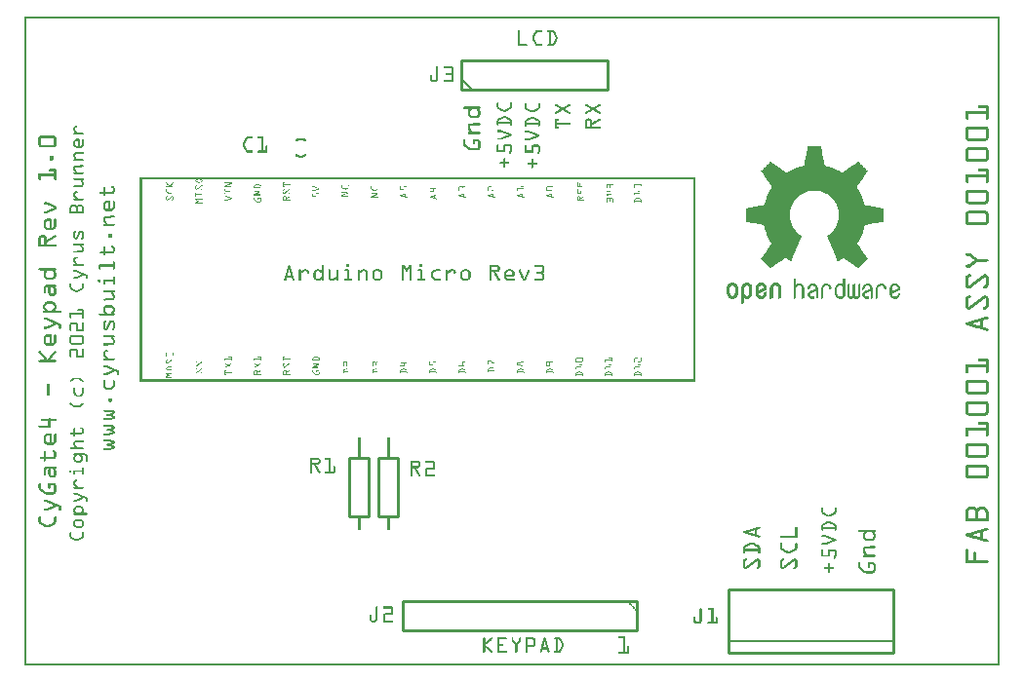
<source format=gto>
G04 MADE WITH FRITZING*
G04 WWW.FRITZING.ORG*
G04 DOUBLE SIDED*
G04 HOLES PLATED*
G04 CONTOUR ON CENTER OF CONTOUR VECTOR*
%ASAXBY*%
%FSLAX23Y23*%
%MOIN*%
%OFA0B0*%
%SFA1.0B1.0*%
%ADD10C,0.010000*%
%ADD11C,0.005000*%
%ADD12R,0.001000X0.001000*%
%LNSILK1*%
G90*
G70*
G54D10*
X2968Y260D02*
X2407Y260D01*
D02*
X2407Y260D02*
X2407Y44D01*
D02*
X2407Y44D02*
X2968Y44D01*
D02*
X2968Y44D02*
X2968Y260D01*
G54D11*
D02*
X2407Y84D02*
X2968Y84D01*
G54D10*
D02*
X1177Y713D02*
X1177Y513D01*
D02*
X1177Y513D02*
X1111Y513D01*
D02*
X1111Y513D02*
X1111Y713D01*
D02*
X1111Y713D02*
X1177Y713D01*
D02*
X1277Y713D02*
X1277Y513D01*
D02*
X1277Y513D02*
X1211Y513D01*
D02*
X1211Y513D02*
X1211Y713D01*
D02*
X1211Y713D02*
X1277Y713D01*
D02*
X2094Y222D02*
X1294Y222D01*
D02*
X1294Y222D02*
X1294Y122D01*
D02*
X1294Y122D02*
X2094Y122D01*
D02*
X2094Y122D02*
X2094Y222D01*
D02*
X1494Y1972D02*
X1994Y1972D01*
D02*
X1994Y1972D02*
X1994Y2072D01*
D02*
X1994Y2072D02*
X1494Y2072D01*
D02*
X1494Y2072D02*
X1494Y1972D01*
G54D11*
D02*
X1529Y1972D02*
X1494Y2007D01*
G54D12*
X0Y2222D02*
X3332Y2222D01*
X0Y2221D02*
X3332Y2221D01*
X0Y2220D02*
X3332Y2220D01*
X0Y2219D02*
X3332Y2219D01*
X0Y2218D02*
X3332Y2218D01*
X0Y2217D02*
X3332Y2217D01*
X0Y2216D02*
X3332Y2216D01*
X0Y2215D02*
X3332Y2215D01*
X0Y2214D02*
X7Y2214D01*
X3325Y2214D02*
X3332Y2214D01*
X0Y2213D02*
X7Y2213D01*
X3325Y2213D02*
X3332Y2213D01*
X0Y2212D02*
X7Y2212D01*
X3325Y2212D02*
X3332Y2212D01*
X0Y2211D02*
X7Y2211D01*
X3325Y2211D02*
X3332Y2211D01*
X0Y2210D02*
X7Y2210D01*
X3325Y2210D02*
X3332Y2210D01*
X0Y2209D02*
X7Y2209D01*
X3325Y2209D02*
X3332Y2209D01*
X0Y2208D02*
X7Y2208D01*
X3325Y2208D02*
X3332Y2208D01*
X0Y2207D02*
X7Y2207D01*
X3325Y2207D02*
X3332Y2207D01*
X0Y2206D02*
X7Y2206D01*
X3325Y2206D02*
X3332Y2206D01*
X0Y2205D02*
X7Y2205D01*
X3325Y2205D02*
X3332Y2205D01*
X0Y2204D02*
X7Y2204D01*
X3325Y2204D02*
X3332Y2204D01*
X0Y2203D02*
X7Y2203D01*
X3325Y2203D02*
X3332Y2203D01*
X0Y2202D02*
X7Y2202D01*
X3325Y2202D02*
X3332Y2202D01*
X0Y2201D02*
X7Y2201D01*
X3325Y2201D02*
X3332Y2201D01*
X0Y2200D02*
X7Y2200D01*
X3325Y2200D02*
X3332Y2200D01*
X0Y2199D02*
X7Y2199D01*
X3325Y2199D02*
X3332Y2199D01*
X0Y2198D02*
X7Y2198D01*
X3325Y2198D02*
X3332Y2198D01*
X0Y2197D02*
X7Y2197D01*
X3325Y2197D02*
X3332Y2197D01*
X0Y2196D02*
X7Y2196D01*
X3325Y2196D02*
X3332Y2196D01*
X0Y2195D02*
X7Y2195D01*
X3325Y2195D02*
X3332Y2195D01*
X0Y2194D02*
X7Y2194D01*
X3325Y2194D02*
X3332Y2194D01*
X0Y2193D02*
X7Y2193D01*
X3325Y2193D02*
X3332Y2193D01*
X0Y2192D02*
X7Y2192D01*
X3325Y2192D02*
X3332Y2192D01*
X0Y2191D02*
X7Y2191D01*
X3325Y2191D02*
X3332Y2191D01*
X0Y2190D02*
X7Y2190D01*
X3325Y2190D02*
X3332Y2190D01*
X0Y2189D02*
X7Y2189D01*
X3325Y2189D02*
X3332Y2189D01*
X0Y2188D02*
X7Y2188D01*
X3325Y2188D02*
X3332Y2188D01*
X0Y2187D02*
X7Y2187D01*
X3325Y2187D02*
X3332Y2187D01*
X0Y2186D02*
X7Y2186D01*
X3325Y2186D02*
X3332Y2186D01*
X0Y2185D02*
X7Y2185D01*
X3325Y2185D02*
X3332Y2185D01*
X0Y2184D02*
X7Y2184D01*
X3325Y2184D02*
X3332Y2184D01*
X0Y2183D02*
X7Y2183D01*
X3325Y2183D02*
X3332Y2183D01*
X0Y2182D02*
X7Y2182D01*
X3325Y2182D02*
X3332Y2182D01*
X0Y2181D02*
X7Y2181D01*
X3325Y2181D02*
X3332Y2181D01*
X0Y2180D02*
X7Y2180D01*
X3325Y2180D02*
X3332Y2180D01*
X0Y2179D02*
X7Y2179D01*
X3325Y2179D02*
X3332Y2179D01*
X0Y2178D02*
X7Y2178D01*
X3325Y2178D02*
X3332Y2178D01*
X0Y2177D02*
X7Y2177D01*
X3325Y2177D02*
X3332Y2177D01*
X0Y2176D02*
X7Y2176D01*
X3325Y2176D02*
X3332Y2176D01*
X0Y2175D02*
X7Y2175D01*
X1687Y2175D02*
X1689Y2175D01*
X1751Y2175D02*
X1768Y2175D01*
X1789Y2175D02*
X1806Y2175D01*
X3325Y2175D02*
X3332Y2175D01*
X0Y2174D02*
X7Y2174D01*
X1686Y2174D02*
X1690Y2174D01*
X1749Y2174D02*
X1769Y2174D01*
X1788Y2174D02*
X1808Y2174D01*
X3325Y2174D02*
X3332Y2174D01*
X0Y2173D02*
X7Y2173D01*
X1685Y2173D02*
X1691Y2173D01*
X1747Y2173D02*
X1770Y2173D01*
X1787Y2173D02*
X1809Y2173D01*
X3325Y2173D02*
X3332Y2173D01*
X0Y2172D02*
X7Y2172D01*
X1685Y2172D02*
X1691Y2172D01*
X1746Y2172D02*
X1770Y2172D01*
X1787Y2172D02*
X1811Y2172D01*
X3325Y2172D02*
X3332Y2172D01*
X0Y2171D02*
X7Y2171D01*
X1685Y2171D02*
X1691Y2171D01*
X1746Y2171D02*
X1770Y2171D01*
X1787Y2171D02*
X1811Y2171D01*
X3325Y2171D02*
X3332Y2171D01*
X0Y2170D02*
X7Y2170D01*
X1685Y2170D02*
X1691Y2170D01*
X1745Y2170D02*
X1769Y2170D01*
X1788Y2170D02*
X1812Y2170D01*
X3325Y2170D02*
X3332Y2170D01*
X0Y2169D02*
X7Y2169D01*
X1685Y2169D02*
X1691Y2169D01*
X1744Y2169D02*
X1768Y2169D01*
X1789Y2169D02*
X1813Y2169D01*
X3325Y2169D02*
X3332Y2169D01*
X0Y2168D02*
X7Y2168D01*
X1685Y2168D02*
X1691Y2168D01*
X1744Y2168D02*
X1752Y2168D01*
X1794Y2168D02*
X1800Y2168D01*
X1805Y2168D02*
X1813Y2168D01*
X3325Y2168D02*
X3332Y2168D01*
X0Y2167D02*
X7Y2167D01*
X1685Y2167D02*
X1691Y2167D01*
X1743Y2167D02*
X1751Y2167D01*
X1794Y2167D02*
X1800Y2167D01*
X1806Y2167D02*
X1814Y2167D01*
X3325Y2167D02*
X3332Y2167D01*
X0Y2166D02*
X7Y2166D01*
X1685Y2166D02*
X1691Y2166D01*
X1743Y2166D02*
X1750Y2166D01*
X1794Y2166D02*
X1800Y2166D01*
X1807Y2166D02*
X1814Y2166D01*
X3325Y2166D02*
X3332Y2166D01*
X0Y2165D02*
X7Y2165D01*
X1685Y2165D02*
X1691Y2165D01*
X1742Y2165D02*
X1750Y2165D01*
X1794Y2165D02*
X1800Y2165D01*
X1808Y2165D02*
X1815Y2165D01*
X3325Y2165D02*
X3332Y2165D01*
X0Y2164D02*
X7Y2164D01*
X1685Y2164D02*
X1691Y2164D01*
X1742Y2164D02*
X1749Y2164D01*
X1794Y2164D02*
X1800Y2164D01*
X1808Y2164D02*
X1815Y2164D01*
X3325Y2164D02*
X3332Y2164D01*
X0Y2163D02*
X7Y2163D01*
X1685Y2163D02*
X1691Y2163D01*
X1741Y2163D02*
X1749Y2163D01*
X1794Y2163D02*
X1800Y2163D01*
X1809Y2163D02*
X1816Y2163D01*
X3325Y2163D02*
X3332Y2163D01*
X0Y2162D02*
X7Y2162D01*
X1685Y2162D02*
X1691Y2162D01*
X1741Y2162D02*
X1748Y2162D01*
X1794Y2162D02*
X1800Y2162D01*
X1809Y2162D02*
X1816Y2162D01*
X3325Y2162D02*
X3332Y2162D01*
X0Y2161D02*
X7Y2161D01*
X1685Y2161D02*
X1691Y2161D01*
X1740Y2161D02*
X1748Y2161D01*
X1794Y2161D02*
X1800Y2161D01*
X1810Y2161D02*
X1817Y2161D01*
X3325Y2161D02*
X3332Y2161D01*
X0Y2160D02*
X7Y2160D01*
X1685Y2160D02*
X1691Y2160D01*
X1740Y2160D02*
X1747Y2160D01*
X1794Y2160D02*
X1800Y2160D01*
X1810Y2160D02*
X1817Y2160D01*
X3325Y2160D02*
X3332Y2160D01*
X0Y2159D02*
X7Y2159D01*
X1685Y2159D02*
X1691Y2159D01*
X1739Y2159D02*
X1747Y2159D01*
X1794Y2159D02*
X1800Y2159D01*
X1811Y2159D02*
X1818Y2159D01*
X3325Y2159D02*
X3332Y2159D01*
X0Y2158D02*
X7Y2158D01*
X1685Y2158D02*
X1691Y2158D01*
X1739Y2158D02*
X1746Y2158D01*
X1794Y2158D02*
X1800Y2158D01*
X1811Y2158D02*
X1818Y2158D01*
X3325Y2158D02*
X3332Y2158D01*
X0Y2157D02*
X7Y2157D01*
X1685Y2157D02*
X1691Y2157D01*
X1738Y2157D02*
X1745Y2157D01*
X1794Y2157D02*
X1800Y2157D01*
X1812Y2157D02*
X1819Y2157D01*
X3325Y2157D02*
X3332Y2157D01*
X0Y2156D02*
X7Y2156D01*
X1685Y2156D02*
X1691Y2156D01*
X1738Y2156D02*
X1745Y2156D01*
X1794Y2156D02*
X1800Y2156D01*
X1812Y2156D02*
X1819Y2156D01*
X3325Y2156D02*
X3332Y2156D01*
X0Y2155D02*
X7Y2155D01*
X1685Y2155D02*
X1691Y2155D01*
X1738Y2155D02*
X1744Y2155D01*
X1794Y2155D02*
X1800Y2155D01*
X1813Y2155D02*
X1820Y2155D01*
X3325Y2155D02*
X3332Y2155D01*
X0Y2154D02*
X7Y2154D01*
X1685Y2154D02*
X1691Y2154D01*
X1737Y2154D02*
X1744Y2154D01*
X1794Y2154D02*
X1800Y2154D01*
X1813Y2154D02*
X1820Y2154D01*
X3325Y2154D02*
X3332Y2154D01*
X0Y2153D02*
X7Y2153D01*
X1685Y2153D02*
X1691Y2153D01*
X1737Y2153D02*
X1743Y2153D01*
X1794Y2153D02*
X1800Y2153D01*
X1814Y2153D02*
X1820Y2153D01*
X3325Y2153D02*
X3332Y2153D01*
X0Y2152D02*
X7Y2152D01*
X1685Y2152D02*
X1691Y2152D01*
X1736Y2152D02*
X1743Y2152D01*
X1794Y2152D02*
X1800Y2152D01*
X1814Y2152D02*
X1821Y2152D01*
X3325Y2152D02*
X3332Y2152D01*
X0Y2151D02*
X7Y2151D01*
X1685Y2151D02*
X1691Y2151D01*
X1736Y2151D02*
X1743Y2151D01*
X1794Y2151D02*
X1800Y2151D01*
X1814Y2151D02*
X1821Y2151D01*
X3325Y2151D02*
X3332Y2151D01*
X0Y2150D02*
X7Y2150D01*
X1685Y2150D02*
X1691Y2150D01*
X1736Y2150D02*
X1742Y2150D01*
X1794Y2150D02*
X1800Y2150D01*
X1815Y2150D02*
X1821Y2150D01*
X3325Y2150D02*
X3332Y2150D01*
X0Y2149D02*
X7Y2149D01*
X1685Y2149D02*
X1691Y2149D01*
X1736Y2149D02*
X1742Y2149D01*
X1794Y2149D02*
X1800Y2149D01*
X1815Y2149D02*
X1821Y2149D01*
X3325Y2149D02*
X3332Y2149D01*
X0Y2148D02*
X7Y2148D01*
X1685Y2148D02*
X1691Y2148D01*
X1736Y2148D02*
X1742Y2148D01*
X1794Y2148D02*
X1800Y2148D01*
X1815Y2148D02*
X1821Y2148D01*
X3325Y2148D02*
X3332Y2148D01*
X0Y2147D02*
X7Y2147D01*
X1685Y2147D02*
X1691Y2147D01*
X1736Y2147D02*
X1742Y2147D01*
X1794Y2147D02*
X1800Y2147D01*
X1815Y2147D02*
X1821Y2147D01*
X3325Y2147D02*
X3332Y2147D01*
X0Y2146D02*
X7Y2146D01*
X1685Y2146D02*
X1691Y2146D01*
X1736Y2146D02*
X1742Y2146D01*
X1794Y2146D02*
X1800Y2146D01*
X1815Y2146D02*
X1821Y2146D01*
X3325Y2146D02*
X3332Y2146D01*
X0Y2145D02*
X7Y2145D01*
X1685Y2145D02*
X1691Y2145D01*
X1736Y2145D02*
X1743Y2145D01*
X1794Y2145D02*
X1800Y2145D01*
X1814Y2145D02*
X1821Y2145D01*
X3325Y2145D02*
X3332Y2145D01*
X0Y2144D02*
X7Y2144D01*
X1685Y2144D02*
X1691Y2144D01*
X1736Y2144D02*
X1743Y2144D01*
X1794Y2144D02*
X1800Y2144D01*
X1814Y2144D02*
X1821Y2144D01*
X3325Y2144D02*
X3332Y2144D01*
X0Y2143D02*
X7Y2143D01*
X1685Y2143D02*
X1691Y2143D01*
X1737Y2143D02*
X1743Y2143D01*
X1794Y2143D02*
X1800Y2143D01*
X1814Y2143D02*
X1820Y2143D01*
X3325Y2143D02*
X3332Y2143D01*
X0Y2142D02*
X7Y2142D01*
X1685Y2142D02*
X1691Y2142D01*
X1737Y2142D02*
X1744Y2142D01*
X1794Y2142D02*
X1800Y2142D01*
X1813Y2142D02*
X1820Y2142D01*
X3325Y2142D02*
X3332Y2142D01*
X0Y2141D02*
X7Y2141D01*
X1685Y2141D02*
X1691Y2141D01*
X1738Y2141D02*
X1744Y2141D01*
X1794Y2141D02*
X1800Y2141D01*
X1813Y2141D02*
X1820Y2141D01*
X3325Y2141D02*
X3332Y2141D01*
X0Y2140D02*
X7Y2140D01*
X1685Y2140D02*
X1691Y2140D01*
X1738Y2140D02*
X1745Y2140D01*
X1794Y2140D02*
X1800Y2140D01*
X1812Y2140D02*
X1819Y2140D01*
X3325Y2140D02*
X3332Y2140D01*
X0Y2139D02*
X7Y2139D01*
X1685Y2139D02*
X1691Y2139D01*
X1738Y2139D02*
X1745Y2139D01*
X1794Y2139D02*
X1800Y2139D01*
X1812Y2139D02*
X1819Y2139D01*
X3325Y2139D02*
X3332Y2139D01*
X0Y2138D02*
X7Y2138D01*
X1685Y2138D02*
X1691Y2138D01*
X1739Y2138D02*
X1746Y2138D01*
X1794Y2138D02*
X1800Y2138D01*
X1811Y2138D02*
X1818Y2138D01*
X3325Y2138D02*
X3332Y2138D01*
X0Y2137D02*
X7Y2137D01*
X1685Y2137D02*
X1691Y2137D01*
X1739Y2137D02*
X1746Y2137D01*
X1794Y2137D02*
X1800Y2137D01*
X1811Y2137D02*
X1818Y2137D01*
X3325Y2137D02*
X3332Y2137D01*
X0Y2136D02*
X7Y2136D01*
X1685Y2136D02*
X1691Y2136D01*
X1740Y2136D02*
X1747Y2136D01*
X1794Y2136D02*
X1800Y2136D01*
X1810Y2136D02*
X1817Y2136D01*
X3325Y2136D02*
X3332Y2136D01*
X0Y2135D02*
X7Y2135D01*
X1685Y2135D02*
X1691Y2135D01*
X1741Y2135D02*
X1748Y2135D01*
X1794Y2135D02*
X1800Y2135D01*
X1810Y2135D02*
X1817Y2135D01*
X3325Y2135D02*
X3332Y2135D01*
X0Y2134D02*
X7Y2134D01*
X1685Y2134D02*
X1691Y2134D01*
X1741Y2134D02*
X1748Y2134D01*
X1794Y2134D02*
X1800Y2134D01*
X1809Y2134D02*
X1816Y2134D01*
X3325Y2134D02*
X3332Y2134D01*
X0Y2133D02*
X7Y2133D01*
X1685Y2133D02*
X1691Y2133D01*
X1742Y2133D02*
X1749Y2133D01*
X1794Y2133D02*
X1800Y2133D01*
X1809Y2133D02*
X1816Y2133D01*
X3325Y2133D02*
X3332Y2133D01*
X0Y2132D02*
X7Y2132D01*
X1685Y2132D02*
X1691Y2132D01*
X1742Y2132D02*
X1749Y2132D01*
X1794Y2132D02*
X1800Y2132D01*
X1808Y2132D02*
X1815Y2132D01*
X3325Y2132D02*
X3332Y2132D01*
X0Y2131D02*
X7Y2131D01*
X1685Y2131D02*
X1691Y2131D01*
X1743Y2131D02*
X1750Y2131D01*
X1794Y2131D02*
X1800Y2131D01*
X1808Y2131D02*
X1815Y2131D01*
X3325Y2131D02*
X3332Y2131D01*
X0Y2130D02*
X7Y2130D01*
X1685Y2130D02*
X1691Y2130D01*
X1743Y2130D02*
X1750Y2130D01*
X1794Y2130D02*
X1800Y2130D01*
X1807Y2130D02*
X1814Y2130D01*
X3325Y2130D02*
X3332Y2130D01*
X0Y2129D02*
X7Y2129D01*
X1685Y2129D02*
X1691Y2129D01*
X1744Y2129D02*
X1751Y2129D01*
X1794Y2129D02*
X1800Y2129D01*
X1806Y2129D02*
X1814Y2129D01*
X3325Y2129D02*
X3332Y2129D01*
X0Y2128D02*
X7Y2128D01*
X1685Y2128D02*
X1691Y2128D01*
X1744Y2128D02*
X1752Y2128D01*
X1794Y2128D02*
X1800Y2128D01*
X1805Y2128D02*
X1813Y2128D01*
X3325Y2128D02*
X3332Y2128D01*
X0Y2127D02*
X7Y2127D01*
X1685Y2127D02*
X1717Y2127D01*
X1745Y2127D02*
X1768Y2127D01*
X1789Y2127D02*
X1813Y2127D01*
X3325Y2127D02*
X3332Y2127D01*
X0Y2126D02*
X7Y2126D01*
X1685Y2126D02*
X1718Y2126D01*
X1745Y2126D02*
X1769Y2126D01*
X1788Y2126D02*
X1812Y2126D01*
X3325Y2126D02*
X3332Y2126D01*
X0Y2125D02*
X7Y2125D01*
X1685Y2125D02*
X1719Y2125D01*
X1746Y2125D02*
X1770Y2125D01*
X1787Y2125D02*
X1811Y2125D01*
X3325Y2125D02*
X3332Y2125D01*
X0Y2124D02*
X7Y2124D01*
X1685Y2124D02*
X1719Y2124D01*
X1747Y2124D02*
X1770Y2124D01*
X1787Y2124D02*
X1811Y2124D01*
X3325Y2124D02*
X3332Y2124D01*
X0Y2123D02*
X7Y2123D01*
X1685Y2123D02*
X1719Y2123D01*
X1748Y2123D02*
X1770Y2123D01*
X1787Y2123D02*
X1810Y2123D01*
X3325Y2123D02*
X3332Y2123D01*
X0Y2122D02*
X7Y2122D01*
X1685Y2122D02*
X1718Y2122D01*
X1749Y2122D02*
X1769Y2122D01*
X1788Y2122D02*
X1808Y2122D01*
X3325Y2122D02*
X3332Y2122D01*
X0Y2121D02*
X7Y2121D01*
X1685Y2121D02*
X1717Y2121D01*
X1751Y2121D02*
X1768Y2121D01*
X1789Y2121D02*
X1806Y2121D01*
X3325Y2121D02*
X3332Y2121D01*
X0Y2120D02*
X7Y2120D01*
X3325Y2120D02*
X3332Y2120D01*
X0Y2119D02*
X7Y2119D01*
X3325Y2119D02*
X3332Y2119D01*
X0Y2118D02*
X7Y2118D01*
X3325Y2118D02*
X3332Y2118D01*
X0Y2117D02*
X7Y2117D01*
X3325Y2117D02*
X3332Y2117D01*
X0Y2116D02*
X7Y2116D01*
X3325Y2116D02*
X3332Y2116D01*
X0Y2115D02*
X7Y2115D01*
X3325Y2115D02*
X3332Y2115D01*
X0Y2114D02*
X7Y2114D01*
X3325Y2114D02*
X3332Y2114D01*
X0Y2113D02*
X7Y2113D01*
X3325Y2113D02*
X3332Y2113D01*
X0Y2112D02*
X7Y2112D01*
X3325Y2112D02*
X3332Y2112D01*
X0Y2111D02*
X7Y2111D01*
X3325Y2111D02*
X3332Y2111D01*
X0Y2110D02*
X7Y2110D01*
X3325Y2110D02*
X3332Y2110D01*
X0Y2109D02*
X7Y2109D01*
X3325Y2109D02*
X3332Y2109D01*
X0Y2108D02*
X7Y2108D01*
X3325Y2108D02*
X3332Y2108D01*
X0Y2107D02*
X7Y2107D01*
X3325Y2107D02*
X3332Y2107D01*
X0Y2106D02*
X7Y2106D01*
X3325Y2106D02*
X3332Y2106D01*
X0Y2105D02*
X7Y2105D01*
X3325Y2105D02*
X3332Y2105D01*
X0Y2104D02*
X7Y2104D01*
X3325Y2104D02*
X3332Y2104D01*
X0Y2103D02*
X7Y2103D01*
X3325Y2103D02*
X3332Y2103D01*
X0Y2102D02*
X7Y2102D01*
X3325Y2102D02*
X3332Y2102D01*
X0Y2101D02*
X7Y2101D01*
X3325Y2101D02*
X3332Y2101D01*
X0Y2100D02*
X7Y2100D01*
X3325Y2100D02*
X3332Y2100D01*
X0Y2099D02*
X7Y2099D01*
X3325Y2099D02*
X3332Y2099D01*
X0Y2098D02*
X7Y2098D01*
X3325Y2098D02*
X3332Y2098D01*
X0Y2097D02*
X7Y2097D01*
X3325Y2097D02*
X3332Y2097D01*
X0Y2096D02*
X7Y2096D01*
X3325Y2096D02*
X3332Y2096D01*
X0Y2095D02*
X7Y2095D01*
X3325Y2095D02*
X3332Y2095D01*
X0Y2094D02*
X7Y2094D01*
X3325Y2094D02*
X3332Y2094D01*
X0Y2093D02*
X7Y2093D01*
X3325Y2093D02*
X3332Y2093D01*
X0Y2092D02*
X7Y2092D01*
X3325Y2092D02*
X3332Y2092D01*
X0Y2091D02*
X7Y2091D01*
X3325Y2091D02*
X3332Y2091D01*
X0Y2090D02*
X7Y2090D01*
X3325Y2090D02*
X3332Y2090D01*
X0Y2089D02*
X7Y2089D01*
X3325Y2089D02*
X3332Y2089D01*
X0Y2088D02*
X7Y2088D01*
X3325Y2088D02*
X3332Y2088D01*
X0Y2087D02*
X7Y2087D01*
X3325Y2087D02*
X3332Y2087D01*
X0Y2086D02*
X7Y2086D01*
X3325Y2086D02*
X3332Y2086D01*
X0Y2085D02*
X7Y2085D01*
X3325Y2085D02*
X3332Y2085D01*
X0Y2084D02*
X7Y2084D01*
X3325Y2084D02*
X3332Y2084D01*
X0Y2083D02*
X7Y2083D01*
X3325Y2083D02*
X3332Y2083D01*
X0Y2082D02*
X7Y2082D01*
X3325Y2082D02*
X3332Y2082D01*
X0Y2081D02*
X7Y2081D01*
X3325Y2081D02*
X3332Y2081D01*
X0Y2080D02*
X7Y2080D01*
X3325Y2080D02*
X3332Y2080D01*
X0Y2079D02*
X7Y2079D01*
X3325Y2079D02*
X3332Y2079D01*
X0Y2078D02*
X7Y2078D01*
X3325Y2078D02*
X3332Y2078D01*
X0Y2077D02*
X7Y2077D01*
X3325Y2077D02*
X3332Y2077D01*
X0Y2076D02*
X7Y2076D01*
X3325Y2076D02*
X3332Y2076D01*
X0Y2075D02*
X7Y2075D01*
X3325Y2075D02*
X3332Y2075D01*
X0Y2074D02*
X7Y2074D01*
X3325Y2074D02*
X3332Y2074D01*
X0Y2073D02*
X7Y2073D01*
X3325Y2073D02*
X3332Y2073D01*
X0Y2072D02*
X7Y2072D01*
X3325Y2072D02*
X3332Y2072D01*
X0Y2071D02*
X7Y2071D01*
X3325Y2071D02*
X3332Y2071D01*
X0Y2070D02*
X7Y2070D01*
X3325Y2070D02*
X3332Y2070D01*
X0Y2069D02*
X7Y2069D01*
X3325Y2069D02*
X3332Y2069D01*
X0Y2068D02*
X7Y2068D01*
X3325Y2068D02*
X3332Y2068D01*
X0Y2067D02*
X7Y2067D01*
X3325Y2067D02*
X3332Y2067D01*
X0Y2066D02*
X7Y2066D01*
X3325Y2066D02*
X3332Y2066D01*
X0Y2065D02*
X7Y2065D01*
X3325Y2065D02*
X3332Y2065D01*
X0Y2064D02*
X7Y2064D01*
X3325Y2064D02*
X3332Y2064D01*
X0Y2063D02*
X7Y2063D01*
X3325Y2063D02*
X3332Y2063D01*
X0Y2062D02*
X7Y2062D01*
X3325Y2062D02*
X3332Y2062D01*
X0Y2061D02*
X7Y2061D01*
X3325Y2061D02*
X3332Y2061D01*
X0Y2060D02*
X7Y2060D01*
X3325Y2060D02*
X3332Y2060D01*
X0Y2059D02*
X7Y2059D01*
X3325Y2059D02*
X3332Y2059D01*
X0Y2058D02*
X7Y2058D01*
X3325Y2058D02*
X3332Y2058D01*
X0Y2057D02*
X7Y2057D01*
X3325Y2057D02*
X3332Y2057D01*
X0Y2056D02*
X7Y2056D01*
X3325Y2056D02*
X3332Y2056D01*
X0Y2055D02*
X7Y2055D01*
X3325Y2055D02*
X3332Y2055D01*
X0Y2054D02*
X7Y2054D01*
X3325Y2054D02*
X3332Y2054D01*
X0Y2053D02*
X7Y2053D01*
X3325Y2053D02*
X3332Y2053D01*
X0Y2052D02*
X7Y2052D01*
X3325Y2052D02*
X3332Y2052D01*
X0Y2051D02*
X7Y2051D01*
X1408Y2051D02*
X1411Y2051D01*
X1434Y2051D02*
X1462Y2051D01*
X3325Y2051D02*
X3332Y2051D01*
X0Y2050D02*
X7Y2050D01*
X1407Y2050D02*
X1412Y2050D01*
X1433Y2050D02*
X1463Y2050D01*
X3325Y2050D02*
X3332Y2050D01*
X0Y2049D02*
X7Y2049D01*
X1407Y2049D02*
X1412Y2049D01*
X1433Y2049D02*
X1464Y2049D01*
X3325Y2049D02*
X3332Y2049D01*
X0Y2048D02*
X7Y2048D01*
X1406Y2048D02*
X1412Y2048D01*
X1433Y2048D02*
X1465Y2048D01*
X3325Y2048D02*
X3332Y2048D01*
X0Y2047D02*
X7Y2047D01*
X1406Y2047D02*
X1412Y2047D01*
X1433Y2047D02*
X1466Y2047D01*
X3325Y2047D02*
X3332Y2047D01*
X0Y2046D02*
X7Y2046D01*
X1406Y2046D02*
X1412Y2046D01*
X1433Y2046D02*
X1466Y2046D01*
X3325Y2046D02*
X3332Y2046D01*
X0Y2045D02*
X7Y2045D01*
X1406Y2045D02*
X1412Y2045D01*
X1434Y2045D02*
X1466Y2045D01*
X3325Y2045D02*
X3332Y2045D01*
X0Y2044D02*
X7Y2044D01*
X1406Y2044D02*
X1412Y2044D01*
X1460Y2044D02*
X1466Y2044D01*
X3325Y2044D02*
X3332Y2044D01*
X0Y2043D02*
X7Y2043D01*
X1406Y2043D02*
X1412Y2043D01*
X1460Y2043D02*
X1466Y2043D01*
X3325Y2043D02*
X3332Y2043D01*
X0Y2042D02*
X7Y2042D01*
X1406Y2042D02*
X1412Y2042D01*
X1460Y2042D02*
X1466Y2042D01*
X3325Y2042D02*
X3332Y2042D01*
X0Y2041D02*
X7Y2041D01*
X1406Y2041D02*
X1412Y2041D01*
X1460Y2041D02*
X1466Y2041D01*
X3325Y2041D02*
X3332Y2041D01*
X0Y2040D02*
X7Y2040D01*
X1406Y2040D02*
X1412Y2040D01*
X1460Y2040D02*
X1466Y2040D01*
X3325Y2040D02*
X3332Y2040D01*
X0Y2039D02*
X7Y2039D01*
X1406Y2039D02*
X1412Y2039D01*
X1460Y2039D02*
X1466Y2039D01*
X3325Y2039D02*
X3332Y2039D01*
X0Y2038D02*
X7Y2038D01*
X1406Y2038D02*
X1412Y2038D01*
X1460Y2038D02*
X1466Y2038D01*
X3325Y2038D02*
X3332Y2038D01*
X0Y2037D02*
X7Y2037D01*
X1406Y2037D02*
X1412Y2037D01*
X1460Y2037D02*
X1466Y2037D01*
X3325Y2037D02*
X3332Y2037D01*
X0Y2036D02*
X7Y2036D01*
X1406Y2036D02*
X1412Y2036D01*
X1460Y2036D02*
X1466Y2036D01*
X3325Y2036D02*
X3332Y2036D01*
X0Y2035D02*
X7Y2035D01*
X1406Y2035D02*
X1412Y2035D01*
X1460Y2035D02*
X1466Y2035D01*
X3325Y2035D02*
X3332Y2035D01*
X0Y2034D02*
X7Y2034D01*
X1406Y2034D02*
X1412Y2034D01*
X1460Y2034D02*
X1466Y2034D01*
X3325Y2034D02*
X3332Y2034D01*
X0Y2033D02*
X7Y2033D01*
X1406Y2033D02*
X1412Y2033D01*
X1460Y2033D02*
X1466Y2033D01*
X3325Y2033D02*
X3332Y2033D01*
X0Y2032D02*
X7Y2032D01*
X1406Y2032D02*
X1412Y2032D01*
X1460Y2032D02*
X1466Y2032D01*
X3325Y2032D02*
X3332Y2032D01*
X0Y2031D02*
X7Y2031D01*
X1406Y2031D02*
X1412Y2031D01*
X1460Y2031D02*
X1466Y2031D01*
X3325Y2031D02*
X3332Y2031D01*
X0Y2030D02*
X7Y2030D01*
X1406Y2030D02*
X1412Y2030D01*
X1460Y2030D02*
X1466Y2030D01*
X3325Y2030D02*
X3332Y2030D01*
X0Y2029D02*
X7Y2029D01*
X1406Y2029D02*
X1412Y2029D01*
X1459Y2029D02*
X1466Y2029D01*
X3325Y2029D02*
X3332Y2029D01*
X0Y2028D02*
X7Y2028D01*
X1406Y2028D02*
X1412Y2028D01*
X1457Y2028D02*
X1465Y2028D01*
X3325Y2028D02*
X3332Y2028D01*
X0Y2027D02*
X7Y2027D01*
X1406Y2027D02*
X1412Y2027D01*
X1441Y2027D02*
X1465Y2027D01*
X3325Y2027D02*
X3332Y2027D01*
X0Y2026D02*
X7Y2026D01*
X1406Y2026D02*
X1412Y2026D01*
X1440Y2026D02*
X1464Y2026D01*
X3325Y2026D02*
X3332Y2026D01*
X0Y2025D02*
X7Y2025D01*
X1406Y2025D02*
X1412Y2025D01*
X1439Y2025D02*
X1464Y2025D01*
X3325Y2025D02*
X3332Y2025D01*
X0Y2024D02*
X7Y2024D01*
X1406Y2024D02*
X1412Y2024D01*
X1439Y2024D02*
X1464Y2024D01*
X3325Y2024D02*
X3332Y2024D01*
X0Y2023D02*
X7Y2023D01*
X1406Y2023D02*
X1412Y2023D01*
X1440Y2023D02*
X1464Y2023D01*
X3325Y2023D02*
X3332Y2023D01*
X0Y2022D02*
X7Y2022D01*
X1389Y2022D02*
X1389Y2022D01*
X1406Y2022D02*
X1412Y2022D01*
X1440Y2022D02*
X1465Y2022D01*
X3325Y2022D02*
X3332Y2022D01*
X0Y2021D02*
X7Y2021D01*
X1387Y2021D02*
X1391Y2021D01*
X1406Y2021D02*
X1412Y2021D01*
X1443Y2021D02*
X1465Y2021D01*
X3325Y2021D02*
X3332Y2021D01*
X0Y2020D02*
X7Y2020D01*
X1386Y2020D02*
X1391Y2020D01*
X1406Y2020D02*
X1412Y2020D01*
X1459Y2020D02*
X1466Y2020D01*
X3325Y2020D02*
X3332Y2020D01*
X0Y2019D02*
X7Y2019D01*
X1386Y2019D02*
X1392Y2019D01*
X1406Y2019D02*
X1412Y2019D01*
X1460Y2019D02*
X1466Y2019D01*
X3325Y2019D02*
X3332Y2019D01*
X0Y2018D02*
X7Y2018D01*
X1386Y2018D02*
X1392Y2018D01*
X1406Y2018D02*
X1412Y2018D01*
X1460Y2018D02*
X1466Y2018D01*
X3325Y2018D02*
X3332Y2018D01*
X0Y2017D02*
X7Y2017D01*
X1386Y2017D02*
X1392Y2017D01*
X1406Y2017D02*
X1412Y2017D01*
X1460Y2017D02*
X1466Y2017D01*
X3325Y2017D02*
X3332Y2017D01*
X0Y2016D02*
X7Y2016D01*
X1386Y2016D02*
X1392Y2016D01*
X1406Y2016D02*
X1412Y2016D01*
X1460Y2016D02*
X1466Y2016D01*
X3325Y2016D02*
X3332Y2016D01*
X0Y2015D02*
X7Y2015D01*
X1386Y2015D02*
X1392Y2015D01*
X1406Y2015D02*
X1412Y2015D01*
X1460Y2015D02*
X1466Y2015D01*
X3325Y2015D02*
X3332Y2015D01*
X0Y2014D02*
X7Y2014D01*
X1386Y2014D02*
X1392Y2014D01*
X1406Y2014D02*
X1412Y2014D01*
X1460Y2014D02*
X1466Y2014D01*
X3325Y2014D02*
X3332Y2014D01*
X0Y2013D02*
X7Y2013D01*
X1386Y2013D02*
X1392Y2013D01*
X1406Y2013D02*
X1412Y2013D01*
X1460Y2013D02*
X1466Y2013D01*
X3325Y2013D02*
X3332Y2013D01*
X0Y2012D02*
X7Y2012D01*
X1386Y2012D02*
X1392Y2012D01*
X1406Y2012D02*
X1412Y2012D01*
X1460Y2012D02*
X1466Y2012D01*
X3325Y2012D02*
X3332Y2012D01*
X0Y2011D02*
X7Y2011D01*
X1386Y2011D02*
X1392Y2011D01*
X1406Y2011D02*
X1412Y2011D01*
X1460Y2011D02*
X1466Y2011D01*
X3325Y2011D02*
X3332Y2011D01*
X0Y2010D02*
X7Y2010D01*
X1386Y2010D02*
X1392Y2010D01*
X1406Y2010D02*
X1412Y2010D01*
X1460Y2010D02*
X1466Y2010D01*
X3325Y2010D02*
X3332Y2010D01*
X0Y2009D02*
X7Y2009D01*
X1386Y2009D02*
X1392Y2009D01*
X1406Y2009D02*
X1412Y2009D01*
X1460Y2009D02*
X1466Y2009D01*
X3325Y2009D02*
X3332Y2009D01*
X0Y2008D02*
X7Y2008D01*
X1386Y2008D02*
X1392Y2008D01*
X1406Y2008D02*
X1412Y2008D01*
X1460Y2008D02*
X1466Y2008D01*
X3325Y2008D02*
X3332Y2008D01*
X0Y2007D02*
X7Y2007D01*
X1386Y2007D02*
X1392Y2007D01*
X1406Y2007D02*
X1412Y2007D01*
X1460Y2007D02*
X1466Y2007D01*
X3325Y2007D02*
X3332Y2007D01*
X0Y2006D02*
X7Y2006D01*
X1386Y2006D02*
X1392Y2006D01*
X1406Y2006D02*
X1412Y2006D01*
X1460Y2006D02*
X1466Y2006D01*
X3325Y2006D02*
X3332Y2006D01*
X0Y2005D02*
X7Y2005D01*
X1386Y2005D02*
X1393Y2005D01*
X1405Y2005D02*
X1412Y2005D01*
X1460Y2005D02*
X1466Y2005D01*
X3325Y2005D02*
X3332Y2005D01*
X0Y2004D02*
X7Y2004D01*
X1386Y2004D02*
X1412Y2004D01*
X1435Y2004D02*
X1466Y2004D01*
X3325Y2004D02*
X3332Y2004D01*
X0Y2003D02*
X7Y2003D01*
X1387Y2003D02*
X1411Y2003D01*
X1433Y2003D02*
X1466Y2003D01*
X3325Y2003D02*
X3332Y2003D01*
X0Y2002D02*
X7Y2002D01*
X1388Y2002D02*
X1411Y2002D01*
X1433Y2002D02*
X1466Y2002D01*
X3325Y2002D02*
X3332Y2002D01*
X0Y2001D02*
X7Y2001D01*
X1388Y2001D02*
X1410Y2001D01*
X1433Y2001D02*
X1465Y2001D01*
X3325Y2001D02*
X3332Y2001D01*
X0Y2000D02*
X7Y2000D01*
X1389Y2000D02*
X1409Y2000D01*
X1433Y2000D02*
X1464Y2000D01*
X3325Y2000D02*
X3332Y2000D01*
X0Y1999D02*
X7Y1999D01*
X1391Y1999D02*
X1407Y1999D01*
X1433Y1999D02*
X1463Y1999D01*
X3325Y1999D02*
X3332Y1999D01*
X0Y1998D02*
X7Y1998D01*
X1393Y1998D02*
X1405Y1998D01*
X1434Y1998D02*
X1462Y1998D01*
X3325Y1998D02*
X3332Y1998D01*
X0Y1997D02*
X7Y1997D01*
X3325Y1997D02*
X3332Y1997D01*
X0Y1996D02*
X7Y1996D01*
X3325Y1996D02*
X3332Y1996D01*
X0Y1995D02*
X7Y1995D01*
X3325Y1995D02*
X3332Y1995D01*
X0Y1994D02*
X7Y1994D01*
X3325Y1994D02*
X3332Y1994D01*
X0Y1993D02*
X7Y1993D01*
X3325Y1993D02*
X3332Y1993D01*
X0Y1992D02*
X7Y1992D01*
X3325Y1992D02*
X3332Y1992D01*
X0Y1991D02*
X7Y1991D01*
X3325Y1991D02*
X3332Y1991D01*
X0Y1990D02*
X7Y1990D01*
X3325Y1990D02*
X3332Y1990D01*
X0Y1989D02*
X7Y1989D01*
X3325Y1989D02*
X3332Y1989D01*
X0Y1988D02*
X7Y1988D01*
X3325Y1988D02*
X3332Y1988D01*
X0Y1987D02*
X7Y1987D01*
X3325Y1987D02*
X3332Y1987D01*
X0Y1986D02*
X7Y1986D01*
X3325Y1986D02*
X3332Y1986D01*
X0Y1985D02*
X7Y1985D01*
X3325Y1985D02*
X3332Y1985D01*
X0Y1984D02*
X7Y1984D01*
X3325Y1984D02*
X3332Y1984D01*
X0Y1983D02*
X7Y1983D01*
X3325Y1983D02*
X3332Y1983D01*
X0Y1982D02*
X7Y1982D01*
X3325Y1982D02*
X3332Y1982D01*
X0Y1981D02*
X7Y1981D01*
X3325Y1981D02*
X3332Y1981D01*
X0Y1980D02*
X7Y1980D01*
X3325Y1980D02*
X3332Y1980D01*
X0Y1979D02*
X7Y1979D01*
X3325Y1979D02*
X3332Y1979D01*
X0Y1978D02*
X7Y1978D01*
X3325Y1978D02*
X3332Y1978D01*
X0Y1977D02*
X7Y1977D01*
X3325Y1977D02*
X3332Y1977D01*
X0Y1976D02*
X7Y1976D01*
X3325Y1976D02*
X3332Y1976D01*
X0Y1975D02*
X7Y1975D01*
X3325Y1975D02*
X3332Y1975D01*
X0Y1974D02*
X7Y1974D01*
X3325Y1974D02*
X3332Y1974D01*
X0Y1973D02*
X7Y1973D01*
X3325Y1973D02*
X3332Y1973D01*
X0Y1972D02*
X7Y1972D01*
X3325Y1972D02*
X3332Y1972D01*
X0Y1971D02*
X7Y1971D01*
X3325Y1971D02*
X3332Y1971D01*
X0Y1970D02*
X7Y1970D01*
X3325Y1970D02*
X3332Y1970D01*
X0Y1969D02*
X7Y1969D01*
X3325Y1969D02*
X3332Y1969D01*
X0Y1968D02*
X7Y1968D01*
X3325Y1968D02*
X3332Y1968D01*
X0Y1967D02*
X7Y1967D01*
X3325Y1967D02*
X3332Y1967D01*
X0Y1966D02*
X7Y1966D01*
X3325Y1966D02*
X3332Y1966D01*
X0Y1965D02*
X7Y1965D01*
X3325Y1965D02*
X3332Y1965D01*
X0Y1964D02*
X7Y1964D01*
X3325Y1964D02*
X3332Y1964D01*
X0Y1963D02*
X7Y1963D01*
X3325Y1963D02*
X3332Y1963D01*
X0Y1962D02*
X7Y1962D01*
X3325Y1962D02*
X3332Y1962D01*
X0Y1961D02*
X7Y1961D01*
X3325Y1961D02*
X3332Y1961D01*
X0Y1960D02*
X7Y1960D01*
X3325Y1960D02*
X3332Y1960D01*
X0Y1959D02*
X7Y1959D01*
X3325Y1959D02*
X3332Y1959D01*
X0Y1958D02*
X7Y1958D01*
X3325Y1958D02*
X3332Y1958D01*
X0Y1957D02*
X7Y1957D01*
X3325Y1957D02*
X3332Y1957D01*
X0Y1956D02*
X7Y1956D01*
X3325Y1956D02*
X3332Y1956D01*
X0Y1955D02*
X7Y1955D01*
X3325Y1955D02*
X3332Y1955D01*
X0Y1954D02*
X7Y1954D01*
X3325Y1954D02*
X3332Y1954D01*
X0Y1953D02*
X7Y1953D01*
X3325Y1953D02*
X3332Y1953D01*
X0Y1952D02*
X7Y1952D01*
X3325Y1952D02*
X3332Y1952D01*
X0Y1951D02*
X7Y1951D01*
X3325Y1951D02*
X3332Y1951D01*
X0Y1950D02*
X7Y1950D01*
X3325Y1950D02*
X3332Y1950D01*
X0Y1949D02*
X7Y1949D01*
X3325Y1949D02*
X3332Y1949D01*
X0Y1948D02*
X7Y1948D01*
X3325Y1948D02*
X3332Y1948D01*
X0Y1947D02*
X7Y1947D01*
X3325Y1947D02*
X3332Y1947D01*
X0Y1946D02*
X7Y1946D01*
X3325Y1946D02*
X3332Y1946D01*
X0Y1945D02*
X7Y1945D01*
X3325Y1945D02*
X3332Y1945D01*
X0Y1944D02*
X7Y1944D01*
X3325Y1944D02*
X3332Y1944D01*
X0Y1943D02*
X7Y1943D01*
X3325Y1943D02*
X3332Y1943D01*
X0Y1942D02*
X7Y1942D01*
X3325Y1942D02*
X3332Y1942D01*
X0Y1941D02*
X7Y1941D01*
X3325Y1941D02*
X3332Y1941D01*
X0Y1940D02*
X7Y1940D01*
X3325Y1940D02*
X3332Y1940D01*
X0Y1939D02*
X7Y1939D01*
X3325Y1939D02*
X3332Y1939D01*
X0Y1938D02*
X7Y1938D01*
X3325Y1938D02*
X3332Y1938D01*
X0Y1937D02*
X7Y1937D01*
X3325Y1937D02*
X3332Y1937D01*
X0Y1936D02*
X7Y1936D01*
X3325Y1936D02*
X3332Y1936D01*
X0Y1935D02*
X7Y1935D01*
X3325Y1935D02*
X3332Y1935D01*
X0Y1934D02*
X7Y1934D01*
X3325Y1934D02*
X3332Y1934D01*
X0Y1933D02*
X7Y1933D01*
X3325Y1933D02*
X3332Y1933D01*
X0Y1932D02*
X7Y1932D01*
X3325Y1932D02*
X3332Y1932D01*
X0Y1931D02*
X7Y1931D01*
X3325Y1931D02*
X3332Y1931D01*
X0Y1930D02*
X7Y1930D01*
X3325Y1930D02*
X3332Y1930D01*
X0Y1929D02*
X7Y1929D01*
X3325Y1929D02*
X3332Y1929D01*
X0Y1928D02*
X7Y1928D01*
X1616Y1928D02*
X1619Y1928D01*
X1661Y1928D02*
X1664Y1928D01*
X3325Y1928D02*
X3332Y1928D01*
X0Y1927D02*
X7Y1927D01*
X1615Y1927D02*
X1620Y1927D01*
X1660Y1927D02*
X1665Y1927D01*
X3325Y1927D02*
X3332Y1927D01*
X0Y1926D02*
X7Y1926D01*
X1615Y1926D02*
X1620Y1926D01*
X1659Y1926D02*
X1665Y1926D01*
X1712Y1926D02*
X1714Y1926D01*
X1757Y1926D02*
X1759Y1926D01*
X3325Y1926D02*
X3332Y1926D01*
X0Y1925D02*
X7Y1925D01*
X1614Y1925D02*
X1620Y1925D01*
X1659Y1925D02*
X1665Y1925D01*
X1711Y1925D02*
X1715Y1925D01*
X1756Y1925D02*
X1760Y1925D01*
X3325Y1925D02*
X3332Y1925D01*
X0Y1924D02*
X7Y1924D01*
X1614Y1924D02*
X1620Y1924D01*
X1659Y1924D02*
X1665Y1924D01*
X1710Y1924D02*
X1716Y1924D01*
X1755Y1924D02*
X1761Y1924D01*
X3325Y1924D02*
X3332Y1924D01*
X0Y1923D02*
X7Y1923D01*
X1614Y1923D02*
X1620Y1923D01*
X1659Y1923D02*
X1665Y1923D01*
X1710Y1923D02*
X1716Y1923D01*
X1755Y1923D02*
X1761Y1923D01*
X3325Y1923D02*
X3332Y1923D01*
X0Y1922D02*
X7Y1922D01*
X1614Y1922D02*
X1620Y1922D01*
X1659Y1922D02*
X1665Y1922D01*
X1710Y1922D02*
X1716Y1922D01*
X1755Y1922D02*
X1761Y1922D01*
X1814Y1922D02*
X1817Y1922D01*
X1861Y1922D02*
X1864Y1922D01*
X1918Y1922D02*
X1921Y1922D01*
X1964Y1922D02*
X1968Y1922D01*
X3325Y1922D02*
X3332Y1922D01*
X0Y1921D02*
X7Y1921D01*
X1614Y1921D02*
X1620Y1921D01*
X1659Y1921D02*
X1665Y1921D01*
X1710Y1921D02*
X1716Y1921D01*
X1755Y1921D02*
X1761Y1921D01*
X1813Y1921D02*
X1819Y1921D01*
X1859Y1921D02*
X1865Y1921D01*
X1917Y1921D02*
X1923Y1921D01*
X1962Y1921D02*
X1969Y1921D01*
X3325Y1921D02*
X3332Y1921D01*
X0Y1920D02*
X7Y1920D01*
X1614Y1920D02*
X1620Y1920D01*
X1659Y1920D02*
X1665Y1920D01*
X1710Y1920D02*
X1716Y1920D01*
X1755Y1920D02*
X1761Y1920D01*
X1812Y1920D02*
X1821Y1920D01*
X1857Y1920D02*
X1866Y1920D01*
X1916Y1920D02*
X1925Y1920D01*
X1961Y1920D02*
X1969Y1920D01*
X3325Y1920D02*
X3332Y1920D01*
X0Y1919D02*
X7Y1919D01*
X1614Y1919D02*
X1620Y1919D01*
X1659Y1919D02*
X1665Y1919D01*
X1710Y1919D02*
X1716Y1919D01*
X1755Y1919D02*
X1761Y1919D01*
X1812Y1919D02*
X1822Y1919D01*
X1856Y1919D02*
X1866Y1919D01*
X1916Y1919D02*
X1926Y1919D01*
X1959Y1919D02*
X1969Y1919D01*
X3325Y1919D02*
X3332Y1919D01*
X0Y1918D02*
X7Y1918D01*
X1614Y1918D02*
X1620Y1918D01*
X1659Y1918D02*
X1665Y1918D01*
X1710Y1918D02*
X1716Y1918D01*
X1755Y1918D02*
X1761Y1918D01*
X1813Y1918D02*
X1824Y1918D01*
X1854Y1918D02*
X1865Y1918D01*
X1917Y1918D02*
X1928Y1918D01*
X1957Y1918D02*
X1969Y1918D01*
X3262Y1918D02*
X3291Y1918D01*
X3325Y1918D02*
X3332Y1918D01*
X0Y1917D02*
X7Y1917D01*
X1614Y1917D02*
X1620Y1917D01*
X1659Y1917D02*
X1665Y1917D01*
X1710Y1917D02*
X1716Y1917D01*
X1755Y1917D02*
X1761Y1917D01*
X1813Y1917D02*
X1826Y1917D01*
X1852Y1917D02*
X1865Y1917D01*
X1917Y1917D02*
X1930Y1917D01*
X1956Y1917D02*
X1968Y1917D01*
X3261Y1917D02*
X3292Y1917D01*
X3325Y1917D02*
X3332Y1917D01*
X0Y1916D02*
X7Y1916D01*
X1614Y1916D02*
X1620Y1916D01*
X1659Y1916D02*
X1665Y1916D01*
X1710Y1916D02*
X1716Y1916D01*
X1755Y1916D02*
X1761Y1916D01*
X1814Y1916D02*
X1827Y1916D01*
X1850Y1916D02*
X1864Y1916D01*
X1919Y1916D02*
X1932Y1916D01*
X1954Y1916D02*
X1967Y1916D01*
X3260Y1916D02*
X3293Y1916D01*
X3325Y1916D02*
X3332Y1916D01*
X0Y1915D02*
X7Y1915D01*
X1614Y1915D02*
X1620Y1915D01*
X1659Y1915D02*
X1665Y1915D01*
X1710Y1915D02*
X1716Y1915D01*
X1755Y1915D02*
X1761Y1915D01*
X1816Y1915D02*
X1829Y1915D01*
X1849Y1915D02*
X1862Y1915D01*
X1920Y1915D02*
X1933Y1915D01*
X1952Y1915D02*
X1965Y1915D01*
X3259Y1915D02*
X3294Y1915D01*
X3325Y1915D02*
X3332Y1915D01*
X0Y1914D02*
X7Y1914D01*
X1614Y1914D02*
X1620Y1914D01*
X1659Y1914D02*
X1665Y1914D01*
X1710Y1914D02*
X1716Y1914D01*
X1755Y1914D02*
X1761Y1914D01*
X1818Y1914D02*
X1831Y1914D01*
X1847Y1914D02*
X1860Y1914D01*
X1922Y1914D02*
X1935Y1914D01*
X1950Y1914D02*
X1963Y1914D01*
X3259Y1914D02*
X3294Y1914D01*
X3325Y1914D02*
X3332Y1914D01*
X0Y1913D02*
X7Y1913D01*
X1502Y1913D02*
X1555Y1913D01*
X1614Y1913D02*
X1620Y1913D01*
X1659Y1913D02*
X1665Y1913D01*
X1710Y1913D02*
X1716Y1913D01*
X1755Y1913D02*
X1761Y1913D01*
X1820Y1913D02*
X1833Y1913D01*
X1845Y1913D02*
X1858Y1913D01*
X1924Y1913D02*
X1937Y1913D01*
X1949Y1913D02*
X1962Y1913D01*
X3259Y1913D02*
X3294Y1913D01*
X3325Y1913D02*
X3332Y1913D01*
X0Y1912D02*
X7Y1912D01*
X1500Y1912D02*
X1557Y1912D01*
X1615Y1912D02*
X1620Y1912D01*
X1659Y1912D02*
X1665Y1912D01*
X1710Y1912D02*
X1716Y1912D01*
X1755Y1912D02*
X1761Y1912D01*
X1821Y1912D02*
X1834Y1912D01*
X1844Y1912D02*
X1857Y1912D01*
X1925Y1912D02*
X1938Y1912D01*
X1947Y1912D02*
X1960Y1912D01*
X3260Y1912D02*
X3294Y1912D01*
X3325Y1912D02*
X3332Y1912D01*
X0Y1911D02*
X7Y1911D01*
X1499Y1911D02*
X1558Y1911D01*
X1615Y1911D02*
X1621Y1911D01*
X1658Y1911D02*
X1665Y1911D01*
X1710Y1911D02*
X1716Y1911D01*
X1755Y1911D02*
X1761Y1911D01*
X1823Y1911D02*
X1836Y1911D01*
X1842Y1911D02*
X1855Y1911D01*
X1927Y1911D02*
X1940Y1911D01*
X1945Y1911D02*
X1958Y1911D01*
X3260Y1911D02*
X3294Y1911D01*
X3325Y1911D02*
X3332Y1911D01*
X0Y1910D02*
X7Y1910D01*
X1499Y1910D02*
X1558Y1910D01*
X1615Y1910D02*
X1622Y1910D01*
X1657Y1910D02*
X1665Y1910D01*
X1710Y1910D02*
X1716Y1910D01*
X1755Y1910D02*
X1761Y1910D01*
X1825Y1910D02*
X1838Y1910D01*
X1840Y1910D02*
X1853Y1910D01*
X1929Y1910D02*
X1942Y1910D01*
X1944Y1910D02*
X1956Y1910D01*
X3261Y1910D02*
X3294Y1910D01*
X3325Y1910D02*
X3332Y1910D01*
X0Y1909D02*
X7Y1909D01*
X1499Y1909D02*
X1558Y1909D01*
X1615Y1909D02*
X1624Y1909D01*
X1655Y1909D02*
X1664Y1909D01*
X1710Y1909D02*
X1716Y1909D01*
X1754Y1909D02*
X1761Y1909D01*
X1826Y1909D02*
X1852Y1909D01*
X1931Y1909D02*
X1955Y1909D01*
X3262Y1909D02*
X3294Y1909D01*
X3325Y1909D02*
X3332Y1909D01*
X0Y1908D02*
X7Y1908D01*
X1499Y1908D02*
X1558Y1908D01*
X1616Y1908D02*
X1626Y1908D01*
X1653Y1908D02*
X1664Y1908D01*
X1711Y1908D02*
X1718Y1908D01*
X1753Y1908D02*
X1760Y1908D01*
X1828Y1908D02*
X1850Y1908D01*
X1932Y1908D02*
X1953Y1908D01*
X3285Y1908D02*
X3294Y1908D01*
X3325Y1908D02*
X3332Y1908D01*
X0Y1907D02*
X7Y1907D01*
X1500Y1907D02*
X1557Y1907D01*
X1617Y1907D02*
X1628Y1907D01*
X1651Y1907D02*
X1663Y1907D01*
X1711Y1907D02*
X1720Y1907D01*
X1751Y1907D02*
X1760Y1907D01*
X1830Y1907D02*
X1848Y1907D01*
X1934Y1907D02*
X1951Y1907D01*
X3285Y1907D02*
X3294Y1907D01*
X3325Y1907D02*
X3332Y1907D01*
X0Y1906D02*
X7Y1906D01*
X1501Y1906D02*
X1556Y1906D01*
X1617Y1906D02*
X1630Y1906D01*
X1649Y1906D02*
X1662Y1906D01*
X1711Y1906D02*
X1722Y1906D01*
X1749Y1906D02*
X1759Y1906D01*
X1832Y1906D02*
X1846Y1906D01*
X1936Y1906D02*
X1950Y1906D01*
X3285Y1906D02*
X3294Y1906D01*
X3325Y1906D02*
X3332Y1906D01*
X0Y1905D02*
X7Y1905D01*
X1520Y1905D02*
X1530Y1905D01*
X1543Y1905D02*
X1553Y1905D01*
X1619Y1905D02*
X1632Y1905D01*
X1647Y1905D02*
X1661Y1905D01*
X1712Y1905D02*
X1723Y1905D01*
X1747Y1905D02*
X1759Y1905D01*
X1832Y1905D02*
X1846Y1905D01*
X1935Y1905D02*
X1950Y1905D01*
X3285Y1905D02*
X3294Y1905D01*
X3325Y1905D02*
X3332Y1905D01*
X0Y1904D02*
X7Y1904D01*
X1519Y1904D02*
X1529Y1904D01*
X1545Y1904D02*
X1554Y1904D01*
X1620Y1904D02*
X1634Y1904D01*
X1645Y1904D02*
X1659Y1904D01*
X1713Y1904D02*
X1725Y1904D01*
X1746Y1904D02*
X1758Y1904D01*
X1830Y1904D02*
X1848Y1904D01*
X1933Y1904D02*
X1952Y1904D01*
X3285Y1904D02*
X3294Y1904D01*
X3325Y1904D02*
X3332Y1904D01*
X0Y1903D02*
X7Y1903D01*
X1518Y1903D02*
X1528Y1903D01*
X1546Y1903D02*
X1555Y1903D01*
X1622Y1903D02*
X1636Y1903D01*
X1643Y1903D02*
X1657Y1903D01*
X1714Y1903D02*
X1727Y1903D01*
X1744Y1903D02*
X1757Y1903D01*
X1828Y1903D02*
X1850Y1903D01*
X1932Y1903D02*
X1954Y1903D01*
X3285Y1903D02*
X3294Y1903D01*
X3325Y1903D02*
X3332Y1903D01*
X0Y1902D02*
X7Y1902D01*
X1518Y1902D02*
X1527Y1902D01*
X1546Y1902D02*
X1556Y1902D01*
X1624Y1902D02*
X1655Y1902D01*
X1715Y1902D02*
X1729Y1902D01*
X1742Y1902D02*
X1755Y1902D01*
X1826Y1902D02*
X1851Y1902D01*
X1930Y1902D02*
X1956Y1902D01*
X3285Y1902D02*
X3294Y1902D01*
X3325Y1902D02*
X3332Y1902D01*
X0Y1901D02*
X7Y1901D01*
X1517Y1901D02*
X1526Y1901D01*
X1547Y1901D02*
X1556Y1901D01*
X1626Y1901D02*
X1653Y1901D01*
X1717Y1901D02*
X1731Y1901D01*
X1739Y1901D02*
X1753Y1901D01*
X1825Y1901D02*
X1838Y1901D01*
X1840Y1901D02*
X1853Y1901D01*
X1928Y1901D02*
X1941Y1901D01*
X1944Y1901D02*
X1957Y1901D01*
X3285Y1901D02*
X3294Y1901D01*
X3325Y1901D02*
X3332Y1901D01*
X0Y1900D02*
X7Y1900D01*
X1517Y1900D02*
X1525Y1900D01*
X1548Y1900D02*
X1557Y1900D01*
X1628Y1900D02*
X1651Y1900D01*
X1719Y1900D02*
X1751Y1900D01*
X1823Y1900D02*
X1836Y1900D01*
X1842Y1900D02*
X1855Y1900D01*
X1926Y1900D02*
X1939Y1900D01*
X1946Y1900D02*
X1959Y1900D01*
X3285Y1900D02*
X3294Y1900D01*
X3325Y1900D02*
X3332Y1900D01*
X0Y1899D02*
X7Y1899D01*
X1516Y1899D02*
X1524Y1899D01*
X1549Y1899D02*
X1557Y1899D01*
X1630Y1899D02*
X1649Y1899D01*
X1721Y1899D02*
X1749Y1899D01*
X1821Y1899D02*
X1834Y1899D01*
X1844Y1899D02*
X1857Y1899D01*
X1925Y1899D02*
X1938Y1899D01*
X1948Y1899D02*
X1961Y1899D01*
X3284Y1899D02*
X3294Y1899D01*
X3325Y1899D02*
X3332Y1899D01*
X0Y1898D02*
X7Y1898D01*
X1516Y1898D02*
X1523Y1898D01*
X1550Y1898D02*
X1558Y1898D01*
X1632Y1898D02*
X1647Y1898D01*
X1723Y1898D02*
X1747Y1898D01*
X1820Y1898D02*
X1833Y1898D01*
X1845Y1898D02*
X1858Y1898D01*
X1923Y1898D02*
X1936Y1898D01*
X1949Y1898D02*
X1962Y1898D01*
X3217Y1898D02*
X3294Y1898D01*
X3325Y1898D02*
X3332Y1898D01*
X0Y1897D02*
X7Y1897D01*
X1516Y1897D02*
X1523Y1897D01*
X1551Y1897D02*
X1558Y1897D01*
X1635Y1897D02*
X1645Y1897D01*
X1725Y1897D02*
X1745Y1897D01*
X1818Y1897D02*
X1831Y1897D01*
X1847Y1897D02*
X1860Y1897D01*
X1921Y1897D02*
X1934Y1897D01*
X1951Y1897D02*
X1964Y1897D01*
X3217Y1897D02*
X3294Y1897D01*
X3325Y1897D02*
X3332Y1897D01*
X0Y1896D02*
X7Y1896D01*
X1515Y1896D02*
X1522Y1896D01*
X1551Y1896D02*
X1558Y1896D01*
X1639Y1896D02*
X1641Y1896D01*
X1727Y1896D02*
X1743Y1896D01*
X1816Y1896D02*
X1829Y1896D01*
X1849Y1896D02*
X1862Y1896D01*
X1920Y1896D02*
X1933Y1896D01*
X1953Y1896D02*
X1966Y1896D01*
X3217Y1896D02*
X3294Y1896D01*
X3325Y1896D02*
X3332Y1896D01*
X0Y1895D02*
X7Y1895D01*
X1515Y1895D02*
X1522Y1895D01*
X1551Y1895D02*
X1558Y1895D01*
X1730Y1895D02*
X1741Y1895D01*
X1815Y1895D02*
X1828Y1895D01*
X1850Y1895D02*
X1863Y1895D01*
X1918Y1895D02*
X1931Y1895D01*
X1955Y1895D02*
X1967Y1895D01*
X3217Y1895D02*
X3294Y1895D01*
X3325Y1895D02*
X3332Y1895D01*
X0Y1894D02*
X7Y1894D01*
X1515Y1894D02*
X1522Y1894D01*
X1551Y1894D02*
X1558Y1894D01*
X1732Y1894D02*
X1738Y1894D01*
X1813Y1894D02*
X1826Y1894D01*
X1852Y1894D02*
X1865Y1894D01*
X1917Y1894D02*
X1929Y1894D01*
X1956Y1894D02*
X1968Y1894D01*
X3217Y1894D02*
X3294Y1894D01*
X3325Y1894D02*
X3332Y1894D01*
X0Y1893D02*
X7Y1893D01*
X1515Y1893D02*
X1522Y1893D01*
X1551Y1893D02*
X1558Y1893D01*
X1813Y1893D02*
X1824Y1893D01*
X1854Y1893D02*
X1865Y1893D01*
X1916Y1893D02*
X1927Y1893D01*
X1958Y1893D02*
X1969Y1893D01*
X3217Y1893D02*
X3294Y1893D01*
X3325Y1893D02*
X3332Y1893D01*
X0Y1892D02*
X7Y1892D01*
X1515Y1892D02*
X1522Y1892D01*
X1551Y1892D02*
X1558Y1892D01*
X1812Y1892D02*
X1822Y1892D01*
X1855Y1892D02*
X1866Y1892D01*
X1916Y1892D02*
X1926Y1892D01*
X1960Y1892D02*
X1969Y1892D01*
X3217Y1892D02*
X3294Y1892D01*
X3325Y1892D02*
X3332Y1892D01*
X0Y1891D02*
X7Y1891D01*
X1515Y1891D02*
X1522Y1891D01*
X1551Y1891D02*
X1558Y1891D01*
X1812Y1891D02*
X1821Y1891D01*
X1857Y1891D02*
X1866Y1891D01*
X1917Y1891D02*
X1924Y1891D01*
X1961Y1891D02*
X1969Y1891D01*
X3217Y1891D02*
X3294Y1891D01*
X3325Y1891D02*
X3332Y1891D01*
X0Y1890D02*
X7Y1890D01*
X1515Y1890D02*
X1522Y1890D01*
X1551Y1890D02*
X1558Y1890D01*
X1813Y1890D02*
X1819Y1890D01*
X1859Y1890D02*
X1865Y1890D01*
X1917Y1890D02*
X1922Y1890D01*
X1963Y1890D02*
X1968Y1890D01*
X3217Y1890D02*
X3294Y1890D01*
X3325Y1890D02*
X3332Y1890D01*
X0Y1889D02*
X7Y1889D01*
X1515Y1889D02*
X1522Y1889D01*
X1551Y1889D02*
X1558Y1889D01*
X1814Y1889D02*
X1817Y1889D01*
X1861Y1889D02*
X1864Y1889D01*
X1918Y1889D02*
X1920Y1889D01*
X1965Y1889D02*
X1967Y1889D01*
X3217Y1889D02*
X3294Y1889D01*
X3325Y1889D02*
X3332Y1889D01*
X0Y1888D02*
X7Y1888D01*
X1515Y1888D02*
X1522Y1888D01*
X1551Y1888D02*
X1558Y1888D01*
X3217Y1888D02*
X3226Y1888D01*
X3285Y1888D02*
X3294Y1888D01*
X3325Y1888D02*
X3332Y1888D01*
X0Y1887D02*
X7Y1887D01*
X1516Y1887D02*
X1523Y1887D01*
X1550Y1887D02*
X1558Y1887D01*
X3217Y1887D02*
X3226Y1887D01*
X3285Y1887D02*
X3294Y1887D01*
X3325Y1887D02*
X3332Y1887D01*
X0Y1886D02*
X7Y1886D01*
X1516Y1886D02*
X1524Y1886D01*
X1550Y1886D02*
X1557Y1886D01*
X3217Y1886D02*
X3226Y1886D01*
X3285Y1886D02*
X3294Y1886D01*
X3325Y1886D02*
X3332Y1886D01*
X0Y1885D02*
X7Y1885D01*
X1516Y1885D02*
X1525Y1885D01*
X1549Y1885D02*
X1557Y1885D01*
X3217Y1885D02*
X3226Y1885D01*
X3285Y1885D02*
X3294Y1885D01*
X3325Y1885D02*
X3332Y1885D01*
X0Y1884D02*
X7Y1884D01*
X1517Y1884D02*
X1526Y1884D01*
X1548Y1884D02*
X1557Y1884D01*
X3217Y1884D02*
X3226Y1884D01*
X3285Y1884D02*
X3294Y1884D01*
X3325Y1884D02*
X3332Y1884D01*
X0Y1883D02*
X7Y1883D01*
X1517Y1883D02*
X1527Y1883D01*
X1546Y1883D02*
X1556Y1883D01*
X3217Y1883D02*
X3226Y1883D01*
X3285Y1883D02*
X3294Y1883D01*
X3325Y1883D02*
X3332Y1883D01*
X0Y1882D02*
X7Y1882D01*
X1518Y1882D02*
X1555Y1882D01*
X3217Y1882D02*
X3226Y1882D01*
X3285Y1882D02*
X3294Y1882D01*
X3325Y1882D02*
X3332Y1882D01*
X0Y1881D02*
X7Y1881D01*
X1519Y1881D02*
X1555Y1881D01*
X3217Y1881D02*
X3226Y1881D01*
X3285Y1881D02*
X3294Y1881D01*
X3325Y1881D02*
X3332Y1881D01*
X0Y1880D02*
X7Y1880D01*
X1520Y1880D02*
X1554Y1880D01*
X1635Y1880D02*
X1644Y1880D01*
X3217Y1880D02*
X3226Y1880D01*
X3285Y1880D02*
X3294Y1880D01*
X3325Y1880D02*
X3332Y1880D01*
X0Y1879D02*
X7Y1879D01*
X1521Y1879D02*
X1553Y1879D01*
X1633Y1879D02*
X1647Y1879D01*
X3217Y1879D02*
X3226Y1879D01*
X3285Y1879D02*
X3294Y1879D01*
X3325Y1879D02*
X3332Y1879D01*
X0Y1878D02*
X7Y1878D01*
X1522Y1878D02*
X1552Y1878D01*
X1631Y1878D02*
X1649Y1878D01*
X1732Y1878D02*
X1739Y1878D01*
X3217Y1878D02*
X3226Y1878D01*
X3285Y1878D02*
X3294Y1878D01*
X3325Y1878D02*
X3332Y1878D01*
X0Y1877D02*
X7Y1877D01*
X1523Y1877D02*
X1551Y1877D01*
X1629Y1877D02*
X1651Y1877D01*
X1729Y1877D02*
X1742Y1877D01*
X3217Y1877D02*
X3226Y1877D01*
X3285Y1877D02*
X3294Y1877D01*
X3325Y1877D02*
X3332Y1877D01*
X0Y1876D02*
X7Y1876D01*
X1524Y1876D02*
X1549Y1876D01*
X1627Y1876D02*
X1653Y1876D01*
X1727Y1876D02*
X1744Y1876D01*
X3217Y1876D02*
X3226Y1876D01*
X3285Y1876D02*
X3294Y1876D01*
X3325Y1876D02*
X3332Y1876D01*
X0Y1875D02*
X7Y1875D01*
X1625Y1875D02*
X1655Y1875D01*
X1725Y1875D02*
X1746Y1875D01*
X3217Y1875D02*
X3226Y1875D01*
X3285Y1875D02*
X3294Y1875D01*
X3325Y1875D02*
X3332Y1875D01*
X0Y1874D02*
X7Y1874D01*
X1623Y1874D02*
X1637Y1874D01*
X1642Y1874D02*
X1657Y1874D01*
X1723Y1874D02*
X1748Y1874D01*
X3217Y1874D02*
X3226Y1874D01*
X3285Y1874D02*
X3294Y1874D01*
X3325Y1874D02*
X3332Y1874D01*
X0Y1873D02*
X7Y1873D01*
X1621Y1873D02*
X1635Y1873D01*
X1645Y1873D02*
X1659Y1873D01*
X1721Y1873D02*
X1750Y1873D01*
X1926Y1873D02*
X1930Y1873D01*
X1966Y1873D02*
X1966Y1873D01*
X3217Y1873D02*
X3226Y1873D01*
X3285Y1873D02*
X3294Y1873D01*
X3325Y1873D02*
X3332Y1873D01*
X0Y1872D02*
X7Y1872D01*
X1619Y1872D02*
X1633Y1872D01*
X1647Y1872D02*
X1660Y1872D01*
X1719Y1872D02*
X1752Y1872D01*
X1812Y1872D02*
X1822Y1872D01*
X1922Y1872D02*
X1934Y1872D01*
X1964Y1872D02*
X1968Y1872D01*
X3217Y1872D02*
X3225Y1872D01*
X3285Y1872D02*
X3293Y1872D01*
X3325Y1872D02*
X3332Y1872D01*
X0Y1871D02*
X7Y1871D01*
X1618Y1871D02*
X1631Y1871D01*
X1649Y1871D02*
X1662Y1871D01*
X1717Y1871D02*
X1731Y1871D01*
X1740Y1871D02*
X1754Y1871D01*
X1812Y1871D02*
X1823Y1871D01*
X1921Y1871D02*
X1936Y1871D01*
X1962Y1871D02*
X1969Y1871D01*
X3218Y1871D02*
X3225Y1871D01*
X3286Y1871D02*
X3293Y1871D01*
X3325Y1871D02*
X3332Y1871D01*
X0Y1870D02*
X7Y1870D01*
X1617Y1870D02*
X1629Y1870D01*
X1651Y1870D02*
X1663Y1870D01*
X1715Y1870D02*
X1729Y1870D01*
X1742Y1870D02*
X1756Y1870D01*
X1812Y1870D02*
X1824Y1870D01*
X1919Y1870D02*
X1937Y1870D01*
X1960Y1870D02*
X1969Y1870D01*
X3219Y1870D02*
X3224Y1870D01*
X3287Y1870D02*
X3292Y1870D01*
X3325Y1870D02*
X3332Y1870D01*
X0Y1869D02*
X7Y1869D01*
X1616Y1869D02*
X1627Y1869D01*
X1653Y1869D02*
X1663Y1869D01*
X1714Y1869D02*
X1727Y1869D01*
X1744Y1869D02*
X1757Y1869D01*
X1812Y1869D02*
X1824Y1869D01*
X1919Y1869D02*
X1938Y1869D01*
X1959Y1869D02*
X1969Y1869D01*
X3289Y1869D02*
X3289Y1869D01*
X3325Y1869D02*
X3332Y1869D01*
X0Y1868D02*
X7Y1868D01*
X1616Y1868D02*
X1625Y1868D01*
X1655Y1868D02*
X1664Y1868D01*
X1713Y1868D02*
X1725Y1868D01*
X1746Y1868D02*
X1758Y1868D01*
X1812Y1868D02*
X1824Y1868D01*
X1918Y1868D02*
X1938Y1868D01*
X1957Y1868D02*
X1969Y1868D01*
X3325Y1868D02*
X3332Y1868D01*
X0Y1867D02*
X7Y1867D01*
X1615Y1867D02*
X1623Y1867D01*
X1657Y1867D02*
X1664Y1867D01*
X1712Y1867D02*
X1723Y1867D01*
X1748Y1867D02*
X1759Y1867D01*
X1812Y1867D02*
X1824Y1867D01*
X1917Y1867D02*
X1939Y1867D01*
X1955Y1867D02*
X1968Y1867D01*
X3325Y1867D02*
X3332Y1867D01*
X0Y1866D02*
X7Y1866D01*
X1615Y1866D02*
X1621Y1866D01*
X1658Y1866D02*
X1665Y1866D01*
X1711Y1866D02*
X1721Y1866D01*
X1750Y1866D02*
X1760Y1866D01*
X1812Y1866D02*
X1823Y1866D01*
X1917Y1866D02*
X1925Y1866D01*
X1931Y1866D02*
X1939Y1866D01*
X1953Y1866D02*
X1966Y1866D01*
X3325Y1866D02*
X3332Y1866D01*
X0Y1865D02*
X7Y1865D01*
X1615Y1865D02*
X1620Y1865D01*
X1659Y1865D02*
X1665Y1865D01*
X1711Y1865D02*
X1719Y1865D01*
X1752Y1865D02*
X1760Y1865D01*
X1812Y1865D02*
X1818Y1865D01*
X1917Y1865D02*
X1923Y1865D01*
X1933Y1865D02*
X1940Y1865D01*
X1952Y1865D02*
X1965Y1865D01*
X3325Y1865D02*
X3332Y1865D01*
X0Y1864D02*
X7Y1864D01*
X1615Y1864D02*
X1620Y1864D01*
X1659Y1864D02*
X1665Y1864D01*
X1711Y1864D02*
X1717Y1864D01*
X1754Y1864D02*
X1760Y1864D01*
X1812Y1864D02*
X1818Y1864D01*
X1916Y1864D02*
X1923Y1864D01*
X1934Y1864D02*
X1940Y1864D01*
X1950Y1864D02*
X1963Y1864D01*
X3325Y1864D02*
X3332Y1864D01*
X0Y1863D02*
X7Y1863D01*
X1614Y1863D02*
X1620Y1863D01*
X1659Y1863D02*
X1665Y1863D01*
X1710Y1863D02*
X1716Y1863D01*
X1755Y1863D02*
X1761Y1863D01*
X1812Y1863D02*
X1818Y1863D01*
X1916Y1863D02*
X1922Y1863D01*
X1934Y1863D02*
X1940Y1863D01*
X1948Y1863D02*
X1961Y1863D01*
X3325Y1863D02*
X3332Y1863D01*
X0Y1862D02*
X7Y1862D01*
X1614Y1862D02*
X1620Y1862D01*
X1659Y1862D02*
X1665Y1862D01*
X1710Y1862D02*
X1716Y1862D01*
X1755Y1862D02*
X1761Y1862D01*
X1812Y1862D02*
X1818Y1862D01*
X1916Y1862D02*
X1922Y1862D01*
X1934Y1862D02*
X1940Y1862D01*
X1947Y1862D02*
X1960Y1862D01*
X3325Y1862D02*
X3332Y1862D01*
X0Y1861D02*
X7Y1861D01*
X1614Y1861D02*
X1665Y1861D01*
X1710Y1861D02*
X1716Y1861D01*
X1755Y1861D02*
X1761Y1861D01*
X1812Y1861D02*
X1818Y1861D01*
X1916Y1861D02*
X1922Y1861D01*
X1934Y1861D02*
X1940Y1861D01*
X1945Y1861D02*
X1958Y1861D01*
X3325Y1861D02*
X3332Y1861D01*
X0Y1860D02*
X7Y1860D01*
X1614Y1860D02*
X1665Y1860D01*
X1710Y1860D02*
X1716Y1860D01*
X1755Y1860D02*
X1761Y1860D01*
X1812Y1860D02*
X1818Y1860D01*
X1916Y1860D02*
X1922Y1860D01*
X1934Y1860D02*
X1940Y1860D01*
X1943Y1860D02*
X1956Y1860D01*
X3325Y1860D02*
X3332Y1860D01*
X0Y1859D02*
X7Y1859D01*
X1614Y1859D02*
X1665Y1859D01*
X1710Y1859D02*
X1716Y1859D01*
X1755Y1859D02*
X1761Y1859D01*
X1812Y1859D02*
X1818Y1859D01*
X1916Y1859D02*
X1922Y1859D01*
X1934Y1859D02*
X1954Y1859D01*
X3325Y1859D02*
X3332Y1859D01*
X0Y1858D02*
X7Y1858D01*
X1614Y1858D02*
X1665Y1858D01*
X1710Y1858D02*
X1761Y1858D01*
X1812Y1858D02*
X1864Y1858D01*
X1916Y1858D02*
X1922Y1858D01*
X1934Y1858D02*
X1953Y1858D01*
X3325Y1858D02*
X3332Y1858D01*
X0Y1857D02*
X7Y1857D01*
X1534Y1857D02*
X1556Y1857D01*
X1614Y1857D02*
X1665Y1857D01*
X1710Y1857D02*
X1761Y1857D01*
X1812Y1857D02*
X1865Y1857D01*
X1916Y1857D02*
X1922Y1857D01*
X1934Y1857D02*
X1951Y1857D01*
X3325Y1857D02*
X3332Y1857D01*
X0Y1856D02*
X7Y1856D01*
X1523Y1856D02*
X1557Y1856D01*
X1614Y1856D02*
X1665Y1856D01*
X1710Y1856D02*
X1761Y1856D01*
X1812Y1856D02*
X1865Y1856D01*
X1916Y1856D02*
X1922Y1856D01*
X1934Y1856D02*
X1949Y1856D01*
X3325Y1856D02*
X3332Y1856D01*
X0Y1855D02*
X7Y1855D01*
X1521Y1855D02*
X1558Y1855D01*
X1614Y1855D02*
X1665Y1855D01*
X1710Y1855D02*
X1761Y1855D01*
X1812Y1855D02*
X1866Y1855D01*
X1916Y1855D02*
X1922Y1855D01*
X1934Y1855D02*
X1948Y1855D01*
X3325Y1855D02*
X3332Y1855D01*
X0Y1854D02*
X7Y1854D01*
X1519Y1854D02*
X1558Y1854D01*
X1614Y1854D02*
X1620Y1854D01*
X1659Y1854D02*
X1665Y1854D01*
X1710Y1854D02*
X1761Y1854D01*
X1812Y1854D02*
X1865Y1854D01*
X1916Y1854D02*
X1922Y1854D01*
X1934Y1854D02*
X1946Y1854D01*
X3325Y1854D02*
X3332Y1854D01*
X0Y1853D02*
X7Y1853D01*
X1518Y1853D02*
X1558Y1853D01*
X1614Y1853D02*
X1620Y1853D01*
X1659Y1853D02*
X1665Y1853D01*
X1710Y1853D02*
X1761Y1853D01*
X1812Y1853D02*
X1865Y1853D01*
X1916Y1853D02*
X1922Y1853D01*
X1934Y1853D02*
X1944Y1853D01*
X3325Y1853D02*
X3332Y1853D01*
X0Y1852D02*
X7Y1852D01*
X1518Y1852D02*
X1557Y1852D01*
X1614Y1852D02*
X1620Y1852D01*
X1659Y1852D02*
X1665Y1852D01*
X1710Y1852D02*
X1716Y1852D01*
X1755Y1852D02*
X1761Y1852D01*
X1812Y1852D02*
X1864Y1852D01*
X1916Y1852D02*
X1922Y1852D01*
X1934Y1852D02*
X1942Y1852D01*
X3325Y1852D02*
X3332Y1852D01*
X0Y1851D02*
X7Y1851D01*
X1517Y1851D02*
X1557Y1851D01*
X1615Y1851D02*
X1620Y1851D01*
X1659Y1851D02*
X1665Y1851D01*
X1710Y1851D02*
X1716Y1851D01*
X1755Y1851D02*
X1761Y1851D01*
X1812Y1851D02*
X1818Y1851D01*
X1916Y1851D02*
X1922Y1851D01*
X1934Y1851D02*
X1941Y1851D01*
X3325Y1851D02*
X3332Y1851D01*
X0Y1850D02*
X7Y1850D01*
X1516Y1850D02*
X1554Y1850D01*
X1615Y1850D02*
X1620Y1850D01*
X1660Y1850D02*
X1665Y1850D01*
X1710Y1850D02*
X1716Y1850D01*
X1755Y1850D02*
X1761Y1850D01*
X1812Y1850D02*
X1818Y1850D01*
X1916Y1850D02*
X1922Y1850D01*
X1934Y1850D02*
X1940Y1850D01*
X3325Y1850D02*
X3332Y1850D01*
X0Y1849D02*
X7Y1849D01*
X1516Y1849D02*
X1526Y1849D01*
X1615Y1849D02*
X1619Y1849D01*
X1660Y1849D02*
X1664Y1849D01*
X1710Y1849D02*
X1716Y1849D01*
X1755Y1849D02*
X1761Y1849D01*
X1812Y1849D02*
X1818Y1849D01*
X1916Y1849D02*
X1922Y1849D01*
X1934Y1849D02*
X1940Y1849D01*
X3325Y1849D02*
X3332Y1849D01*
X0Y1848D02*
X7Y1848D01*
X1516Y1848D02*
X1523Y1848D01*
X1710Y1848D02*
X1716Y1848D01*
X1755Y1848D02*
X1761Y1848D01*
X1812Y1848D02*
X1818Y1848D01*
X1916Y1848D02*
X1922Y1848D01*
X1934Y1848D02*
X1940Y1848D01*
X3325Y1848D02*
X3332Y1848D01*
X0Y1847D02*
X7Y1847D01*
X173Y1847D02*
X180Y1847D01*
X1515Y1847D02*
X1523Y1847D01*
X1711Y1847D02*
X1715Y1847D01*
X1756Y1847D02*
X1760Y1847D01*
X1812Y1847D02*
X1818Y1847D01*
X1916Y1847D02*
X1922Y1847D01*
X1934Y1847D02*
X1940Y1847D01*
X3325Y1847D02*
X3332Y1847D01*
X0Y1846D02*
X7Y1846D01*
X171Y1846D02*
X180Y1846D01*
X1515Y1846D02*
X1522Y1846D01*
X1712Y1846D02*
X1714Y1846D01*
X1757Y1846D02*
X1759Y1846D01*
X1812Y1846D02*
X1818Y1846D01*
X1916Y1846D02*
X1922Y1846D01*
X1934Y1846D02*
X1940Y1846D01*
X3224Y1846D02*
X3287Y1846D01*
X3325Y1846D02*
X3332Y1846D01*
X0Y1845D02*
X7Y1845D01*
X170Y1845D02*
X181Y1845D01*
X1515Y1845D02*
X1522Y1845D01*
X1812Y1845D02*
X1818Y1845D01*
X1916Y1845D02*
X1968Y1845D01*
X3222Y1845D02*
X3289Y1845D01*
X3325Y1845D02*
X3332Y1845D01*
X0Y1844D02*
X7Y1844D01*
X169Y1844D02*
X181Y1844D01*
X1515Y1844D02*
X1522Y1844D01*
X1812Y1844D02*
X1823Y1844D01*
X1916Y1844D02*
X1969Y1844D01*
X3220Y1844D02*
X3290Y1844D01*
X3325Y1844D02*
X3332Y1844D01*
X0Y1843D02*
X7Y1843D01*
X169Y1843D02*
X180Y1843D01*
X1515Y1843D02*
X1522Y1843D01*
X1812Y1843D02*
X1824Y1843D01*
X1916Y1843D02*
X1969Y1843D01*
X3219Y1843D02*
X3291Y1843D01*
X3325Y1843D02*
X3332Y1843D01*
X0Y1842D02*
X7Y1842D01*
X168Y1842D02*
X179Y1842D01*
X1515Y1842D02*
X1522Y1842D01*
X1812Y1842D02*
X1824Y1842D01*
X1916Y1842D02*
X1969Y1842D01*
X3219Y1842D02*
X3292Y1842D01*
X3325Y1842D02*
X3332Y1842D01*
X0Y1841D02*
X7Y1841D01*
X168Y1841D02*
X174Y1841D01*
X1515Y1841D02*
X1522Y1841D01*
X1812Y1841D02*
X1824Y1841D01*
X1916Y1841D02*
X1969Y1841D01*
X3218Y1841D02*
X3293Y1841D01*
X3325Y1841D02*
X3332Y1841D01*
X0Y1840D02*
X7Y1840D01*
X168Y1840D02*
X173Y1840D01*
X1515Y1840D02*
X1522Y1840D01*
X1812Y1840D02*
X1824Y1840D01*
X1916Y1840D02*
X1968Y1840D01*
X3218Y1840D02*
X3293Y1840D01*
X3325Y1840D02*
X3332Y1840D01*
X0Y1839D02*
X7Y1839D01*
X168Y1839D02*
X173Y1839D01*
X1515Y1839D02*
X1523Y1839D01*
X1812Y1839D02*
X1823Y1839D01*
X1917Y1839D02*
X1967Y1839D01*
X3217Y1839D02*
X3293Y1839D01*
X3325Y1839D02*
X3332Y1839D01*
X0Y1838D02*
X7Y1838D01*
X168Y1838D02*
X173Y1838D01*
X1516Y1838D02*
X1523Y1838D01*
X1812Y1838D02*
X1822Y1838D01*
X3217Y1838D02*
X3294Y1838D01*
X3325Y1838D02*
X3332Y1838D01*
X0Y1837D02*
X7Y1837D01*
X168Y1837D02*
X173Y1837D01*
X1516Y1837D02*
X1524Y1837D01*
X3217Y1837D02*
X3294Y1837D01*
X3325Y1837D02*
X3332Y1837D01*
X0Y1836D02*
X7Y1836D01*
X168Y1836D02*
X173Y1836D01*
X1517Y1836D02*
X1525Y1836D01*
X3217Y1836D02*
X3226Y1836D01*
X3285Y1836D02*
X3294Y1836D01*
X3325Y1836D02*
X3332Y1836D01*
X0Y1835D02*
X7Y1835D01*
X168Y1835D02*
X173Y1835D01*
X1517Y1835D02*
X1525Y1835D01*
X3217Y1835D02*
X3226Y1835D01*
X3285Y1835D02*
X3294Y1835D01*
X3325Y1835D02*
X3332Y1835D01*
X0Y1834D02*
X7Y1834D01*
X168Y1834D02*
X173Y1834D01*
X1518Y1834D02*
X1526Y1834D01*
X3217Y1834D02*
X3226Y1834D01*
X3285Y1834D02*
X3294Y1834D01*
X3325Y1834D02*
X3332Y1834D01*
X0Y1833D02*
X7Y1833D01*
X168Y1833D02*
X173Y1833D01*
X1518Y1833D02*
X1526Y1833D01*
X1617Y1833D02*
X1629Y1833D01*
X3217Y1833D02*
X3226Y1833D01*
X3285Y1833D02*
X3294Y1833D01*
X3325Y1833D02*
X3332Y1833D01*
X0Y1832D02*
X7Y1832D01*
X168Y1832D02*
X174Y1832D01*
X1519Y1832D02*
X1527Y1832D01*
X1615Y1832D02*
X1632Y1832D01*
X3217Y1832D02*
X3226Y1832D01*
X3285Y1832D02*
X3294Y1832D01*
X3325Y1832D02*
X3332Y1832D01*
X0Y1831D02*
X7Y1831D01*
X168Y1831D02*
X175Y1831D01*
X1519Y1831D02*
X1528Y1831D01*
X1615Y1831D02*
X1634Y1831D01*
X3217Y1831D02*
X3226Y1831D01*
X3285Y1831D02*
X3294Y1831D01*
X3325Y1831D02*
X3332Y1831D01*
X0Y1830D02*
X7Y1830D01*
X169Y1830D02*
X176Y1830D01*
X1520Y1830D02*
X1528Y1830D01*
X1615Y1830D02*
X1637Y1830D01*
X1711Y1830D02*
X1727Y1830D01*
X3217Y1830D02*
X3226Y1830D01*
X3285Y1830D02*
X3294Y1830D01*
X3325Y1830D02*
X3332Y1830D01*
X0Y1829D02*
X7Y1829D01*
X170Y1829D02*
X177Y1829D01*
X1521Y1829D02*
X1529Y1829D01*
X1615Y1829D02*
X1639Y1829D01*
X1711Y1829D02*
X1729Y1829D01*
X3217Y1829D02*
X3226Y1829D01*
X3285Y1829D02*
X3294Y1829D01*
X3325Y1829D02*
X3332Y1829D01*
X0Y1828D02*
X7Y1828D01*
X170Y1828D02*
X178Y1828D01*
X1521Y1828D02*
X1530Y1828D01*
X1615Y1828D02*
X1642Y1828D01*
X1710Y1828D02*
X1732Y1828D01*
X3217Y1828D02*
X3226Y1828D01*
X3285Y1828D02*
X3294Y1828D01*
X3325Y1828D02*
X3332Y1828D01*
X0Y1827D02*
X7Y1827D01*
X171Y1827D02*
X179Y1827D01*
X1518Y1827D02*
X1555Y1827D01*
X1616Y1827D02*
X1644Y1827D01*
X1710Y1827D02*
X1734Y1827D01*
X3217Y1827D02*
X3226Y1827D01*
X3285Y1827D02*
X3294Y1827D01*
X3325Y1827D02*
X3332Y1827D01*
X0Y1826D02*
X7Y1826D01*
X172Y1826D02*
X179Y1826D01*
X1516Y1826D02*
X1557Y1826D01*
X1629Y1826D02*
X1647Y1826D01*
X1711Y1826D02*
X1737Y1826D01*
X3217Y1826D02*
X3226Y1826D01*
X3285Y1826D02*
X3294Y1826D01*
X3325Y1826D02*
X3332Y1826D01*
X0Y1825D02*
X7Y1825D01*
X173Y1825D02*
X180Y1825D01*
X1516Y1825D02*
X1558Y1825D01*
X1632Y1825D02*
X1649Y1825D01*
X1711Y1825D02*
X1739Y1825D01*
X3217Y1825D02*
X3226Y1825D01*
X3285Y1825D02*
X3294Y1825D01*
X3325Y1825D02*
X3332Y1825D01*
X0Y1824D02*
X7Y1824D01*
X174Y1824D02*
X181Y1824D01*
X1515Y1824D02*
X1558Y1824D01*
X1635Y1824D02*
X1652Y1824D01*
X1725Y1824D02*
X1742Y1824D01*
X3217Y1824D02*
X3226Y1824D01*
X3285Y1824D02*
X3294Y1824D01*
X3325Y1824D02*
X3332Y1824D01*
X0Y1823D02*
X7Y1823D01*
X170Y1823D02*
X200Y1823D01*
X1515Y1823D02*
X1558Y1823D01*
X1637Y1823D02*
X1655Y1823D01*
X1727Y1823D02*
X1745Y1823D01*
X3217Y1823D02*
X3226Y1823D01*
X3285Y1823D02*
X3294Y1823D01*
X3325Y1823D02*
X3332Y1823D01*
X0Y1822D02*
X7Y1822D01*
X168Y1822D02*
X201Y1822D01*
X1516Y1822D02*
X1558Y1822D01*
X1640Y1822D02*
X1657Y1822D01*
X1730Y1822D02*
X1747Y1822D01*
X3217Y1822D02*
X3226Y1822D01*
X3285Y1822D02*
X3294Y1822D01*
X3325Y1822D02*
X3332Y1822D01*
X0Y1821D02*
X7Y1821D01*
X168Y1821D02*
X202Y1821D01*
X1516Y1821D02*
X1557Y1821D01*
X1642Y1821D02*
X1660Y1821D01*
X1732Y1821D02*
X1750Y1821D01*
X3217Y1821D02*
X3226Y1821D01*
X3285Y1821D02*
X3294Y1821D01*
X3325Y1821D02*
X3332Y1821D01*
X0Y1820D02*
X7Y1820D01*
X168Y1820D02*
X202Y1820D01*
X1517Y1820D02*
X1556Y1820D01*
X1645Y1820D02*
X1662Y1820D01*
X1735Y1820D02*
X1752Y1820D01*
X3217Y1820D02*
X3226Y1820D01*
X3285Y1820D02*
X3294Y1820D01*
X3325Y1820D02*
X3332Y1820D01*
X0Y1819D02*
X7Y1819D01*
X168Y1819D02*
X202Y1819D01*
X1647Y1819D02*
X1664Y1819D01*
X1737Y1819D02*
X1755Y1819D01*
X3217Y1819D02*
X3226Y1819D01*
X3285Y1819D02*
X3294Y1819D01*
X3325Y1819D02*
X3332Y1819D01*
X0Y1818D02*
X7Y1818D01*
X169Y1818D02*
X201Y1818D01*
X1650Y1818D02*
X1665Y1818D01*
X1740Y1818D02*
X1757Y1818D01*
X3217Y1818D02*
X3226Y1818D01*
X3285Y1818D02*
X3294Y1818D01*
X3325Y1818D02*
X3332Y1818D01*
X0Y1817D02*
X7Y1817D01*
X1652Y1817D02*
X1665Y1817D01*
X1742Y1817D02*
X1759Y1817D01*
X3217Y1817D02*
X3226Y1817D01*
X3285Y1817D02*
X3294Y1817D01*
X3325Y1817D02*
X3332Y1817D01*
X0Y1816D02*
X7Y1816D01*
X1652Y1816D02*
X1665Y1816D01*
X1745Y1816D02*
X1760Y1816D01*
X3217Y1816D02*
X3226Y1816D01*
X3285Y1816D02*
X3294Y1816D01*
X3325Y1816D02*
X3332Y1816D01*
X0Y1815D02*
X7Y1815D01*
X1649Y1815D02*
X1665Y1815D01*
X1748Y1815D02*
X1761Y1815D01*
X3217Y1815D02*
X3226Y1815D01*
X3285Y1815D02*
X3294Y1815D01*
X3325Y1815D02*
X3332Y1815D01*
X0Y1814D02*
X7Y1814D01*
X1647Y1814D02*
X1664Y1814D01*
X1748Y1814D02*
X1761Y1814D01*
X3217Y1814D02*
X3226Y1814D01*
X3285Y1814D02*
X3294Y1814D01*
X3325Y1814D02*
X3332Y1814D01*
X0Y1813D02*
X7Y1813D01*
X54Y1813D02*
X102Y1813D01*
X1644Y1813D02*
X1662Y1813D01*
X1746Y1813D02*
X1760Y1813D01*
X3217Y1813D02*
X3226Y1813D01*
X3285Y1813D02*
X3294Y1813D01*
X3325Y1813D02*
X3332Y1813D01*
X0Y1812D02*
X7Y1812D01*
X52Y1812D02*
X105Y1812D01*
X1642Y1812D02*
X1659Y1812D01*
X1743Y1812D02*
X1760Y1812D01*
X3217Y1812D02*
X3226Y1812D01*
X3285Y1812D02*
X3294Y1812D01*
X3325Y1812D02*
X3332Y1812D01*
X0Y1811D02*
X7Y1811D01*
X51Y1811D02*
X106Y1811D01*
X1639Y1811D02*
X1657Y1811D01*
X1740Y1811D02*
X1758Y1811D01*
X3217Y1811D02*
X3226Y1811D01*
X3285Y1811D02*
X3294Y1811D01*
X3325Y1811D02*
X3332Y1811D01*
X0Y1810D02*
X7Y1810D01*
X50Y1810D02*
X107Y1810D01*
X761Y1810D02*
X778Y1810D01*
X798Y1810D02*
X816Y1810D01*
X1636Y1810D02*
X1654Y1810D01*
X1738Y1810D02*
X1756Y1810D01*
X3217Y1810D02*
X3226Y1810D01*
X3285Y1810D02*
X3294Y1810D01*
X3325Y1810D02*
X3332Y1810D01*
X0Y1809D02*
X7Y1809D01*
X49Y1809D02*
X107Y1809D01*
X759Y1809D02*
X779Y1809D01*
X797Y1809D02*
X816Y1809D01*
X1634Y1809D02*
X1651Y1809D01*
X1735Y1809D02*
X1753Y1809D01*
X3217Y1809D02*
X3226Y1809D01*
X3285Y1809D02*
X3294Y1809D01*
X3325Y1809D02*
X3332Y1809D01*
X0Y1808D02*
X7Y1808D01*
X49Y1808D02*
X108Y1808D01*
X758Y1808D02*
X780Y1808D01*
X797Y1808D02*
X816Y1808D01*
X1631Y1808D02*
X1649Y1808D01*
X1733Y1808D02*
X1750Y1808D01*
X3217Y1808D02*
X3226Y1808D01*
X3285Y1808D02*
X3294Y1808D01*
X3325Y1808D02*
X3332Y1808D01*
X0Y1807D02*
X7Y1807D01*
X48Y1807D02*
X108Y1807D01*
X757Y1807D02*
X780Y1807D01*
X797Y1807D02*
X816Y1807D01*
X1629Y1807D02*
X1646Y1807D01*
X1730Y1807D02*
X1748Y1807D01*
X3217Y1807D02*
X3226Y1807D01*
X3285Y1807D02*
X3294Y1807D01*
X3325Y1807D02*
X3332Y1807D01*
X0Y1806D02*
X7Y1806D01*
X48Y1806D02*
X108Y1806D01*
X756Y1806D02*
X780Y1806D01*
X797Y1806D02*
X816Y1806D01*
X940Y1806D02*
X948Y1806D01*
X1616Y1806D02*
X1644Y1806D01*
X1728Y1806D02*
X1745Y1806D01*
X3217Y1806D02*
X3294Y1806D01*
X3325Y1806D02*
X3332Y1806D01*
X0Y1805D02*
X7Y1805D01*
X48Y1805D02*
X55Y1805D01*
X101Y1805D02*
X108Y1805D01*
X755Y1805D02*
X779Y1805D01*
X797Y1805D02*
X816Y1805D01*
X935Y1805D02*
X953Y1805D01*
X1615Y1805D02*
X1641Y1805D01*
X1725Y1805D02*
X1743Y1805D01*
X3217Y1805D02*
X3294Y1805D01*
X3325Y1805D02*
X3332Y1805D01*
X0Y1804D02*
X7Y1804D01*
X48Y1804D02*
X55Y1804D01*
X101Y1804D02*
X108Y1804D01*
X755Y1804D02*
X778Y1804D01*
X798Y1804D02*
X816Y1804D01*
X932Y1804D02*
X956Y1804D01*
X1615Y1804D02*
X1639Y1804D01*
X1712Y1804D02*
X1740Y1804D01*
X3217Y1804D02*
X3293Y1804D01*
X3325Y1804D02*
X3332Y1804D01*
X0Y1803D02*
X7Y1803D01*
X48Y1803D02*
X55Y1803D01*
X101Y1803D02*
X108Y1803D01*
X178Y1803D02*
X186Y1803D01*
X199Y1803D02*
X199Y1803D01*
X754Y1803D02*
X762Y1803D01*
X810Y1803D02*
X816Y1803D01*
X930Y1803D02*
X958Y1803D01*
X1615Y1803D02*
X1636Y1803D01*
X1711Y1803D02*
X1738Y1803D01*
X3218Y1803D02*
X3293Y1803D01*
X3325Y1803D02*
X3332Y1803D01*
X0Y1802D02*
X7Y1802D01*
X48Y1802D02*
X55Y1802D01*
X101Y1802D02*
X108Y1802D01*
X175Y1802D02*
X188Y1802D01*
X197Y1802D02*
X201Y1802D01*
X754Y1802D02*
X761Y1802D01*
X810Y1802D02*
X816Y1802D01*
X928Y1802D02*
X960Y1802D01*
X1502Y1802D02*
X1503Y1802D01*
X1532Y1802D02*
X1549Y1802D01*
X1615Y1802D02*
X1633Y1802D01*
X1710Y1802D02*
X1735Y1802D01*
X3218Y1802D02*
X3293Y1802D01*
X3325Y1802D02*
X3332Y1802D01*
X0Y1801D02*
X7Y1801D01*
X48Y1801D02*
X55Y1801D01*
X101Y1801D02*
X108Y1801D01*
X173Y1801D02*
X188Y1801D01*
X197Y1801D02*
X202Y1801D01*
X753Y1801D02*
X760Y1801D01*
X810Y1801D02*
X816Y1801D01*
X926Y1801D02*
X961Y1801D01*
X1500Y1801D02*
X1505Y1801D01*
X1532Y1801D02*
X1551Y1801D01*
X1616Y1801D02*
X1631Y1801D01*
X1710Y1801D02*
X1732Y1801D01*
X3219Y1801D02*
X3292Y1801D01*
X3325Y1801D02*
X3332Y1801D01*
X0Y1800D02*
X7Y1800D01*
X48Y1800D02*
X55Y1800D01*
X101Y1800D02*
X108Y1800D01*
X172Y1800D02*
X189Y1800D01*
X197Y1800D02*
X202Y1800D01*
X753Y1800D02*
X760Y1800D01*
X810Y1800D02*
X816Y1800D01*
X925Y1800D02*
X963Y1800D01*
X1499Y1800D02*
X1505Y1800D01*
X1532Y1800D02*
X1553Y1800D01*
X1710Y1800D02*
X1730Y1800D01*
X3220Y1800D02*
X3291Y1800D01*
X3325Y1800D02*
X3332Y1800D01*
X0Y1799D02*
X7Y1799D01*
X48Y1799D02*
X55Y1799D01*
X101Y1799D02*
X108Y1799D01*
X171Y1799D02*
X189Y1799D01*
X197Y1799D02*
X202Y1799D01*
X752Y1799D02*
X759Y1799D01*
X810Y1799D02*
X816Y1799D01*
X924Y1799D02*
X964Y1799D01*
X1499Y1799D02*
X1506Y1799D01*
X1532Y1799D02*
X1554Y1799D01*
X1711Y1799D02*
X1727Y1799D01*
X3221Y1799D02*
X3290Y1799D01*
X3325Y1799D02*
X3332Y1799D01*
X0Y1798D02*
X7Y1798D01*
X48Y1798D02*
X55Y1798D01*
X101Y1798D02*
X108Y1798D01*
X170Y1798D02*
X189Y1798D01*
X197Y1798D02*
X202Y1798D01*
X752Y1798D02*
X759Y1798D01*
X810Y1798D02*
X816Y1798D01*
X925Y1798D02*
X938Y1798D01*
X950Y1798D02*
X963Y1798D01*
X1499Y1798D02*
X1506Y1798D01*
X1532Y1798D02*
X1555Y1798D01*
X1713Y1798D02*
X1725Y1798D01*
X3222Y1798D02*
X3289Y1798D01*
X3325Y1798D02*
X3332Y1798D01*
X0Y1797D02*
X7Y1797D01*
X48Y1797D02*
X55Y1797D01*
X101Y1797D02*
X108Y1797D01*
X169Y1797D02*
X189Y1797D01*
X197Y1797D02*
X202Y1797D01*
X751Y1797D02*
X758Y1797D01*
X810Y1797D02*
X816Y1797D01*
X926Y1797D02*
X934Y1797D01*
X953Y1797D02*
X962Y1797D01*
X1499Y1797D02*
X1506Y1797D01*
X1532Y1797D02*
X1556Y1797D01*
X3224Y1797D02*
X3286Y1797D01*
X3325Y1797D02*
X3332Y1797D01*
X0Y1796D02*
X7Y1796D01*
X48Y1796D02*
X55Y1796D01*
X101Y1796D02*
X108Y1796D01*
X169Y1796D02*
X176Y1796D01*
X183Y1796D02*
X189Y1796D01*
X197Y1796D02*
X202Y1796D01*
X751Y1796D02*
X758Y1796D01*
X810Y1796D02*
X816Y1796D01*
X927Y1796D02*
X932Y1796D01*
X955Y1796D02*
X961Y1796D01*
X1499Y1796D02*
X1506Y1796D01*
X1532Y1796D02*
X1557Y1796D01*
X3325Y1796D02*
X3332Y1796D01*
X0Y1795D02*
X7Y1795D01*
X48Y1795D02*
X55Y1795D01*
X101Y1795D02*
X108Y1795D01*
X168Y1795D02*
X175Y1795D01*
X183Y1795D02*
X189Y1795D01*
X197Y1795D02*
X202Y1795D01*
X750Y1795D02*
X757Y1795D01*
X810Y1795D02*
X816Y1795D01*
X927Y1795D02*
X931Y1795D01*
X957Y1795D02*
X961Y1795D01*
X1499Y1795D02*
X1506Y1795D01*
X1532Y1795D02*
X1557Y1795D01*
X3325Y1795D02*
X3332Y1795D01*
X0Y1794D02*
X7Y1794D01*
X48Y1794D02*
X55Y1794D01*
X101Y1794D02*
X108Y1794D01*
X168Y1794D02*
X174Y1794D01*
X183Y1794D02*
X189Y1794D01*
X197Y1794D02*
X202Y1794D01*
X750Y1794D02*
X757Y1794D01*
X810Y1794D02*
X816Y1794D01*
X928Y1794D02*
X929Y1794D01*
X959Y1794D02*
X960Y1794D01*
X1499Y1794D02*
X1506Y1794D01*
X1532Y1794D02*
X1538Y1794D01*
X1549Y1794D02*
X1557Y1794D01*
X3325Y1794D02*
X3332Y1794D01*
X0Y1793D02*
X7Y1793D01*
X48Y1793D02*
X55Y1793D01*
X101Y1793D02*
X108Y1793D01*
X168Y1793D02*
X173Y1793D01*
X183Y1793D02*
X189Y1793D01*
X197Y1793D02*
X202Y1793D01*
X749Y1793D02*
X756Y1793D01*
X810Y1793D02*
X816Y1793D01*
X1499Y1793D02*
X1506Y1793D01*
X1532Y1793D02*
X1538Y1793D01*
X1550Y1793D02*
X1558Y1793D01*
X3325Y1793D02*
X3332Y1793D01*
X0Y1792D02*
X7Y1792D01*
X48Y1792D02*
X55Y1792D01*
X101Y1792D02*
X108Y1792D01*
X168Y1792D02*
X173Y1792D01*
X183Y1792D02*
X189Y1792D01*
X197Y1792D02*
X202Y1792D01*
X749Y1792D02*
X756Y1792D01*
X810Y1792D02*
X816Y1792D01*
X1499Y1792D02*
X1506Y1792D01*
X1532Y1792D02*
X1538Y1792D01*
X1551Y1792D02*
X1558Y1792D01*
X3325Y1792D02*
X3332Y1792D01*
X0Y1791D02*
X7Y1791D01*
X48Y1791D02*
X55Y1791D01*
X101Y1791D02*
X108Y1791D01*
X168Y1791D02*
X173Y1791D01*
X183Y1791D02*
X189Y1791D01*
X197Y1791D02*
X202Y1791D01*
X748Y1791D02*
X755Y1791D01*
X810Y1791D02*
X816Y1791D01*
X1499Y1791D02*
X1506Y1791D01*
X1532Y1791D02*
X1538Y1791D01*
X1551Y1791D02*
X1558Y1791D01*
X3325Y1791D02*
X3332Y1791D01*
X0Y1790D02*
X7Y1790D01*
X48Y1790D02*
X55Y1790D01*
X101Y1790D02*
X108Y1790D01*
X168Y1790D02*
X173Y1790D01*
X183Y1790D02*
X189Y1790D01*
X197Y1790D02*
X202Y1790D01*
X748Y1790D02*
X755Y1790D01*
X810Y1790D02*
X816Y1790D01*
X1499Y1790D02*
X1506Y1790D01*
X1532Y1790D02*
X1538Y1790D01*
X1551Y1790D02*
X1558Y1790D01*
X3325Y1790D02*
X3332Y1790D01*
X0Y1789D02*
X7Y1789D01*
X48Y1789D02*
X55Y1789D01*
X101Y1789D02*
X108Y1789D01*
X168Y1789D02*
X173Y1789D01*
X183Y1789D02*
X189Y1789D01*
X197Y1789D02*
X202Y1789D01*
X747Y1789D02*
X754Y1789D01*
X810Y1789D02*
X816Y1789D01*
X1499Y1789D02*
X1506Y1789D01*
X1532Y1789D02*
X1538Y1789D01*
X1551Y1789D02*
X1558Y1789D01*
X3325Y1789D02*
X3332Y1789D01*
X0Y1788D02*
X7Y1788D01*
X48Y1788D02*
X55Y1788D01*
X101Y1788D02*
X108Y1788D01*
X168Y1788D02*
X173Y1788D01*
X183Y1788D02*
X189Y1788D01*
X197Y1788D02*
X202Y1788D01*
X747Y1788D02*
X754Y1788D01*
X810Y1788D02*
X816Y1788D01*
X1499Y1788D02*
X1506Y1788D01*
X1532Y1788D02*
X1538Y1788D01*
X1551Y1788D02*
X1558Y1788D01*
X3325Y1788D02*
X3332Y1788D01*
X0Y1787D02*
X7Y1787D01*
X48Y1787D02*
X55Y1787D01*
X101Y1787D02*
X108Y1787D01*
X168Y1787D02*
X173Y1787D01*
X183Y1787D02*
X189Y1787D01*
X197Y1787D02*
X202Y1787D01*
X747Y1787D02*
X753Y1787D01*
X810Y1787D02*
X816Y1787D01*
X1499Y1787D02*
X1506Y1787D01*
X1532Y1787D02*
X1538Y1787D01*
X1551Y1787D02*
X1558Y1787D01*
X3325Y1787D02*
X3332Y1787D01*
X0Y1786D02*
X7Y1786D01*
X48Y1786D02*
X55Y1786D01*
X101Y1786D02*
X108Y1786D01*
X168Y1786D02*
X173Y1786D01*
X183Y1786D02*
X189Y1786D01*
X197Y1786D02*
X202Y1786D01*
X747Y1786D02*
X753Y1786D01*
X810Y1786D02*
X816Y1786D01*
X1499Y1786D02*
X1506Y1786D01*
X1532Y1786D02*
X1538Y1786D01*
X1551Y1786D02*
X1558Y1786D01*
X3325Y1786D02*
X3332Y1786D01*
X0Y1785D02*
X7Y1785D01*
X48Y1785D02*
X55Y1785D01*
X101Y1785D02*
X108Y1785D01*
X168Y1785D02*
X173Y1785D01*
X183Y1785D02*
X189Y1785D01*
X197Y1785D02*
X202Y1785D01*
X746Y1785D02*
X753Y1785D01*
X810Y1785D02*
X816Y1785D01*
X1499Y1785D02*
X1506Y1785D01*
X1532Y1785D02*
X1538Y1785D01*
X1551Y1785D02*
X1558Y1785D01*
X1617Y1785D02*
X1618Y1785D01*
X1642Y1785D02*
X1660Y1785D01*
X3325Y1785D02*
X3332Y1785D01*
X0Y1784D02*
X7Y1784D01*
X48Y1784D02*
X55Y1784D01*
X101Y1784D02*
X108Y1784D01*
X168Y1784D02*
X173Y1784D01*
X183Y1784D02*
X189Y1784D01*
X197Y1784D02*
X202Y1784D01*
X746Y1784D02*
X752Y1784D01*
X810Y1784D02*
X816Y1784D01*
X1499Y1784D02*
X1507Y1784D01*
X1533Y1784D02*
X1537Y1784D01*
X1551Y1784D02*
X1558Y1784D01*
X1615Y1784D02*
X1619Y1784D01*
X1640Y1784D02*
X1662Y1784D01*
X3325Y1784D02*
X3332Y1784D01*
X0Y1783D02*
X7Y1783D01*
X48Y1783D02*
X55Y1783D01*
X101Y1783D02*
X108Y1783D01*
X168Y1783D02*
X173Y1783D01*
X183Y1783D02*
X189Y1783D01*
X196Y1783D02*
X202Y1783D01*
X746Y1783D02*
X752Y1783D01*
X810Y1783D02*
X816Y1783D01*
X1500Y1783D02*
X1508Y1783D01*
X1551Y1783D02*
X1558Y1783D01*
X1615Y1783D02*
X1620Y1783D01*
X1639Y1783D02*
X1663Y1783D01*
X1739Y1783D02*
X1754Y1783D01*
X3325Y1783D02*
X3332Y1783D01*
X0Y1782D02*
X7Y1782D01*
X48Y1782D02*
X108Y1782D01*
X168Y1782D02*
X173Y1782D01*
X183Y1782D02*
X189Y1782D01*
X196Y1782D02*
X202Y1782D01*
X746Y1782D02*
X753Y1782D01*
X810Y1782D02*
X816Y1782D01*
X1500Y1782D02*
X1510Y1782D01*
X1551Y1782D02*
X1558Y1782D01*
X1614Y1782D02*
X1620Y1782D01*
X1638Y1782D02*
X1664Y1782D01*
X1711Y1782D02*
X1715Y1782D01*
X1736Y1782D02*
X1757Y1782D01*
X3325Y1782D02*
X3332Y1782D01*
X0Y1781D02*
X7Y1781D01*
X48Y1781D02*
X108Y1781D01*
X168Y1781D02*
X174Y1781D01*
X183Y1781D02*
X189Y1781D01*
X195Y1781D02*
X201Y1781D01*
X747Y1781D02*
X753Y1781D01*
X810Y1781D02*
X816Y1781D01*
X827Y1781D02*
X827Y1781D01*
X1501Y1781D02*
X1511Y1781D01*
X1551Y1781D02*
X1558Y1781D01*
X1614Y1781D02*
X1620Y1781D01*
X1637Y1781D02*
X1665Y1781D01*
X1711Y1781D02*
X1716Y1781D01*
X1735Y1781D02*
X1759Y1781D01*
X3325Y1781D02*
X3332Y1781D01*
X0Y1780D02*
X7Y1780D01*
X49Y1780D02*
X108Y1780D01*
X168Y1780D02*
X175Y1780D01*
X183Y1780D02*
X189Y1780D01*
X194Y1780D02*
X201Y1780D01*
X747Y1780D02*
X753Y1780D01*
X810Y1780D02*
X816Y1780D01*
X825Y1780D02*
X829Y1780D01*
X1501Y1780D02*
X1512Y1780D01*
X1551Y1780D02*
X1558Y1780D01*
X1614Y1780D02*
X1620Y1780D01*
X1637Y1780D02*
X1665Y1780D01*
X1710Y1780D02*
X1716Y1780D01*
X1734Y1780D02*
X1759Y1780D01*
X3325Y1780D02*
X3332Y1780D01*
X0Y1779D02*
X7Y1779D01*
X49Y1779D02*
X108Y1779D01*
X169Y1779D02*
X176Y1779D01*
X183Y1779D02*
X189Y1779D01*
X193Y1779D02*
X201Y1779D01*
X747Y1779D02*
X753Y1779D01*
X810Y1779D02*
X816Y1779D01*
X824Y1779D02*
X830Y1779D01*
X1502Y1779D02*
X1514Y1779D01*
X1551Y1779D02*
X1558Y1779D01*
X1614Y1779D02*
X1620Y1779D01*
X1637Y1779D02*
X1665Y1779D01*
X1710Y1779D02*
X1716Y1779D01*
X1733Y1779D02*
X1760Y1779D01*
X3325Y1779D02*
X3332Y1779D01*
X0Y1778D02*
X7Y1778D01*
X50Y1778D02*
X107Y1778D01*
X170Y1778D02*
X200Y1778D01*
X747Y1778D02*
X754Y1778D01*
X810Y1778D02*
X816Y1778D01*
X824Y1778D02*
X830Y1778D01*
X1503Y1778D02*
X1515Y1778D01*
X1551Y1778D02*
X1558Y1778D01*
X1614Y1778D02*
X1620Y1778D01*
X1637Y1778D02*
X1643Y1778D01*
X1659Y1778D02*
X1665Y1778D01*
X1710Y1778D02*
X1716Y1778D01*
X1733Y1778D02*
X1761Y1778D01*
X3325Y1778D02*
X3332Y1778D01*
X0Y1777D02*
X7Y1777D01*
X50Y1777D02*
X106Y1777D01*
X170Y1777D02*
X199Y1777D01*
X748Y1777D02*
X754Y1777D01*
X810Y1777D02*
X816Y1777D01*
X824Y1777D02*
X830Y1777D01*
X1504Y1777D02*
X1516Y1777D01*
X1551Y1777D02*
X1558Y1777D01*
X1614Y1777D02*
X1620Y1777D01*
X1637Y1777D02*
X1643Y1777D01*
X1659Y1777D02*
X1665Y1777D01*
X1710Y1777D02*
X1716Y1777D01*
X1733Y1777D02*
X1761Y1777D01*
X2677Y1777D02*
X2722Y1777D01*
X3325Y1777D02*
X3332Y1777D01*
X0Y1776D02*
X7Y1776D01*
X51Y1776D02*
X105Y1776D01*
X171Y1776D02*
X198Y1776D01*
X748Y1776D02*
X755Y1776D01*
X810Y1776D02*
X816Y1776D01*
X824Y1776D02*
X830Y1776D01*
X1506Y1776D02*
X1517Y1776D01*
X1551Y1776D02*
X1558Y1776D01*
X1614Y1776D02*
X1620Y1776D01*
X1637Y1776D02*
X1643Y1776D01*
X1659Y1776D02*
X1665Y1776D01*
X1710Y1776D02*
X1716Y1776D01*
X1733Y1776D02*
X1738Y1776D01*
X1755Y1776D02*
X1761Y1776D01*
X2677Y1776D02*
X2722Y1776D01*
X3325Y1776D02*
X3332Y1776D01*
X0Y1775D02*
X7Y1775D01*
X53Y1775D02*
X104Y1775D01*
X172Y1775D02*
X197Y1775D01*
X749Y1775D02*
X755Y1775D01*
X810Y1775D02*
X816Y1775D01*
X824Y1775D02*
X830Y1775D01*
X1507Y1775D02*
X1519Y1775D01*
X1551Y1775D02*
X1558Y1775D01*
X1614Y1775D02*
X1620Y1775D01*
X1637Y1775D02*
X1643Y1775D01*
X1659Y1775D02*
X1665Y1775D01*
X1710Y1775D02*
X1716Y1775D01*
X1733Y1775D02*
X1738Y1775D01*
X1755Y1775D02*
X1761Y1775D01*
X2677Y1775D02*
X2722Y1775D01*
X3325Y1775D02*
X3332Y1775D01*
X0Y1774D02*
X7Y1774D01*
X174Y1774D02*
X196Y1774D01*
X749Y1774D02*
X756Y1774D01*
X810Y1774D02*
X816Y1774D01*
X824Y1774D02*
X830Y1774D01*
X1508Y1774D02*
X1520Y1774D01*
X1551Y1774D02*
X1558Y1774D01*
X1614Y1774D02*
X1620Y1774D01*
X1637Y1774D02*
X1643Y1774D01*
X1659Y1774D02*
X1665Y1774D01*
X1710Y1774D02*
X1716Y1774D01*
X1733Y1774D02*
X1738Y1774D01*
X1755Y1774D02*
X1761Y1774D01*
X2677Y1774D02*
X2722Y1774D01*
X3225Y1774D02*
X3285Y1774D01*
X3325Y1774D02*
X3332Y1774D01*
X0Y1773D02*
X7Y1773D01*
X175Y1773D02*
X195Y1773D01*
X750Y1773D02*
X757Y1773D01*
X810Y1773D02*
X816Y1773D01*
X824Y1773D02*
X830Y1773D01*
X1510Y1773D02*
X1521Y1773D01*
X1550Y1773D02*
X1558Y1773D01*
X1614Y1773D02*
X1620Y1773D01*
X1637Y1773D02*
X1643Y1773D01*
X1659Y1773D02*
X1665Y1773D01*
X1710Y1773D02*
X1716Y1773D01*
X1733Y1773D02*
X1738Y1773D01*
X1755Y1773D02*
X1761Y1773D01*
X2676Y1773D02*
X2723Y1773D01*
X3222Y1773D02*
X3288Y1773D01*
X3325Y1773D02*
X3332Y1773D01*
X0Y1772D02*
X7Y1772D01*
X750Y1772D02*
X757Y1772D01*
X810Y1772D02*
X816Y1772D01*
X824Y1772D02*
X830Y1772D01*
X1511Y1772D02*
X1524Y1772D01*
X1548Y1772D02*
X1557Y1772D01*
X1614Y1772D02*
X1620Y1772D01*
X1637Y1772D02*
X1643Y1772D01*
X1659Y1772D02*
X1665Y1772D01*
X1710Y1772D02*
X1716Y1772D01*
X1733Y1772D02*
X1738Y1772D01*
X1755Y1772D02*
X1761Y1772D01*
X2676Y1772D02*
X2723Y1772D01*
X3221Y1772D02*
X3290Y1772D01*
X3325Y1772D02*
X3332Y1772D01*
X0Y1771D02*
X7Y1771D01*
X751Y1771D02*
X758Y1771D01*
X810Y1771D02*
X816Y1771D01*
X824Y1771D02*
X830Y1771D01*
X1512Y1771D02*
X1557Y1771D01*
X1614Y1771D02*
X1620Y1771D01*
X1637Y1771D02*
X1643Y1771D01*
X1659Y1771D02*
X1665Y1771D01*
X1710Y1771D02*
X1716Y1771D01*
X1733Y1771D02*
X1738Y1771D01*
X1755Y1771D02*
X1761Y1771D01*
X2676Y1771D02*
X2723Y1771D01*
X3220Y1771D02*
X3291Y1771D01*
X3325Y1771D02*
X3332Y1771D01*
X0Y1770D02*
X7Y1770D01*
X751Y1770D02*
X758Y1770D01*
X810Y1770D02*
X816Y1770D01*
X824Y1770D02*
X830Y1770D01*
X1513Y1770D02*
X1556Y1770D01*
X1614Y1770D02*
X1620Y1770D01*
X1637Y1770D02*
X1643Y1770D01*
X1659Y1770D02*
X1665Y1770D01*
X1710Y1770D02*
X1716Y1770D01*
X1733Y1770D02*
X1738Y1770D01*
X1755Y1770D02*
X1761Y1770D01*
X2676Y1770D02*
X2723Y1770D01*
X3219Y1770D02*
X3292Y1770D01*
X3325Y1770D02*
X3332Y1770D01*
X0Y1769D02*
X7Y1769D01*
X752Y1769D02*
X759Y1769D01*
X810Y1769D02*
X816Y1769D01*
X824Y1769D02*
X830Y1769D01*
X1515Y1769D02*
X1556Y1769D01*
X1614Y1769D02*
X1620Y1769D01*
X1637Y1769D02*
X1643Y1769D01*
X1659Y1769D02*
X1665Y1769D01*
X1710Y1769D02*
X1716Y1769D01*
X1733Y1769D02*
X1738Y1769D01*
X1755Y1769D02*
X1761Y1769D01*
X2676Y1769D02*
X2723Y1769D01*
X3218Y1769D02*
X3292Y1769D01*
X3325Y1769D02*
X3332Y1769D01*
X0Y1768D02*
X7Y1768D01*
X752Y1768D02*
X759Y1768D01*
X810Y1768D02*
X816Y1768D01*
X824Y1768D02*
X830Y1768D01*
X1516Y1768D02*
X1555Y1768D01*
X1614Y1768D02*
X1620Y1768D01*
X1637Y1768D02*
X1643Y1768D01*
X1659Y1768D02*
X1665Y1768D01*
X1710Y1768D02*
X1716Y1768D01*
X1733Y1768D02*
X1738Y1768D01*
X1755Y1768D02*
X1761Y1768D01*
X2676Y1768D02*
X2724Y1768D01*
X3218Y1768D02*
X3293Y1768D01*
X3325Y1768D02*
X3332Y1768D01*
X0Y1767D02*
X7Y1767D01*
X753Y1767D02*
X760Y1767D01*
X810Y1767D02*
X816Y1767D01*
X824Y1767D02*
X830Y1767D01*
X1517Y1767D02*
X1554Y1767D01*
X1614Y1767D02*
X1620Y1767D01*
X1637Y1767D02*
X1643Y1767D01*
X1659Y1767D02*
X1665Y1767D01*
X1710Y1767D02*
X1716Y1767D01*
X1733Y1767D02*
X1738Y1767D01*
X1755Y1767D02*
X1761Y1767D01*
X2675Y1767D02*
X2724Y1767D01*
X3217Y1767D02*
X3293Y1767D01*
X3325Y1767D02*
X3332Y1767D01*
X0Y1766D02*
X7Y1766D01*
X753Y1766D02*
X760Y1766D01*
X810Y1766D02*
X816Y1766D01*
X824Y1766D02*
X830Y1766D01*
X1519Y1766D02*
X1553Y1766D01*
X1614Y1766D02*
X1620Y1766D01*
X1637Y1766D02*
X1643Y1766D01*
X1659Y1766D02*
X1665Y1766D01*
X1710Y1766D02*
X1716Y1766D01*
X1733Y1766D02*
X1738Y1766D01*
X1755Y1766D02*
X1761Y1766D01*
X2675Y1766D02*
X2724Y1766D01*
X3217Y1766D02*
X3294Y1766D01*
X3325Y1766D02*
X3332Y1766D01*
X0Y1765D02*
X7Y1765D01*
X754Y1765D02*
X761Y1765D01*
X810Y1765D02*
X816Y1765D01*
X824Y1765D02*
X830Y1765D01*
X1521Y1765D02*
X1551Y1765D01*
X1614Y1765D02*
X1643Y1765D01*
X1659Y1765D02*
X1665Y1765D01*
X1710Y1765D02*
X1716Y1765D01*
X1733Y1765D02*
X1738Y1765D01*
X1755Y1765D02*
X1761Y1765D01*
X2675Y1765D02*
X2724Y1765D01*
X3217Y1765D02*
X3294Y1765D01*
X3325Y1765D02*
X3332Y1765D01*
X0Y1764D02*
X7Y1764D01*
X754Y1764D02*
X762Y1764D01*
X810Y1764D02*
X816Y1764D01*
X824Y1764D02*
X830Y1764D01*
X1614Y1764D02*
X1643Y1764D01*
X1659Y1764D02*
X1665Y1764D01*
X1710Y1764D02*
X1716Y1764D01*
X1733Y1764D02*
X1738Y1764D01*
X1755Y1764D02*
X1761Y1764D01*
X2675Y1764D02*
X2724Y1764D01*
X3217Y1764D02*
X3226Y1764D01*
X3284Y1764D02*
X3294Y1764D01*
X3325Y1764D02*
X3332Y1764D01*
X0Y1763D02*
X7Y1763D01*
X755Y1763D02*
X778Y1763D01*
X799Y1763D02*
X830Y1763D01*
X1614Y1763D02*
X1643Y1763D01*
X1659Y1763D02*
X1665Y1763D01*
X1710Y1763D02*
X1738Y1763D01*
X1755Y1763D02*
X1761Y1763D01*
X2675Y1763D02*
X2725Y1763D01*
X3217Y1763D02*
X3226Y1763D01*
X3285Y1763D02*
X3294Y1763D01*
X3325Y1763D02*
X3332Y1763D01*
X0Y1762D02*
X7Y1762D01*
X755Y1762D02*
X779Y1762D01*
X797Y1762D02*
X830Y1762D01*
X1614Y1762D02*
X1643Y1762D01*
X1659Y1762D02*
X1665Y1762D01*
X1710Y1762D02*
X1738Y1762D01*
X1755Y1762D02*
X1761Y1762D01*
X2674Y1762D02*
X2725Y1762D01*
X3217Y1762D02*
X3226Y1762D01*
X3285Y1762D02*
X3294Y1762D01*
X3325Y1762D02*
X3332Y1762D01*
X0Y1761D02*
X7Y1761D01*
X756Y1761D02*
X780Y1761D01*
X797Y1761D02*
X830Y1761D01*
X1614Y1761D02*
X1643Y1761D01*
X1659Y1761D02*
X1665Y1761D01*
X1710Y1761D02*
X1738Y1761D01*
X1755Y1761D02*
X1761Y1761D01*
X2674Y1761D02*
X2725Y1761D01*
X3217Y1761D02*
X3226Y1761D01*
X3285Y1761D02*
X3294Y1761D01*
X3325Y1761D02*
X3332Y1761D01*
X0Y1760D02*
X7Y1760D01*
X757Y1760D02*
X780Y1760D01*
X797Y1760D02*
X830Y1760D01*
X1614Y1760D02*
X1643Y1760D01*
X1658Y1760D02*
X1664Y1760D01*
X1710Y1760D02*
X1738Y1760D01*
X1755Y1760D02*
X1761Y1760D01*
X2674Y1760D02*
X2725Y1760D01*
X3217Y1760D02*
X3226Y1760D01*
X3285Y1760D02*
X3294Y1760D01*
X3325Y1760D02*
X3332Y1760D01*
X0Y1759D02*
X7Y1759D01*
X758Y1759D02*
X780Y1759D01*
X797Y1759D02*
X830Y1759D01*
X1615Y1759D02*
X1642Y1759D01*
X1658Y1759D02*
X1664Y1759D01*
X1710Y1759D02*
X1738Y1759D01*
X1754Y1759D02*
X1760Y1759D01*
X2674Y1759D02*
X2725Y1759D01*
X3217Y1759D02*
X3226Y1759D01*
X3285Y1759D02*
X3294Y1759D01*
X3325Y1759D02*
X3332Y1759D01*
X0Y1758D02*
X7Y1758D01*
X194Y1758D02*
X200Y1758D01*
X759Y1758D02*
X779Y1758D01*
X797Y1758D02*
X829Y1758D01*
X1657Y1758D02*
X1664Y1758D01*
X1710Y1758D02*
X1738Y1758D01*
X1754Y1758D02*
X1760Y1758D01*
X2674Y1758D02*
X2725Y1758D01*
X3217Y1758D02*
X3226Y1758D01*
X3285Y1758D02*
X3294Y1758D01*
X3325Y1758D02*
X3332Y1758D01*
X0Y1757D02*
X7Y1757D01*
X174Y1757D02*
X201Y1757D01*
X761Y1757D02*
X778Y1757D01*
X798Y1757D02*
X828Y1757D01*
X1657Y1757D02*
X1663Y1757D01*
X1710Y1757D02*
X1738Y1757D01*
X1754Y1757D02*
X1760Y1757D01*
X2673Y1757D02*
X2726Y1757D01*
X3217Y1757D02*
X3226Y1757D01*
X3285Y1757D02*
X3294Y1757D01*
X3325Y1757D02*
X3332Y1757D01*
X0Y1756D02*
X7Y1756D01*
X172Y1756D02*
X202Y1756D01*
X1657Y1756D02*
X1663Y1756D01*
X1753Y1756D02*
X1760Y1756D01*
X2673Y1756D02*
X2726Y1756D01*
X3217Y1756D02*
X3226Y1756D01*
X3285Y1756D02*
X3294Y1756D01*
X3325Y1756D02*
X3332Y1756D01*
X0Y1755D02*
X7Y1755D01*
X171Y1755D02*
X202Y1755D01*
X1657Y1755D02*
X1662Y1755D01*
X1753Y1755D02*
X1759Y1755D01*
X2673Y1755D02*
X2726Y1755D01*
X3217Y1755D02*
X3226Y1755D01*
X3285Y1755D02*
X3294Y1755D01*
X3325Y1755D02*
X3332Y1755D01*
X0Y1754D02*
X7Y1754D01*
X170Y1754D02*
X202Y1754D01*
X1657Y1754D02*
X1662Y1754D01*
X1752Y1754D02*
X1759Y1754D01*
X2673Y1754D02*
X2726Y1754D01*
X3217Y1754D02*
X3226Y1754D01*
X3285Y1754D02*
X3294Y1754D01*
X3325Y1754D02*
X3332Y1754D01*
X0Y1753D02*
X7Y1753D01*
X169Y1753D02*
X201Y1753D01*
X1658Y1753D02*
X1661Y1753D01*
X1752Y1753D02*
X1758Y1753D01*
X2673Y1753D02*
X2726Y1753D01*
X3217Y1753D02*
X3226Y1753D01*
X3285Y1753D02*
X3294Y1753D01*
X3325Y1753D02*
X3332Y1753D01*
X0Y1752D02*
X7Y1752D01*
X168Y1752D02*
X199Y1752D01*
X1753Y1752D02*
X1758Y1752D01*
X2673Y1752D02*
X2727Y1752D01*
X3217Y1752D02*
X3226Y1752D01*
X3285Y1752D02*
X3294Y1752D01*
X3325Y1752D02*
X3332Y1752D01*
X0Y1751D02*
X7Y1751D01*
X168Y1751D02*
X175Y1751D01*
X928Y1751D02*
X929Y1751D01*
X959Y1751D02*
X960Y1751D01*
X1753Y1751D02*
X1757Y1751D01*
X2672Y1751D02*
X2727Y1751D01*
X3217Y1751D02*
X3226Y1751D01*
X3285Y1751D02*
X3294Y1751D01*
X3325Y1751D02*
X3332Y1751D01*
X0Y1750D02*
X7Y1750D01*
X168Y1750D02*
X174Y1750D01*
X927Y1750D02*
X931Y1750D01*
X957Y1750D02*
X961Y1750D01*
X2672Y1750D02*
X2727Y1750D01*
X3217Y1750D02*
X3226Y1750D01*
X3285Y1750D02*
X3294Y1750D01*
X3325Y1750D02*
X3332Y1750D01*
X0Y1749D02*
X7Y1749D01*
X168Y1749D02*
X173Y1749D01*
X927Y1749D02*
X932Y1749D01*
X955Y1749D02*
X961Y1749D01*
X2672Y1749D02*
X2727Y1749D01*
X3217Y1749D02*
X3226Y1749D01*
X3285Y1749D02*
X3294Y1749D01*
X3325Y1749D02*
X3332Y1749D01*
X0Y1748D02*
X7Y1748D01*
X168Y1748D02*
X173Y1748D01*
X926Y1748D02*
X935Y1748D01*
X953Y1748D02*
X962Y1748D01*
X2672Y1748D02*
X2727Y1748D01*
X3217Y1748D02*
X3226Y1748D01*
X3285Y1748D02*
X3294Y1748D01*
X3325Y1748D02*
X3332Y1748D01*
X0Y1747D02*
X7Y1747D01*
X168Y1747D02*
X173Y1747D01*
X925Y1747D02*
X938Y1747D01*
X950Y1747D02*
X963Y1747D01*
X2672Y1747D02*
X2727Y1747D01*
X3217Y1747D02*
X3226Y1747D01*
X3285Y1747D02*
X3294Y1747D01*
X3325Y1747D02*
X3332Y1747D01*
X0Y1746D02*
X7Y1746D01*
X168Y1746D02*
X173Y1746D01*
X924Y1746D02*
X964Y1746D01*
X2671Y1746D02*
X2728Y1746D01*
X3217Y1746D02*
X3226Y1746D01*
X3285Y1746D02*
X3294Y1746D01*
X3325Y1746D02*
X3332Y1746D01*
X0Y1745D02*
X7Y1745D01*
X88Y1745D02*
X95Y1745D01*
X168Y1745D02*
X173Y1745D01*
X925Y1745D02*
X963Y1745D01*
X2671Y1745D02*
X2728Y1745D01*
X3217Y1745D02*
X3226Y1745D01*
X3285Y1745D02*
X3294Y1745D01*
X3325Y1745D02*
X3332Y1745D01*
X0Y1744D02*
X7Y1744D01*
X86Y1744D02*
X97Y1744D01*
X168Y1744D02*
X173Y1744D01*
X926Y1744D02*
X961Y1744D01*
X2671Y1744D02*
X2728Y1744D01*
X3217Y1744D02*
X3226Y1744D01*
X3285Y1744D02*
X3294Y1744D01*
X3325Y1744D02*
X3332Y1744D01*
X0Y1743D02*
X7Y1743D01*
X85Y1743D02*
X98Y1743D01*
X168Y1743D02*
X173Y1743D01*
X928Y1743D02*
X960Y1743D01*
X2671Y1743D02*
X2728Y1743D01*
X3217Y1743D02*
X3226Y1743D01*
X3285Y1743D02*
X3294Y1743D01*
X3325Y1743D02*
X3332Y1743D01*
X0Y1742D02*
X7Y1742D01*
X85Y1742D02*
X98Y1742D01*
X168Y1742D02*
X174Y1742D01*
X930Y1742D02*
X958Y1742D01*
X2671Y1742D02*
X2728Y1742D01*
X3217Y1742D02*
X3226Y1742D01*
X3285Y1742D02*
X3294Y1742D01*
X3325Y1742D02*
X3332Y1742D01*
X0Y1741D02*
X7Y1741D01*
X85Y1741D02*
X98Y1741D01*
X168Y1741D02*
X175Y1741D01*
X932Y1741D02*
X955Y1741D01*
X2671Y1741D02*
X2729Y1741D01*
X3217Y1741D02*
X3226Y1741D01*
X3285Y1741D02*
X3294Y1741D01*
X3325Y1741D02*
X3332Y1741D01*
X0Y1740D02*
X7Y1740D01*
X85Y1740D02*
X98Y1740D01*
X169Y1740D02*
X175Y1740D01*
X935Y1740D02*
X952Y1740D01*
X2670Y1740D02*
X2729Y1740D01*
X3217Y1740D02*
X3226Y1740D01*
X3285Y1740D02*
X3294Y1740D01*
X3325Y1740D02*
X3332Y1740D01*
X0Y1739D02*
X7Y1739D01*
X85Y1739D02*
X98Y1739D01*
X169Y1739D02*
X176Y1739D01*
X941Y1739D02*
X947Y1739D01*
X2670Y1739D02*
X2729Y1739D01*
X3217Y1739D02*
X3226Y1739D01*
X3285Y1739D02*
X3294Y1739D01*
X3325Y1739D02*
X3332Y1739D01*
X0Y1738D02*
X7Y1738D01*
X85Y1738D02*
X98Y1738D01*
X170Y1738D02*
X177Y1738D01*
X2670Y1738D02*
X2729Y1738D01*
X3217Y1738D02*
X3226Y1738D01*
X3285Y1738D02*
X3294Y1738D01*
X3325Y1738D02*
X3332Y1738D01*
X0Y1737D02*
X7Y1737D01*
X85Y1737D02*
X98Y1737D01*
X171Y1737D02*
X177Y1737D01*
X1639Y1737D02*
X1641Y1737D01*
X2670Y1737D02*
X2729Y1737D01*
X3217Y1737D02*
X3226Y1737D01*
X3285Y1737D02*
X3294Y1737D01*
X3325Y1737D02*
X3332Y1737D01*
X0Y1736D02*
X7Y1736D01*
X85Y1736D02*
X98Y1736D01*
X171Y1736D02*
X178Y1736D01*
X1638Y1736D02*
X1642Y1736D01*
X2670Y1736D02*
X2730Y1736D01*
X3217Y1736D02*
X3226Y1736D01*
X3285Y1736D02*
X3294Y1736D01*
X3325Y1736D02*
X3332Y1736D01*
X0Y1735D02*
X7Y1735D01*
X85Y1735D02*
X98Y1735D01*
X172Y1735D02*
X178Y1735D01*
X1637Y1735D02*
X1642Y1735D01*
X1735Y1735D02*
X1736Y1735D01*
X2669Y1735D02*
X2730Y1735D01*
X3217Y1735D02*
X3226Y1735D01*
X3285Y1735D02*
X3294Y1735D01*
X3325Y1735D02*
X3332Y1735D01*
X0Y1734D02*
X7Y1734D01*
X85Y1734D02*
X98Y1734D01*
X173Y1734D02*
X179Y1734D01*
X1637Y1734D02*
X1643Y1734D01*
X1733Y1734D02*
X1737Y1734D01*
X2669Y1734D02*
X2730Y1734D01*
X3217Y1734D02*
X3294Y1734D01*
X3325Y1734D02*
X3332Y1734D01*
X0Y1733D02*
X7Y1733D01*
X85Y1733D02*
X98Y1733D01*
X169Y1733D02*
X200Y1733D01*
X1637Y1733D02*
X1643Y1733D01*
X1733Y1733D02*
X1738Y1733D01*
X2669Y1733D02*
X2730Y1733D01*
X3217Y1733D02*
X3294Y1733D01*
X3325Y1733D02*
X3332Y1733D01*
X0Y1732D02*
X7Y1732D01*
X85Y1732D02*
X98Y1732D01*
X168Y1732D02*
X201Y1732D01*
X1637Y1732D02*
X1643Y1732D01*
X1733Y1732D02*
X1738Y1732D01*
X2669Y1732D02*
X2730Y1732D01*
X3217Y1732D02*
X3293Y1732D01*
X3325Y1732D02*
X3332Y1732D01*
X0Y1731D02*
X7Y1731D01*
X86Y1731D02*
X97Y1731D01*
X168Y1731D02*
X202Y1731D01*
X1637Y1731D02*
X1643Y1731D01*
X1733Y1731D02*
X1738Y1731D01*
X2669Y1731D02*
X2730Y1731D01*
X3217Y1731D02*
X3293Y1731D01*
X3325Y1731D02*
X3332Y1731D01*
X0Y1730D02*
X7Y1730D01*
X87Y1730D02*
X96Y1730D01*
X168Y1730D02*
X202Y1730D01*
X1637Y1730D02*
X1643Y1730D01*
X1733Y1730D02*
X1738Y1730D01*
X2668Y1730D02*
X2731Y1730D01*
X3218Y1730D02*
X3293Y1730D01*
X3325Y1730D02*
X3332Y1730D01*
X0Y1729D02*
X7Y1729D01*
X168Y1729D02*
X201Y1729D01*
X1637Y1729D02*
X1643Y1729D01*
X1733Y1729D02*
X1738Y1729D01*
X2668Y1729D02*
X2731Y1729D01*
X3218Y1729D02*
X3292Y1729D01*
X3325Y1729D02*
X3332Y1729D01*
X0Y1728D02*
X7Y1728D01*
X169Y1728D02*
X201Y1728D01*
X1637Y1728D02*
X1643Y1728D01*
X1733Y1728D02*
X1738Y1728D01*
X2668Y1728D02*
X2731Y1728D01*
X3219Y1728D02*
X3291Y1728D01*
X3325Y1728D02*
X3332Y1728D01*
X0Y1727D02*
X7Y1727D01*
X1637Y1727D02*
X1643Y1727D01*
X1733Y1727D02*
X1738Y1727D01*
X2668Y1727D02*
X2731Y1727D01*
X3220Y1727D02*
X3290Y1727D01*
X3325Y1727D02*
X3332Y1727D01*
X0Y1726D02*
X7Y1726D01*
X1637Y1726D02*
X1643Y1726D01*
X1733Y1726D02*
X1738Y1726D01*
X2668Y1726D02*
X2731Y1726D01*
X3221Y1726D02*
X3289Y1726D01*
X3325Y1726D02*
X3332Y1726D01*
X0Y1725D02*
X7Y1725D01*
X1637Y1725D02*
X1643Y1725D01*
X1733Y1725D02*
X1738Y1725D01*
X2668Y1725D02*
X2732Y1725D01*
X3223Y1725D02*
X3287Y1725D01*
X3325Y1725D02*
X3332Y1725D01*
X0Y1724D02*
X7Y1724D01*
X1626Y1724D02*
X1654Y1724D01*
X1733Y1724D02*
X1738Y1724D01*
X2549Y1724D02*
X2550Y1724D01*
X2667Y1724D02*
X2732Y1724D01*
X2849Y1724D02*
X2850Y1724D01*
X3325Y1724D02*
X3332Y1724D01*
X0Y1723D02*
X7Y1723D01*
X1625Y1723D02*
X1655Y1723D01*
X1733Y1723D02*
X1738Y1723D01*
X2548Y1723D02*
X2552Y1723D01*
X2667Y1723D02*
X2732Y1723D01*
X2847Y1723D02*
X2851Y1723D01*
X3325Y1723D02*
X3332Y1723D01*
X0Y1722D02*
X7Y1722D01*
X1624Y1722D02*
X1655Y1722D01*
X1723Y1722D02*
X1748Y1722D01*
X2547Y1722D02*
X2553Y1722D01*
X2667Y1722D02*
X2732Y1722D01*
X2846Y1722D02*
X2852Y1722D01*
X3325Y1722D02*
X3332Y1722D01*
X0Y1721D02*
X7Y1721D01*
X1624Y1721D02*
X1656Y1721D01*
X1721Y1721D02*
X1750Y1721D01*
X2546Y1721D02*
X2555Y1721D01*
X2667Y1721D02*
X2732Y1721D01*
X2844Y1721D02*
X2853Y1721D01*
X3325Y1721D02*
X3332Y1721D01*
X0Y1720D02*
X7Y1720D01*
X1624Y1720D02*
X1656Y1720D01*
X1720Y1720D02*
X1751Y1720D01*
X2545Y1720D02*
X2556Y1720D01*
X2667Y1720D02*
X2733Y1720D01*
X2843Y1720D02*
X2854Y1720D01*
X3325Y1720D02*
X3332Y1720D01*
X0Y1719D02*
X7Y1719D01*
X1624Y1719D02*
X1655Y1719D01*
X1720Y1719D02*
X1751Y1719D01*
X2544Y1719D02*
X2558Y1719D01*
X2666Y1719D02*
X2733Y1719D01*
X2842Y1719D02*
X2855Y1719D01*
X3325Y1719D02*
X3332Y1719D01*
X0Y1718D02*
X7Y1718D01*
X1626Y1718D02*
X1654Y1718D01*
X1720Y1718D02*
X1751Y1718D01*
X2543Y1718D02*
X2559Y1718D01*
X2666Y1718D02*
X2733Y1718D01*
X2840Y1718D02*
X2856Y1718D01*
X3325Y1718D02*
X3332Y1718D01*
X0Y1717D02*
X7Y1717D01*
X1637Y1717D02*
X1643Y1717D01*
X1720Y1717D02*
X1751Y1717D01*
X2542Y1717D02*
X2561Y1717D01*
X2666Y1717D02*
X2733Y1717D01*
X2839Y1717D02*
X2857Y1717D01*
X3325Y1717D02*
X3332Y1717D01*
X0Y1716D02*
X7Y1716D01*
X1637Y1716D02*
X1643Y1716D01*
X1721Y1716D02*
X1750Y1716D01*
X2541Y1716D02*
X2562Y1716D01*
X2666Y1716D02*
X2733Y1716D01*
X2837Y1716D02*
X2858Y1716D01*
X3325Y1716D02*
X3332Y1716D01*
X0Y1715D02*
X7Y1715D01*
X1637Y1715D02*
X1643Y1715D01*
X1733Y1715D02*
X1738Y1715D01*
X2540Y1715D02*
X2563Y1715D01*
X2666Y1715D02*
X2733Y1715D01*
X2836Y1715D02*
X2859Y1715D01*
X3325Y1715D02*
X3332Y1715D01*
X0Y1714D02*
X7Y1714D01*
X1637Y1714D02*
X1643Y1714D01*
X1733Y1714D02*
X1738Y1714D01*
X2539Y1714D02*
X2565Y1714D01*
X2665Y1714D02*
X2734Y1714D01*
X2834Y1714D02*
X2860Y1714D01*
X3325Y1714D02*
X3332Y1714D01*
X0Y1713D02*
X7Y1713D01*
X189Y1713D02*
X200Y1713D01*
X1637Y1713D02*
X1643Y1713D01*
X1733Y1713D02*
X1738Y1713D01*
X2538Y1713D02*
X2566Y1713D01*
X2665Y1713D02*
X2734Y1713D01*
X2833Y1713D02*
X2861Y1713D01*
X3325Y1713D02*
X3332Y1713D01*
X0Y1712D02*
X7Y1712D01*
X174Y1712D02*
X201Y1712D01*
X1637Y1712D02*
X1643Y1712D01*
X1733Y1712D02*
X1738Y1712D01*
X2537Y1712D02*
X2568Y1712D01*
X2665Y1712D02*
X2734Y1712D01*
X2831Y1712D02*
X2862Y1712D01*
X3325Y1712D02*
X3332Y1712D01*
X0Y1711D02*
X7Y1711D01*
X172Y1711D02*
X202Y1711D01*
X1637Y1711D02*
X1643Y1711D01*
X1733Y1711D02*
X1738Y1711D01*
X2536Y1711D02*
X2569Y1711D01*
X2663Y1711D02*
X2736Y1711D01*
X2830Y1711D02*
X2863Y1711D01*
X3325Y1711D02*
X3332Y1711D01*
X0Y1710D02*
X7Y1710D01*
X171Y1710D02*
X202Y1710D01*
X1637Y1710D02*
X1643Y1710D01*
X1733Y1710D02*
X1738Y1710D01*
X2535Y1710D02*
X2571Y1710D01*
X2659Y1710D02*
X2740Y1710D01*
X2828Y1710D02*
X2864Y1710D01*
X3325Y1710D02*
X3332Y1710D01*
X0Y1709D02*
X7Y1709D01*
X170Y1709D02*
X202Y1709D01*
X1637Y1709D02*
X1643Y1709D01*
X1733Y1709D02*
X1738Y1709D01*
X2534Y1709D02*
X2572Y1709D01*
X2655Y1709D02*
X2744Y1709D01*
X2827Y1709D02*
X2865Y1709D01*
X3325Y1709D02*
X3332Y1709D01*
X0Y1708D02*
X7Y1708D01*
X169Y1708D02*
X201Y1708D01*
X1637Y1708D02*
X1643Y1708D01*
X1733Y1708D02*
X1738Y1708D01*
X2533Y1708D02*
X2574Y1708D01*
X2651Y1708D02*
X2748Y1708D01*
X2825Y1708D02*
X2866Y1708D01*
X3325Y1708D02*
X3332Y1708D01*
X0Y1707D02*
X7Y1707D01*
X168Y1707D02*
X195Y1707D01*
X1637Y1707D02*
X1642Y1707D01*
X1733Y1707D02*
X1738Y1707D01*
X2532Y1707D02*
X2575Y1707D01*
X2648Y1707D02*
X2751Y1707D01*
X2824Y1707D02*
X2867Y1707D01*
X3325Y1707D02*
X3332Y1707D01*
X0Y1706D02*
X7Y1706D01*
X168Y1706D02*
X175Y1706D01*
X1637Y1706D02*
X1642Y1706D01*
X1733Y1706D02*
X1738Y1706D01*
X2531Y1706D02*
X2577Y1706D01*
X2645Y1706D02*
X2754Y1706D01*
X2823Y1706D02*
X2868Y1706D01*
X3325Y1706D02*
X3332Y1706D01*
X0Y1705D02*
X7Y1705D01*
X168Y1705D02*
X173Y1705D01*
X1639Y1705D02*
X1641Y1705D01*
X1733Y1705D02*
X1738Y1705D01*
X2530Y1705D02*
X2578Y1705D01*
X2642Y1705D02*
X2757Y1705D01*
X2821Y1705D02*
X2869Y1705D01*
X3325Y1705D02*
X3332Y1705D01*
X0Y1704D02*
X7Y1704D01*
X168Y1704D02*
X173Y1704D01*
X1733Y1704D02*
X1738Y1704D01*
X2529Y1704D02*
X2579Y1704D01*
X2639Y1704D02*
X2760Y1704D01*
X2820Y1704D02*
X2870Y1704D01*
X3325Y1704D02*
X3332Y1704D01*
X0Y1703D02*
X7Y1703D01*
X168Y1703D02*
X173Y1703D01*
X1734Y1703D02*
X1737Y1703D01*
X2528Y1703D02*
X2581Y1703D01*
X2636Y1703D02*
X2763Y1703D01*
X2818Y1703D02*
X2871Y1703D01*
X3325Y1703D02*
X3332Y1703D01*
X0Y1702D02*
X7Y1702D01*
X168Y1702D02*
X173Y1702D01*
X2527Y1702D02*
X2582Y1702D01*
X2634Y1702D02*
X2765Y1702D01*
X2817Y1702D02*
X2872Y1702D01*
X3325Y1702D02*
X3332Y1702D01*
X0Y1701D02*
X7Y1701D01*
X168Y1701D02*
X173Y1701D01*
X2526Y1701D02*
X2584Y1701D01*
X2632Y1701D02*
X2768Y1701D01*
X2815Y1701D02*
X2873Y1701D01*
X3262Y1701D02*
X3291Y1701D01*
X3325Y1701D02*
X3332Y1701D01*
X0Y1700D02*
X7Y1700D01*
X85Y1700D02*
X105Y1700D01*
X168Y1700D02*
X173Y1700D01*
X2525Y1700D02*
X2585Y1700D01*
X2629Y1700D02*
X2770Y1700D01*
X2814Y1700D02*
X2874Y1700D01*
X3260Y1700D02*
X3293Y1700D01*
X3325Y1700D02*
X3332Y1700D01*
X0Y1699D02*
X7Y1699D01*
X83Y1699D02*
X107Y1699D01*
X168Y1699D02*
X173Y1699D01*
X2524Y1699D02*
X2587Y1699D01*
X2627Y1699D02*
X2772Y1699D01*
X2812Y1699D02*
X2875Y1699D01*
X3260Y1699D02*
X3293Y1699D01*
X3325Y1699D02*
X3332Y1699D01*
X0Y1698D02*
X7Y1698D01*
X82Y1698D02*
X108Y1698D01*
X168Y1698D02*
X173Y1698D01*
X2523Y1698D02*
X2588Y1698D01*
X2625Y1698D02*
X2774Y1698D01*
X2811Y1698D02*
X2876Y1698D01*
X3259Y1698D02*
X3294Y1698D01*
X3325Y1698D02*
X3332Y1698D01*
X0Y1697D02*
X7Y1697D01*
X82Y1697D02*
X108Y1697D01*
X168Y1697D02*
X174Y1697D01*
X2522Y1697D02*
X2590Y1697D01*
X2623Y1697D02*
X2776Y1697D01*
X2809Y1697D02*
X2877Y1697D01*
X3259Y1697D02*
X3294Y1697D01*
X3325Y1697D02*
X3332Y1697D01*
X0Y1696D02*
X7Y1696D01*
X81Y1696D02*
X108Y1696D01*
X168Y1696D02*
X175Y1696D01*
X2521Y1696D02*
X2591Y1696D01*
X2621Y1696D02*
X2778Y1696D01*
X2808Y1696D02*
X2878Y1696D01*
X3259Y1696D02*
X3294Y1696D01*
X3325Y1696D02*
X3332Y1696D01*
X0Y1695D02*
X7Y1695D01*
X82Y1695D02*
X108Y1695D01*
X169Y1695D02*
X175Y1695D01*
X2520Y1695D02*
X2593Y1695D01*
X2619Y1695D02*
X2780Y1695D01*
X2807Y1695D02*
X2879Y1695D01*
X3260Y1695D02*
X3294Y1695D01*
X3325Y1695D02*
X3332Y1695D01*
X0Y1694D02*
X7Y1694D01*
X82Y1694D02*
X108Y1694D01*
X170Y1694D02*
X176Y1694D01*
X2519Y1694D02*
X2594Y1694D01*
X2617Y1694D02*
X2782Y1694D01*
X2805Y1694D02*
X2880Y1694D01*
X3260Y1694D02*
X3294Y1694D01*
X3325Y1694D02*
X3332Y1694D01*
X0Y1693D02*
X7Y1693D01*
X83Y1693D02*
X108Y1693D01*
X170Y1693D02*
X177Y1693D01*
X2518Y1693D02*
X2596Y1693D01*
X2615Y1693D02*
X2784Y1693D01*
X2804Y1693D02*
X2881Y1693D01*
X3261Y1693D02*
X3294Y1693D01*
X3325Y1693D02*
X3332Y1693D01*
X0Y1692D02*
X7Y1692D01*
X101Y1692D02*
X108Y1692D01*
X171Y1692D02*
X177Y1692D01*
X2518Y1692D02*
X2597Y1692D01*
X2613Y1692D02*
X2786Y1692D01*
X2802Y1692D02*
X2881Y1692D01*
X3263Y1692D02*
X3294Y1692D01*
X3325Y1692D02*
X3332Y1692D01*
X0Y1691D02*
X7Y1691D01*
X101Y1691D02*
X108Y1691D01*
X171Y1691D02*
X178Y1691D01*
X2519Y1691D02*
X2598Y1691D01*
X2612Y1691D02*
X2787Y1691D01*
X2801Y1691D02*
X2880Y1691D01*
X3285Y1691D02*
X3294Y1691D01*
X3325Y1691D02*
X3332Y1691D01*
X0Y1690D02*
X7Y1690D01*
X101Y1690D02*
X108Y1690D01*
X172Y1690D02*
X179Y1690D01*
X2520Y1690D02*
X2600Y1690D01*
X2610Y1690D02*
X2789Y1690D01*
X2799Y1690D02*
X2879Y1690D01*
X3285Y1690D02*
X3294Y1690D01*
X3325Y1690D02*
X3332Y1690D01*
X0Y1689D02*
X7Y1689D01*
X101Y1689D02*
X108Y1689D01*
X172Y1689D02*
X179Y1689D01*
X2520Y1689D02*
X2601Y1689D01*
X2608Y1689D02*
X2791Y1689D01*
X2798Y1689D02*
X2879Y1689D01*
X3285Y1689D02*
X3294Y1689D01*
X3325Y1689D02*
X3332Y1689D01*
X0Y1688D02*
X7Y1688D01*
X101Y1688D02*
X108Y1688D01*
X169Y1688D02*
X201Y1688D01*
X2521Y1688D02*
X2603Y1688D01*
X2607Y1688D02*
X2792Y1688D01*
X2796Y1688D02*
X2878Y1688D01*
X3285Y1688D02*
X3294Y1688D01*
X3325Y1688D02*
X3332Y1688D01*
X0Y1687D02*
X7Y1687D01*
X101Y1687D02*
X108Y1687D01*
X168Y1687D02*
X201Y1687D01*
X2522Y1687D02*
X2877Y1687D01*
X3285Y1687D02*
X3294Y1687D01*
X3325Y1687D02*
X3332Y1687D01*
X0Y1686D02*
X7Y1686D01*
X101Y1686D02*
X108Y1686D01*
X168Y1686D02*
X202Y1686D01*
X2522Y1686D02*
X2877Y1686D01*
X3285Y1686D02*
X3294Y1686D01*
X3325Y1686D02*
X3332Y1686D01*
X0Y1685D02*
X7Y1685D01*
X101Y1685D02*
X108Y1685D01*
X168Y1685D02*
X202Y1685D01*
X2523Y1685D02*
X2876Y1685D01*
X3285Y1685D02*
X3294Y1685D01*
X3325Y1685D02*
X3332Y1685D01*
X0Y1684D02*
X7Y1684D01*
X48Y1684D02*
X108Y1684D01*
X168Y1684D02*
X201Y1684D01*
X2524Y1684D02*
X2875Y1684D01*
X3285Y1684D02*
X3294Y1684D01*
X3325Y1684D02*
X3332Y1684D01*
X0Y1683D02*
X7Y1683D01*
X48Y1683D02*
X108Y1683D01*
X169Y1683D02*
X200Y1683D01*
X2525Y1683D02*
X2875Y1683D01*
X3285Y1683D02*
X3294Y1683D01*
X3325Y1683D02*
X3332Y1683D01*
X0Y1682D02*
X7Y1682D01*
X48Y1682D02*
X108Y1682D01*
X2525Y1682D02*
X2874Y1682D01*
X3284Y1682D02*
X3294Y1682D01*
X3325Y1682D02*
X3332Y1682D01*
X0Y1681D02*
X7Y1681D01*
X48Y1681D02*
X108Y1681D01*
X2526Y1681D02*
X2873Y1681D01*
X3217Y1681D02*
X3294Y1681D01*
X3325Y1681D02*
X3332Y1681D01*
X0Y1680D02*
X7Y1680D01*
X48Y1680D02*
X108Y1680D01*
X2527Y1680D02*
X2873Y1680D01*
X3217Y1680D02*
X3294Y1680D01*
X3325Y1680D02*
X3332Y1680D01*
X0Y1679D02*
X7Y1679D01*
X48Y1679D02*
X108Y1679D01*
X2527Y1679D02*
X2872Y1679D01*
X3217Y1679D02*
X3294Y1679D01*
X3325Y1679D02*
X3332Y1679D01*
X0Y1678D02*
X7Y1678D01*
X48Y1678D02*
X108Y1678D01*
X2528Y1678D02*
X2871Y1678D01*
X3217Y1678D02*
X3294Y1678D01*
X3325Y1678D02*
X3332Y1678D01*
X0Y1677D02*
X7Y1677D01*
X48Y1677D02*
X108Y1677D01*
X2529Y1677D02*
X2870Y1677D01*
X3217Y1677D02*
X3294Y1677D01*
X3325Y1677D02*
X3332Y1677D01*
X0Y1676D02*
X7Y1676D01*
X48Y1676D02*
X55Y1676D01*
X101Y1676D02*
X108Y1676D01*
X2529Y1676D02*
X2870Y1676D01*
X3217Y1676D02*
X3294Y1676D01*
X3325Y1676D02*
X3332Y1676D01*
X0Y1675D02*
X7Y1675D01*
X48Y1675D02*
X55Y1675D01*
X101Y1675D02*
X108Y1675D01*
X2530Y1675D02*
X2869Y1675D01*
X3217Y1675D02*
X3294Y1675D01*
X3325Y1675D02*
X3332Y1675D01*
X0Y1674D02*
X7Y1674D01*
X48Y1674D02*
X55Y1674D01*
X101Y1674D02*
X108Y1674D01*
X2531Y1674D02*
X2868Y1674D01*
X3217Y1674D02*
X3294Y1674D01*
X3325Y1674D02*
X3332Y1674D01*
X0Y1673D02*
X7Y1673D01*
X48Y1673D02*
X55Y1673D01*
X101Y1673D02*
X108Y1673D01*
X2531Y1673D02*
X2868Y1673D01*
X3217Y1673D02*
X3294Y1673D01*
X3325Y1673D02*
X3332Y1673D01*
X0Y1672D02*
X7Y1672D01*
X48Y1672D02*
X55Y1672D01*
X101Y1672D02*
X108Y1672D01*
X394Y1672D02*
X2293Y1672D01*
X2532Y1672D02*
X2867Y1672D01*
X3217Y1672D02*
X3294Y1672D01*
X3325Y1672D02*
X3332Y1672D01*
X0Y1671D02*
X7Y1671D01*
X48Y1671D02*
X55Y1671D01*
X101Y1671D02*
X108Y1671D01*
X394Y1671D02*
X2293Y1671D01*
X2533Y1671D02*
X2866Y1671D01*
X3217Y1671D02*
X3226Y1671D01*
X3285Y1671D02*
X3294Y1671D01*
X3325Y1671D02*
X3332Y1671D01*
X0Y1670D02*
X7Y1670D01*
X48Y1670D02*
X55Y1670D01*
X101Y1670D02*
X108Y1670D01*
X394Y1670D02*
X2293Y1670D01*
X2533Y1670D02*
X2866Y1670D01*
X3217Y1670D02*
X3226Y1670D01*
X3285Y1670D02*
X3294Y1670D01*
X3325Y1670D02*
X3332Y1670D01*
X0Y1669D02*
X7Y1669D01*
X48Y1669D02*
X55Y1669D01*
X101Y1669D02*
X108Y1669D01*
X394Y1669D02*
X2293Y1669D01*
X2534Y1669D02*
X2865Y1669D01*
X3217Y1669D02*
X3226Y1669D01*
X3285Y1669D02*
X3294Y1669D01*
X3325Y1669D02*
X3332Y1669D01*
X0Y1668D02*
X7Y1668D01*
X48Y1668D02*
X55Y1668D01*
X101Y1668D02*
X108Y1668D01*
X169Y1668D02*
X200Y1668D01*
X394Y1668D02*
X2293Y1668D01*
X2535Y1668D02*
X2864Y1668D01*
X3217Y1668D02*
X3226Y1668D01*
X3285Y1668D02*
X3294Y1668D01*
X3325Y1668D02*
X3332Y1668D01*
X0Y1667D02*
X7Y1667D01*
X48Y1667D02*
X55Y1667D01*
X101Y1667D02*
X108Y1667D01*
X168Y1667D02*
X201Y1667D01*
X394Y1667D02*
X2293Y1667D01*
X2536Y1667D02*
X2864Y1667D01*
X3217Y1667D02*
X3226Y1667D01*
X3285Y1667D02*
X3294Y1667D01*
X3325Y1667D02*
X3332Y1667D01*
X0Y1666D02*
X7Y1666D01*
X48Y1666D02*
X55Y1666D01*
X101Y1666D02*
X108Y1666D01*
X168Y1666D02*
X202Y1666D01*
X394Y1666D02*
X2293Y1666D01*
X2536Y1666D02*
X2863Y1666D01*
X3217Y1666D02*
X3226Y1666D01*
X3285Y1666D02*
X3294Y1666D01*
X3325Y1666D02*
X3332Y1666D01*
X0Y1665D02*
X7Y1665D01*
X48Y1665D02*
X55Y1665D01*
X101Y1665D02*
X108Y1665D01*
X168Y1665D02*
X202Y1665D01*
X394Y1665D02*
X2293Y1665D01*
X2537Y1665D02*
X2862Y1665D01*
X3217Y1665D02*
X3226Y1665D01*
X3285Y1665D02*
X3294Y1665D01*
X3325Y1665D02*
X3332Y1665D01*
X0Y1664D02*
X7Y1664D01*
X48Y1664D02*
X55Y1664D01*
X102Y1664D02*
X108Y1664D01*
X168Y1664D02*
X201Y1664D01*
X394Y1664D02*
X401Y1664D01*
X587Y1664D02*
X594Y1664D01*
X599Y1664D02*
X605Y1664D01*
X2286Y1664D02*
X2293Y1664D01*
X2538Y1664D02*
X2862Y1664D01*
X3217Y1664D02*
X3226Y1664D01*
X3285Y1664D02*
X3294Y1664D01*
X3325Y1664D02*
X3332Y1664D01*
X0Y1663D02*
X7Y1663D01*
X49Y1663D02*
X54Y1663D01*
X102Y1663D02*
X108Y1663D01*
X169Y1663D02*
X201Y1663D01*
X394Y1663D02*
X401Y1663D01*
X586Y1663D02*
X592Y1663D01*
X601Y1663D02*
X607Y1663D01*
X2286Y1663D02*
X2293Y1663D01*
X2538Y1663D02*
X2861Y1663D01*
X3217Y1663D02*
X3226Y1663D01*
X3285Y1663D02*
X3294Y1663D01*
X3325Y1663D02*
X3332Y1663D01*
X0Y1662D02*
X7Y1662D01*
X50Y1662D02*
X53Y1662D01*
X103Y1662D02*
X107Y1662D01*
X190Y1662D02*
X197Y1662D01*
X394Y1662D02*
X401Y1662D01*
X585Y1662D02*
X590Y1662D01*
X603Y1662D02*
X608Y1662D01*
X2286Y1662D02*
X2293Y1662D01*
X2539Y1662D02*
X2860Y1662D01*
X3217Y1662D02*
X3226Y1662D01*
X3285Y1662D02*
X3294Y1662D01*
X3325Y1662D02*
X3332Y1662D01*
X0Y1661D02*
X7Y1661D01*
X191Y1661D02*
X197Y1661D01*
X394Y1661D02*
X401Y1661D01*
X584Y1661D02*
X588Y1661D01*
X605Y1661D02*
X608Y1661D01*
X2286Y1661D02*
X2293Y1661D01*
X2540Y1661D02*
X2860Y1661D01*
X3217Y1661D02*
X3226Y1661D01*
X3285Y1661D02*
X3294Y1661D01*
X3325Y1661D02*
X3332Y1661D01*
X0Y1660D02*
X7Y1660D01*
X192Y1660D02*
X198Y1660D01*
X394Y1660D02*
X401Y1660D01*
X584Y1660D02*
X587Y1660D01*
X606Y1660D02*
X608Y1660D01*
X2286Y1660D02*
X2293Y1660D01*
X2540Y1660D02*
X2859Y1660D01*
X3217Y1660D02*
X3226Y1660D01*
X3285Y1660D02*
X3294Y1660D01*
X3325Y1660D02*
X3332Y1660D01*
X0Y1659D02*
X7Y1659D01*
X192Y1659D02*
X199Y1659D01*
X394Y1659D02*
X401Y1659D01*
X584Y1659D02*
X587Y1659D01*
X606Y1659D02*
X608Y1659D01*
X2286Y1659D02*
X2293Y1659D01*
X2541Y1659D02*
X2858Y1659D01*
X3217Y1659D02*
X3226Y1659D01*
X3285Y1659D02*
X3294Y1659D01*
X3325Y1659D02*
X3332Y1659D01*
X0Y1658D02*
X7Y1658D01*
X193Y1658D02*
X199Y1658D01*
X394Y1658D02*
X401Y1658D01*
X585Y1658D02*
X589Y1658D01*
X604Y1658D02*
X608Y1658D01*
X2286Y1658D02*
X2293Y1658D01*
X2542Y1658D02*
X2857Y1658D01*
X3217Y1658D02*
X3226Y1658D01*
X3285Y1658D02*
X3294Y1658D01*
X3325Y1658D02*
X3332Y1658D01*
X0Y1657D02*
X7Y1657D01*
X193Y1657D02*
X200Y1657D01*
X394Y1657D02*
X401Y1657D01*
X585Y1657D02*
X591Y1657D01*
X602Y1657D02*
X607Y1657D01*
X2286Y1657D02*
X2293Y1657D01*
X2542Y1657D02*
X2857Y1657D01*
X3217Y1657D02*
X3226Y1657D01*
X3285Y1657D02*
X3294Y1657D01*
X3325Y1657D02*
X3332Y1657D01*
X0Y1656D02*
X7Y1656D01*
X194Y1656D02*
X200Y1656D01*
X394Y1656D02*
X401Y1656D01*
X586Y1656D02*
X593Y1656D01*
X600Y1656D02*
X606Y1656D01*
X2286Y1656D02*
X2293Y1656D01*
X2543Y1656D02*
X2856Y1656D01*
X3217Y1656D02*
X3226Y1656D01*
X3285Y1656D02*
X3294Y1656D01*
X3325Y1656D02*
X3332Y1656D01*
X0Y1655D02*
X7Y1655D01*
X195Y1655D02*
X201Y1655D01*
X394Y1655D02*
X401Y1655D01*
X588Y1655D02*
X604Y1655D01*
X2286Y1655D02*
X2293Y1655D01*
X2544Y1655D02*
X2855Y1655D01*
X3217Y1655D02*
X3225Y1655D01*
X3285Y1655D02*
X3293Y1655D01*
X3325Y1655D02*
X3332Y1655D01*
X0Y1654D02*
X7Y1654D01*
X195Y1654D02*
X201Y1654D01*
X394Y1654D02*
X401Y1654D01*
X485Y1654D02*
X486Y1654D01*
X507Y1654D02*
X508Y1654D01*
X590Y1654D02*
X602Y1654D01*
X685Y1654D02*
X708Y1654D01*
X884Y1654D02*
X888Y1654D01*
X1890Y1654D02*
X1891Y1654D01*
X2286Y1654D02*
X2293Y1654D01*
X2544Y1654D02*
X2855Y1654D01*
X3218Y1654D02*
X3225Y1654D01*
X3286Y1654D02*
X3293Y1654D01*
X3325Y1654D02*
X3332Y1654D01*
X0Y1653D02*
X7Y1653D01*
X196Y1653D02*
X202Y1653D01*
X394Y1653D02*
X401Y1653D01*
X484Y1653D02*
X487Y1653D01*
X506Y1653D02*
X508Y1653D01*
X592Y1653D02*
X600Y1653D01*
X684Y1653D02*
X708Y1653D01*
X884Y1653D02*
X889Y1653D01*
X1889Y1653D02*
X1891Y1653D01*
X2286Y1653D02*
X2293Y1653D01*
X2545Y1653D02*
X2854Y1653D01*
X3219Y1653D02*
X3224Y1653D01*
X3287Y1653D02*
X3291Y1653D01*
X3325Y1653D02*
X3332Y1653D01*
X0Y1652D02*
X7Y1652D01*
X196Y1652D02*
X202Y1652D01*
X394Y1652D02*
X401Y1652D01*
X484Y1652D02*
X488Y1652D01*
X505Y1652D02*
X508Y1652D01*
X595Y1652D02*
X598Y1652D01*
X684Y1652D02*
X708Y1652D01*
X884Y1652D02*
X889Y1652D01*
X1889Y1652D02*
X1891Y1652D01*
X2286Y1652D02*
X2293Y1652D01*
X2546Y1652D02*
X2853Y1652D01*
X3325Y1652D02*
X3332Y1652D01*
X0Y1651D02*
X7Y1651D01*
X197Y1651D02*
X202Y1651D01*
X394Y1651D02*
X401Y1651D01*
X485Y1651D02*
X488Y1651D01*
X504Y1651D02*
X507Y1651D01*
X702Y1651D02*
X708Y1651D01*
X884Y1651D02*
X887Y1651D01*
X1889Y1651D02*
X1891Y1651D01*
X1898Y1651D02*
X1898Y1651D01*
X2286Y1651D02*
X2293Y1651D01*
X2546Y1651D02*
X2853Y1651D01*
X3325Y1651D02*
X3332Y1651D01*
X0Y1650D02*
X7Y1650D01*
X197Y1650D02*
X202Y1650D01*
X394Y1650D02*
X401Y1650D01*
X486Y1650D02*
X489Y1650D01*
X503Y1650D02*
X507Y1650D01*
X701Y1650D02*
X708Y1650D01*
X884Y1650D02*
X886Y1650D01*
X1889Y1650D02*
X1891Y1650D01*
X1897Y1650D02*
X1899Y1650D01*
X2286Y1650D02*
X2293Y1650D01*
X2547Y1650D02*
X2852Y1650D01*
X3325Y1650D02*
X3332Y1650D01*
X0Y1649D02*
X7Y1649D01*
X197Y1649D02*
X202Y1649D01*
X394Y1649D02*
X401Y1649D01*
X487Y1649D02*
X490Y1649D01*
X502Y1649D02*
X506Y1649D01*
X699Y1649D02*
X706Y1649D01*
X795Y1649D02*
X798Y1649D01*
X884Y1649D02*
X886Y1649D01*
X1889Y1649D02*
X1891Y1649D01*
X1897Y1649D02*
X1900Y1649D01*
X1991Y1649D02*
X1999Y1649D01*
X2003Y1649D02*
X2011Y1649D01*
X2086Y1649D02*
X2094Y1649D01*
X2098Y1649D02*
X2106Y1649D01*
X2286Y1649D02*
X2293Y1649D01*
X2548Y1649D02*
X2851Y1649D01*
X3325Y1649D02*
X3332Y1649D01*
X0Y1648D02*
X7Y1648D01*
X197Y1648D02*
X202Y1648D01*
X394Y1648D02*
X401Y1648D01*
X488Y1648D02*
X491Y1648D01*
X502Y1648D02*
X505Y1648D01*
X697Y1648D02*
X704Y1648D01*
X792Y1648D02*
X800Y1648D01*
X884Y1648D02*
X887Y1648D01*
X1889Y1648D02*
X1891Y1648D01*
X1897Y1648D02*
X1900Y1648D01*
X1990Y1648D02*
X2012Y1648D01*
X2085Y1648D02*
X2108Y1648D01*
X2286Y1648D02*
X2293Y1648D01*
X2549Y1648D02*
X2851Y1648D01*
X3325Y1648D02*
X3332Y1648D01*
X0Y1647D02*
X7Y1647D01*
X196Y1647D02*
X202Y1647D01*
X394Y1647D02*
X401Y1647D01*
X488Y1647D02*
X492Y1647D01*
X501Y1647D02*
X504Y1647D01*
X694Y1647D02*
X701Y1647D01*
X790Y1647D02*
X802Y1647D01*
X884Y1647D02*
X908Y1647D01*
X1889Y1647D02*
X1891Y1647D01*
X1897Y1647D02*
X1900Y1647D01*
X1989Y1647D02*
X2011Y1647D01*
X2084Y1647D02*
X2108Y1647D01*
X2286Y1647D02*
X2293Y1647D01*
X2549Y1647D02*
X2850Y1647D01*
X3325Y1647D02*
X3332Y1647D01*
X0Y1646D02*
X7Y1646D01*
X196Y1646D02*
X202Y1646D01*
X394Y1646D02*
X401Y1646D01*
X489Y1646D02*
X493Y1646D01*
X500Y1646D02*
X503Y1646D01*
X692Y1646D02*
X699Y1646D01*
X788Y1646D02*
X795Y1646D01*
X797Y1646D02*
X804Y1646D01*
X884Y1646D02*
X908Y1646D01*
X1889Y1646D02*
X1891Y1646D01*
X1897Y1646D02*
X1900Y1646D01*
X1989Y1646D02*
X1992Y1646D01*
X1999Y1646D02*
X2004Y1646D01*
X2011Y1646D02*
X2011Y1646D01*
X2084Y1646D02*
X2087Y1646D01*
X2094Y1646D02*
X2099Y1646D01*
X2106Y1646D02*
X2108Y1646D01*
X2286Y1646D02*
X2293Y1646D01*
X2550Y1646D02*
X2849Y1646D01*
X3325Y1646D02*
X3332Y1646D01*
X0Y1645D02*
X7Y1645D01*
X195Y1645D02*
X201Y1645D01*
X394Y1645D02*
X401Y1645D01*
X490Y1645D02*
X493Y1645D01*
X499Y1645D02*
X502Y1645D01*
X690Y1645D02*
X697Y1645D01*
X786Y1645D02*
X793Y1645D01*
X800Y1645D02*
X806Y1645D01*
X884Y1645D02*
X908Y1645D01*
X1084Y1645D02*
X1086Y1645D01*
X1106Y1645D02*
X1108Y1645D01*
X1889Y1645D02*
X1891Y1645D01*
X1897Y1645D02*
X1900Y1645D01*
X1989Y1645D02*
X1991Y1645D01*
X2000Y1645D02*
X2002Y1645D01*
X2084Y1645D02*
X2086Y1645D01*
X2095Y1645D02*
X2097Y1645D01*
X2106Y1645D02*
X2108Y1645D01*
X2286Y1645D02*
X2293Y1645D01*
X2551Y1645D02*
X2849Y1645D01*
X3325Y1645D02*
X3332Y1645D01*
X0Y1644D02*
X7Y1644D01*
X174Y1644D02*
X201Y1644D01*
X394Y1644D02*
X401Y1644D01*
X491Y1644D02*
X494Y1644D01*
X498Y1644D02*
X501Y1644D01*
X587Y1644D02*
X588Y1644D01*
X604Y1644D02*
X606Y1644D01*
X687Y1644D02*
X695Y1644D01*
X785Y1644D02*
X791Y1644D01*
X802Y1644D02*
X807Y1644D01*
X884Y1644D02*
X886Y1644D01*
X1084Y1644D02*
X1086Y1644D01*
X1106Y1644D02*
X1108Y1644D01*
X1889Y1644D02*
X1891Y1644D01*
X1897Y1644D02*
X1900Y1644D01*
X1989Y1644D02*
X1991Y1644D01*
X2000Y1644D02*
X2002Y1644D01*
X2084Y1644D02*
X2086Y1644D01*
X2095Y1644D02*
X2097Y1644D01*
X2106Y1644D02*
X2108Y1644D01*
X2286Y1644D02*
X2293Y1644D01*
X2551Y1644D02*
X2848Y1644D01*
X3325Y1644D02*
X3332Y1644D01*
X0Y1643D02*
X7Y1643D01*
X169Y1643D02*
X200Y1643D01*
X394Y1643D02*
X401Y1643D01*
X492Y1643D02*
X495Y1643D01*
X497Y1643D02*
X501Y1643D01*
X585Y1643D02*
X589Y1643D01*
X603Y1643D02*
X608Y1643D01*
X685Y1643D02*
X692Y1643D01*
X785Y1643D02*
X789Y1643D01*
X804Y1643D02*
X808Y1643D01*
X884Y1643D02*
X886Y1643D01*
X1084Y1643D02*
X1086Y1643D01*
X1106Y1643D02*
X1108Y1643D01*
X1889Y1643D02*
X1891Y1643D01*
X1897Y1643D02*
X1900Y1643D01*
X1989Y1643D02*
X1991Y1643D01*
X2000Y1643D02*
X2002Y1643D01*
X2084Y1643D02*
X2086Y1643D01*
X2095Y1643D02*
X2097Y1643D01*
X2106Y1643D02*
X2108Y1643D01*
X2286Y1643D02*
X2293Y1643D01*
X2552Y1643D02*
X2847Y1643D01*
X3325Y1643D02*
X3332Y1643D01*
X0Y1642D02*
X7Y1642D01*
X168Y1642D02*
X200Y1642D01*
X298Y1642D02*
X301Y1642D01*
X394Y1642D02*
X401Y1642D01*
X493Y1642D02*
X500Y1642D01*
X585Y1642D02*
X589Y1642D01*
X601Y1642D02*
X608Y1642D01*
X684Y1642D02*
X690Y1642D01*
X784Y1642D02*
X787Y1642D01*
X806Y1642D02*
X808Y1642D01*
X884Y1642D02*
X886Y1642D01*
X1084Y1642D02*
X1086Y1642D01*
X1106Y1642D02*
X1108Y1642D01*
X1889Y1642D02*
X1891Y1642D01*
X1897Y1642D02*
X1900Y1642D01*
X1989Y1642D02*
X1991Y1642D01*
X2000Y1642D02*
X2002Y1642D01*
X2084Y1642D02*
X2086Y1642D01*
X2095Y1642D02*
X2097Y1642D01*
X2106Y1642D02*
X2108Y1642D01*
X2286Y1642D02*
X2293Y1642D01*
X2553Y1642D02*
X2846Y1642D01*
X3325Y1642D02*
X3332Y1642D01*
X0Y1641D02*
X7Y1641D01*
X168Y1641D02*
X199Y1641D01*
X297Y1641D02*
X303Y1641D01*
X394Y1641D02*
X401Y1641D01*
X485Y1641D02*
X508Y1641D01*
X584Y1641D02*
X587Y1641D01*
X600Y1641D02*
X608Y1641D01*
X684Y1641D02*
X708Y1641D01*
X784Y1641D02*
X786Y1641D01*
X806Y1641D02*
X808Y1641D01*
X884Y1641D02*
X889Y1641D01*
X1084Y1641D02*
X1086Y1641D01*
X1106Y1641D02*
X1108Y1641D01*
X1889Y1641D02*
X1907Y1641D01*
X1989Y1641D02*
X1991Y1641D01*
X2000Y1641D02*
X2002Y1641D01*
X2084Y1641D02*
X2086Y1641D01*
X2095Y1641D02*
X2097Y1641D01*
X2106Y1641D02*
X2107Y1641D01*
X2286Y1641D02*
X2293Y1641D01*
X2553Y1641D02*
X2846Y1641D01*
X3325Y1641D02*
X3332Y1641D01*
X0Y1640D02*
X7Y1640D01*
X168Y1640D02*
X198Y1640D01*
X296Y1640D02*
X304Y1640D01*
X394Y1640D02*
X401Y1640D01*
X484Y1640D02*
X507Y1640D01*
X584Y1640D02*
X586Y1640D01*
X599Y1640D02*
X603Y1640D01*
X606Y1640D02*
X607Y1640D01*
X684Y1640D02*
X707Y1640D01*
X784Y1640D02*
X786Y1640D01*
X806Y1640D02*
X807Y1640D01*
X884Y1640D02*
X889Y1640D01*
X984Y1640D02*
X993Y1640D01*
X1084Y1640D02*
X1086Y1640D01*
X1106Y1640D02*
X1107Y1640D01*
X1184Y1640D02*
X1186Y1640D01*
X1206Y1640D02*
X1207Y1640D01*
X1284Y1640D02*
X1286Y1640D01*
X1296Y1640D02*
X1307Y1640D01*
X1485Y1640D02*
X1495Y1640D01*
X1497Y1640D02*
X1507Y1640D01*
X1585Y1640D02*
X1596Y1640D01*
X1606Y1640D02*
X1607Y1640D01*
X1698Y1640D02*
X1707Y1640D01*
X1785Y1640D02*
X1807Y1640D01*
X1889Y1640D02*
X1907Y1640D01*
X1989Y1640D02*
X1991Y1640D01*
X2000Y1640D02*
X2002Y1640D01*
X2084Y1640D02*
X2086Y1640D01*
X2095Y1640D02*
X2097Y1640D01*
X2106Y1640D02*
X2107Y1640D01*
X2286Y1640D02*
X2293Y1640D01*
X2554Y1640D02*
X2845Y1640D01*
X3325Y1640D02*
X3332Y1640D01*
X0Y1639D02*
X7Y1639D01*
X168Y1639D02*
X196Y1639D01*
X272Y1639D02*
X272Y1639D01*
X296Y1639D02*
X305Y1639D01*
X394Y1639D02*
X401Y1639D01*
X484Y1639D02*
X507Y1639D01*
X584Y1639D02*
X586Y1639D01*
X598Y1639D02*
X602Y1639D01*
X606Y1639D02*
X607Y1639D01*
X684Y1639D02*
X707Y1639D01*
X784Y1639D02*
X807Y1639D01*
X884Y1639D02*
X889Y1639D01*
X984Y1639D02*
X995Y1639D01*
X1084Y1639D02*
X1086Y1639D01*
X1106Y1639D02*
X1107Y1639D01*
X1184Y1639D02*
X1186Y1639D01*
X1206Y1639D02*
X1207Y1639D01*
X1284Y1639D02*
X1286Y1639D01*
X1295Y1639D02*
X1307Y1639D01*
X1484Y1639D02*
X1507Y1639D01*
X1584Y1639D02*
X1597Y1639D01*
X1606Y1639D02*
X1607Y1639D01*
X1698Y1639D02*
X1707Y1639D01*
X1784Y1639D02*
X1807Y1639D01*
X1889Y1639D02*
X1907Y1639D01*
X1989Y1639D02*
X1991Y1639D01*
X2000Y1639D02*
X2002Y1639D01*
X2084Y1639D02*
X2086Y1639D01*
X2095Y1639D02*
X2097Y1639D01*
X2106Y1639D02*
X2106Y1639D01*
X2286Y1639D02*
X2293Y1639D01*
X2555Y1639D02*
X2844Y1639D01*
X3325Y1639D02*
X3332Y1639D01*
X0Y1638D02*
X7Y1638D01*
X169Y1638D02*
X180Y1638D01*
X270Y1638D02*
X274Y1638D01*
X296Y1638D02*
X306Y1638D01*
X394Y1638D02*
X401Y1638D01*
X584Y1638D02*
X586Y1638D01*
X596Y1638D02*
X601Y1638D01*
X606Y1638D02*
X606Y1638D01*
X784Y1638D02*
X806Y1638D01*
X985Y1638D02*
X998Y1638D01*
X1084Y1638D02*
X1086Y1638D01*
X1106Y1638D02*
X1106Y1638D01*
X1184Y1638D02*
X1186Y1638D01*
X1206Y1638D02*
X1206Y1638D01*
X1284Y1638D02*
X1286Y1638D01*
X1295Y1638D02*
X1306Y1638D01*
X1484Y1638D02*
X1506Y1638D01*
X1584Y1638D02*
X1597Y1638D01*
X1606Y1638D02*
X1606Y1638D01*
X1698Y1638D02*
X1706Y1638D01*
X1784Y1638D02*
X1806Y1638D01*
X1989Y1638D02*
X1991Y1638D01*
X2000Y1638D02*
X2002Y1638D01*
X2084Y1638D02*
X2086Y1638D01*
X2095Y1638D02*
X2097Y1638D01*
X2106Y1638D02*
X2106Y1638D01*
X2286Y1638D02*
X2293Y1638D01*
X2555Y1638D02*
X2844Y1638D01*
X3325Y1638D02*
X3332Y1638D01*
X0Y1637D02*
X7Y1637D01*
X269Y1637D02*
X275Y1637D01*
X297Y1637D02*
X307Y1637D01*
X394Y1637D02*
X401Y1637D01*
X584Y1637D02*
X586Y1637D01*
X595Y1637D02*
X599Y1637D01*
X606Y1637D02*
X606Y1637D01*
X784Y1637D02*
X806Y1637D01*
X992Y1637D02*
X1000Y1637D01*
X1084Y1637D02*
X1087Y1637D01*
X1105Y1637D02*
X1106Y1637D01*
X1184Y1637D02*
X1186Y1637D01*
X1206Y1637D02*
X1206Y1637D01*
X1284Y1637D02*
X1286Y1637D01*
X1295Y1637D02*
X1297Y1637D01*
X1306Y1637D02*
X1306Y1637D01*
X1484Y1637D02*
X1486Y1637D01*
X1495Y1637D02*
X1498Y1637D01*
X1506Y1637D02*
X1506Y1637D01*
X1584Y1637D02*
X1586Y1637D01*
X1595Y1637D02*
X1597Y1637D01*
X1606Y1637D02*
X1606Y1637D01*
X1706Y1637D02*
X1706Y1637D01*
X1784Y1637D02*
X1786Y1637D01*
X1806Y1637D02*
X1806Y1637D01*
X1989Y1637D02*
X1991Y1637D01*
X2000Y1637D02*
X2002Y1637D01*
X2084Y1637D02*
X2086Y1637D01*
X2095Y1637D02*
X2097Y1637D01*
X2106Y1637D02*
X2106Y1637D01*
X2286Y1637D02*
X2293Y1637D01*
X2554Y1637D02*
X2845Y1637D01*
X3325Y1637D02*
X3332Y1637D01*
X0Y1636D02*
X7Y1636D01*
X269Y1636D02*
X275Y1636D01*
X298Y1636D02*
X307Y1636D01*
X394Y1636D02*
X401Y1636D01*
X584Y1636D02*
X586Y1636D01*
X594Y1636D02*
X598Y1636D01*
X784Y1636D02*
X786Y1636D01*
X995Y1636D02*
X1003Y1636D01*
X1085Y1636D02*
X1089Y1636D01*
X1104Y1636D02*
X1105Y1636D01*
X1184Y1636D02*
X1186Y1636D01*
X1284Y1636D02*
X1286Y1636D01*
X1295Y1636D02*
X1297Y1636D01*
X1484Y1636D02*
X1486Y1636D01*
X1495Y1636D02*
X1497Y1636D01*
X1584Y1636D02*
X1586Y1636D01*
X1595Y1636D02*
X1597Y1636D01*
X1784Y1636D02*
X1786Y1636D01*
X1989Y1636D02*
X1991Y1636D01*
X2084Y1636D02*
X2086Y1636D01*
X2286Y1636D02*
X2293Y1636D01*
X2554Y1636D02*
X2845Y1636D01*
X3325Y1636D02*
X3332Y1636D01*
X0Y1635D02*
X7Y1635D01*
X269Y1635D02*
X275Y1635D01*
X300Y1635D02*
X308Y1635D01*
X394Y1635D02*
X401Y1635D01*
X584Y1635D02*
X586Y1635D01*
X592Y1635D02*
X597Y1635D01*
X784Y1635D02*
X786Y1635D01*
X998Y1635D02*
X1005Y1635D01*
X1085Y1635D02*
X1091Y1635D01*
X1102Y1635D02*
X1105Y1635D01*
X1184Y1635D02*
X1186Y1635D01*
X1284Y1635D02*
X1286Y1635D01*
X1295Y1635D02*
X1297Y1635D01*
X1399Y1635D02*
X1399Y1635D01*
X1484Y1635D02*
X1486Y1635D01*
X1495Y1635D02*
X1497Y1635D01*
X1584Y1635D02*
X1586Y1635D01*
X1595Y1635D02*
X1597Y1635D01*
X1784Y1635D02*
X1786Y1635D01*
X1989Y1635D02*
X1991Y1635D01*
X2084Y1635D02*
X2086Y1635D01*
X2286Y1635D02*
X2293Y1635D01*
X2553Y1635D02*
X2846Y1635D01*
X3325Y1635D02*
X3332Y1635D01*
X0Y1634D02*
X7Y1634D01*
X269Y1634D02*
X275Y1634D01*
X301Y1634D02*
X308Y1634D01*
X394Y1634D02*
X401Y1634D01*
X584Y1634D02*
X586Y1634D01*
X591Y1634D02*
X596Y1634D01*
X784Y1634D02*
X786Y1634D01*
X1000Y1634D02*
X1005Y1634D01*
X1086Y1634D02*
X1093Y1634D01*
X1100Y1634D02*
X1105Y1634D01*
X1184Y1634D02*
X1186Y1634D01*
X1284Y1634D02*
X1286Y1634D01*
X1295Y1634D02*
X1297Y1634D01*
X1398Y1634D02*
X1400Y1634D01*
X1484Y1634D02*
X1486Y1634D01*
X1495Y1634D02*
X1497Y1634D01*
X1584Y1634D02*
X1586Y1634D01*
X1595Y1634D02*
X1597Y1634D01*
X1684Y1634D02*
X1705Y1634D01*
X1784Y1634D02*
X1786Y1634D01*
X1989Y1634D02*
X1991Y1634D01*
X2084Y1634D02*
X2086Y1634D01*
X2286Y1634D02*
X2293Y1634D01*
X2553Y1634D02*
X2847Y1634D01*
X3325Y1634D02*
X3332Y1634D01*
X0Y1633D02*
X7Y1633D01*
X269Y1633D02*
X275Y1633D01*
X302Y1633D02*
X308Y1633D01*
X394Y1633D02*
X401Y1633D01*
X584Y1633D02*
X586Y1633D01*
X590Y1633D02*
X594Y1633D01*
X1002Y1633D02*
X1005Y1633D01*
X1088Y1633D02*
X1104Y1633D01*
X1184Y1633D02*
X1186Y1633D01*
X1284Y1633D02*
X1286Y1633D01*
X1295Y1633D02*
X1297Y1633D01*
X1387Y1633D02*
X1404Y1633D01*
X1484Y1633D02*
X1486Y1633D01*
X1495Y1633D02*
X1497Y1633D01*
X1584Y1633D02*
X1586Y1633D01*
X1595Y1633D02*
X1597Y1633D01*
X1684Y1633D02*
X1704Y1633D01*
X1784Y1633D02*
X1786Y1633D01*
X2286Y1633D02*
X2293Y1633D01*
X2552Y1633D02*
X2847Y1633D01*
X3325Y1633D02*
X3332Y1633D01*
X0Y1632D02*
X7Y1632D01*
X269Y1632D02*
X275Y1632D01*
X302Y1632D02*
X308Y1632D01*
X394Y1632D02*
X401Y1632D01*
X584Y1632D02*
X586Y1632D01*
X589Y1632D02*
X593Y1632D01*
X1001Y1632D02*
X1004Y1632D01*
X1090Y1632D02*
X1102Y1632D01*
X1184Y1632D02*
X1187Y1632D01*
X1284Y1632D02*
X1286Y1632D01*
X1295Y1632D02*
X1297Y1632D01*
X1387Y1632D02*
X1404Y1632D01*
X1484Y1632D02*
X1486Y1632D01*
X1495Y1632D02*
X1497Y1632D01*
X1584Y1632D02*
X1586Y1632D01*
X1595Y1632D02*
X1597Y1632D01*
X1684Y1632D02*
X1704Y1632D01*
X1784Y1632D02*
X1786Y1632D01*
X2286Y1632D02*
X2293Y1632D01*
X2551Y1632D02*
X2848Y1632D01*
X3325Y1632D02*
X3332Y1632D01*
X0Y1631D02*
X7Y1631D01*
X269Y1631D02*
X275Y1631D01*
X302Y1631D02*
X308Y1631D01*
X394Y1631D02*
X401Y1631D01*
X584Y1631D02*
X592Y1631D01*
X604Y1631D02*
X604Y1631D01*
X999Y1631D02*
X1004Y1631D01*
X1092Y1631D02*
X1100Y1631D01*
X1185Y1631D02*
X1189Y1631D01*
X1204Y1631D02*
X1204Y1631D01*
X1284Y1631D02*
X1297Y1631D01*
X1387Y1631D02*
X1404Y1631D01*
X1484Y1631D02*
X1486Y1631D01*
X1495Y1631D02*
X1497Y1631D01*
X1584Y1631D02*
X1586Y1631D01*
X1595Y1631D02*
X1597Y1631D01*
X1684Y1631D02*
X1687Y1631D01*
X1784Y1631D02*
X1786Y1631D01*
X2286Y1631D02*
X2293Y1631D01*
X2551Y1631D02*
X2849Y1631D01*
X3325Y1631D02*
X3332Y1631D01*
X0Y1630D02*
X7Y1630D01*
X269Y1630D02*
X275Y1630D01*
X302Y1630D02*
X308Y1630D01*
X394Y1630D02*
X401Y1630D01*
X484Y1630D02*
X486Y1630D01*
X585Y1630D02*
X590Y1630D01*
X603Y1630D02*
X604Y1630D01*
X684Y1630D02*
X686Y1630D01*
X886Y1630D02*
X889Y1630D01*
X903Y1630D02*
X904Y1630D01*
X996Y1630D02*
X1004Y1630D01*
X1095Y1630D02*
X1098Y1630D01*
X1185Y1630D02*
X1191Y1630D01*
X1202Y1630D02*
X1204Y1630D01*
X1284Y1630D02*
X1297Y1630D01*
X1398Y1630D02*
X1400Y1630D01*
X1484Y1630D02*
X1486Y1630D01*
X1495Y1630D02*
X1497Y1630D01*
X1584Y1630D02*
X1586Y1630D01*
X1595Y1630D02*
X1597Y1630D01*
X1684Y1630D02*
X1686Y1630D01*
X1784Y1630D02*
X1786Y1630D01*
X1889Y1630D02*
X1891Y1630D01*
X2286Y1630D02*
X2293Y1630D01*
X2550Y1630D02*
X2849Y1630D01*
X3325Y1630D02*
X3332Y1630D01*
X0Y1629D02*
X7Y1629D01*
X269Y1629D02*
X275Y1629D01*
X302Y1629D02*
X308Y1629D01*
X394Y1629D02*
X401Y1629D01*
X484Y1629D02*
X486Y1629D01*
X586Y1629D02*
X589Y1629D01*
X604Y1629D02*
X604Y1629D01*
X684Y1629D02*
X686Y1629D01*
X885Y1629D02*
X889Y1629D01*
X902Y1629D02*
X904Y1629D01*
X993Y1629D02*
X1002Y1629D01*
X1186Y1629D02*
X1193Y1629D01*
X1200Y1629D02*
X1204Y1629D01*
X1284Y1629D02*
X1297Y1629D01*
X1398Y1629D02*
X1400Y1629D01*
X1484Y1629D02*
X1486Y1629D01*
X1495Y1629D02*
X1497Y1629D01*
X1584Y1629D02*
X1586Y1629D01*
X1595Y1629D02*
X1597Y1629D01*
X1684Y1629D02*
X1686Y1629D01*
X1784Y1629D02*
X1786Y1629D01*
X1889Y1629D02*
X1891Y1629D01*
X2286Y1629D02*
X2293Y1629D01*
X2549Y1629D02*
X2850Y1629D01*
X3224Y1629D02*
X3287Y1629D01*
X3325Y1629D02*
X3332Y1629D01*
X0Y1628D02*
X7Y1628D01*
X269Y1628D02*
X275Y1628D01*
X302Y1628D02*
X308Y1628D01*
X394Y1628D02*
X401Y1628D01*
X484Y1628D02*
X486Y1628D01*
X684Y1628D02*
X686Y1628D01*
X884Y1628D02*
X888Y1628D01*
X901Y1628D02*
X904Y1628D01*
X986Y1628D02*
X999Y1628D01*
X1188Y1628D02*
X1204Y1628D01*
X1284Y1628D02*
X1297Y1628D01*
X1398Y1628D02*
X1400Y1628D01*
X1484Y1628D02*
X1486Y1628D01*
X1496Y1628D02*
X1496Y1628D01*
X1584Y1628D02*
X1586Y1628D01*
X1595Y1628D02*
X1603Y1628D01*
X1684Y1628D02*
X1686Y1628D01*
X1784Y1628D02*
X1803Y1628D01*
X1889Y1628D02*
X1891Y1628D01*
X2286Y1628D02*
X2293Y1628D01*
X2549Y1628D02*
X2850Y1628D01*
X3222Y1628D02*
X3289Y1628D01*
X3325Y1628D02*
X3332Y1628D01*
X0Y1627D02*
X7Y1627D01*
X269Y1627D02*
X275Y1627D01*
X302Y1627D02*
X308Y1627D01*
X394Y1627D02*
X401Y1627D01*
X484Y1627D02*
X486Y1627D01*
X684Y1627D02*
X686Y1627D01*
X884Y1627D02*
X887Y1627D01*
X899Y1627D02*
X903Y1627D01*
X984Y1627D02*
X996Y1627D01*
X1190Y1627D02*
X1202Y1627D01*
X1398Y1627D02*
X1400Y1627D01*
X1484Y1627D02*
X1486Y1627D01*
X1584Y1627D02*
X1586Y1627D01*
X1595Y1627D02*
X1603Y1627D01*
X1684Y1627D02*
X1686Y1627D01*
X1784Y1627D02*
X1803Y1627D01*
X1889Y1627D02*
X1891Y1627D01*
X2286Y1627D02*
X2293Y1627D01*
X2548Y1627D02*
X2851Y1627D01*
X3220Y1627D02*
X3290Y1627D01*
X3325Y1627D02*
X3332Y1627D01*
X0Y1626D02*
X7Y1626D01*
X269Y1626D02*
X275Y1626D01*
X302Y1626D02*
X308Y1626D01*
X394Y1626D02*
X401Y1626D01*
X484Y1626D02*
X486Y1626D01*
X684Y1626D02*
X686Y1626D01*
X884Y1626D02*
X886Y1626D01*
X898Y1626D02*
X903Y1626D01*
X984Y1626D02*
X994Y1626D01*
X1192Y1626D02*
X1200Y1626D01*
X1398Y1626D02*
X1400Y1626D01*
X1484Y1626D02*
X1486Y1626D01*
X1584Y1626D02*
X1586Y1626D01*
X1596Y1626D02*
X1603Y1626D01*
X1684Y1626D02*
X1686Y1626D01*
X1785Y1626D02*
X1803Y1626D01*
X1889Y1626D02*
X1891Y1626D01*
X2286Y1626D02*
X2293Y1626D01*
X2548Y1626D02*
X2697Y1626D01*
X2702Y1626D02*
X2851Y1626D01*
X3219Y1626D02*
X3291Y1626D01*
X3325Y1626D02*
X3332Y1626D01*
X0Y1625D02*
X7Y1625D01*
X269Y1625D02*
X275Y1625D01*
X302Y1625D02*
X308Y1625D01*
X394Y1625D02*
X401Y1625D01*
X484Y1625D02*
X486Y1625D01*
X685Y1625D02*
X686Y1625D01*
X784Y1625D02*
X803Y1625D01*
X884Y1625D02*
X886Y1625D01*
X897Y1625D02*
X901Y1625D01*
X985Y1625D02*
X991Y1625D01*
X1195Y1625D02*
X1198Y1625D01*
X1398Y1625D02*
X1400Y1625D01*
X1485Y1625D02*
X1485Y1625D01*
X1585Y1625D02*
X1585Y1625D01*
X1597Y1625D02*
X1603Y1625D01*
X1685Y1625D02*
X1685Y1625D01*
X1786Y1625D02*
X1803Y1625D01*
X1889Y1625D02*
X1891Y1625D01*
X1989Y1625D02*
X1998Y1625D01*
X2098Y1625D02*
X2103Y1625D01*
X2286Y1625D02*
X2293Y1625D01*
X2547Y1625D02*
X2686Y1625D01*
X2713Y1625D02*
X2852Y1625D01*
X3219Y1625D02*
X3292Y1625D01*
X3325Y1625D02*
X3332Y1625D01*
X0Y1624D02*
X7Y1624D01*
X269Y1624D02*
X275Y1624D01*
X302Y1624D02*
X308Y1624D01*
X394Y1624D02*
X401Y1624D01*
X484Y1624D02*
X486Y1624D01*
X685Y1624D02*
X703Y1624D01*
X785Y1624D02*
X803Y1624D01*
X885Y1624D02*
X886Y1624D01*
X896Y1624D02*
X900Y1624D01*
X1398Y1624D02*
X1400Y1624D01*
X1889Y1624D02*
X1891Y1624D01*
X1901Y1624D02*
X1902Y1624D01*
X1989Y1624D02*
X2000Y1624D01*
X2098Y1624D02*
X2103Y1624D01*
X2286Y1624D02*
X2293Y1624D01*
X2547Y1624D02*
X2681Y1624D01*
X2718Y1624D02*
X2853Y1624D01*
X3218Y1624D02*
X3293Y1624D01*
X3325Y1624D02*
X3332Y1624D01*
X0Y1623D02*
X7Y1623D01*
X173Y1623D02*
X180Y1623D01*
X269Y1623D02*
X275Y1623D01*
X301Y1623D02*
X308Y1623D01*
X394Y1623D02*
X401Y1623D01*
X484Y1623D02*
X486Y1623D01*
X685Y1623D02*
X703Y1623D01*
X785Y1623D02*
X803Y1623D01*
X885Y1623D02*
X886Y1623D01*
X894Y1623D02*
X899Y1623D01*
X1385Y1623D02*
X1400Y1623D01*
X1889Y1623D02*
X1891Y1623D01*
X1900Y1623D02*
X1902Y1623D01*
X1990Y1623D02*
X2003Y1623D01*
X2098Y1623D02*
X2103Y1623D01*
X2286Y1623D02*
X2293Y1623D01*
X2546Y1623D02*
X2677Y1623D01*
X2722Y1623D02*
X2853Y1623D01*
X3217Y1623D02*
X3293Y1623D01*
X3325Y1623D02*
X3332Y1623D01*
X0Y1622D02*
X7Y1622D01*
X172Y1622D02*
X180Y1622D01*
X269Y1622D02*
X275Y1622D01*
X300Y1622D02*
X308Y1622D01*
X394Y1622D02*
X401Y1622D01*
X484Y1622D02*
X487Y1622D01*
X685Y1622D02*
X703Y1622D01*
X802Y1622D02*
X803Y1622D01*
X885Y1622D02*
X886Y1622D01*
X893Y1622D02*
X897Y1622D01*
X1085Y1622D02*
X1103Y1622D01*
X1385Y1622D02*
X1400Y1622D01*
X1889Y1622D02*
X1891Y1622D01*
X1900Y1622D02*
X1902Y1622D01*
X1997Y1622D02*
X2003Y1622D01*
X2286Y1622D02*
X2293Y1622D01*
X2546Y1622D02*
X2673Y1622D01*
X2726Y1622D02*
X2854Y1622D01*
X3217Y1622D02*
X3293Y1622D01*
X3325Y1622D02*
X3332Y1622D01*
X0Y1621D02*
X7Y1621D01*
X170Y1621D02*
X181Y1621D01*
X259Y1621D02*
X307Y1621D01*
X394Y1621D02*
X401Y1621D01*
X485Y1621D02*
X489Y1621D01*
X685Y1621D02*
X687Y1621D01*
X800Y1621D02*
X803Y1621D01*
X885Y1621D02*
X886Y1621D01*
X892Y1621D02*
X896Y1621D01*
X1085Y1621D02*
X1103Y1621D01*
X1385Y1621D02*
X1400Y1621D01*
X1889Y1621D02*
X1891Y1621D01*
X1900Y1621D02*
X1902Y1621D01*
X2000Y1621D02*
X2003Y1621D01*
X2286Y1621D02*
X2293Y1621D01*
X2545Y1621D02*
X2671Y1621D01*
X2729Y1621D02*
X2854Y1621D01*
X3217Y1621D02*
X3294Y1621D01*
X3325Y1621D02*
X3332Y1621D01*
X0Y1620D02*
X7Y1620D01*
X170Y1620D02*
X181Y1620D01*
X258Y1620D02*
X307Y1620D01*
X394Y1620D02*
X401Y1620D01*
X485Y1620D02*
X491Y1620D01*
X502Y1620D02*
X503Y1620D01*
X585Y1620D02*
X586Y1620D01*
X685Y1620D02*
X686Y1620D01*
X798Y1620D02*
X803Y1620D01*
X884Y1620D02*
X886Y1620D01*
X890Y1620D02*
X895Y1620D01*
X1084Y1620D02*
X1103Y1620D01*
X1889Y1620D02*
X1891Y1620D01*
X1900Y1620D02*
X1902Y1620D01*
X2003Y1620D02*
X2003Y1620D01*
X2286Y1620D02*
X2293Y1620D01*
X2544Y1620D02*
X2668Y1620D01*
X2731Y1620D02*
X2855Y1620D01*
X3217Y1620D02*
X3294Y1620D01*
X3325Y1620D02*
X3332Y1620D01*
X0Y1619D02*
X7Y1619D01*
X169Y1619D02*
X180Y1619D01*
X257Y1619D02*
X306Y1619D01*
X394Y1619D02*
X401Y1619D01*
X486Y1619D02*
X493Y1619D01*
X500Y1619D02*
X503Y1619D01*
X584Y1619D02*
X586Y1619D01*
X684Y1619D02*
X686Y1619D01*
X795Y1619D02*
X803Y1619D01*
X884Y1619D02*
X886Y1619D01*
X889Y1619D02*
X894Y1619D01*
X1102Y1619D02*
X1103Y1619D01*
X1889Y1619D02*
X1891Y1619D01*
X1900Y1619D02*
X1902Y1619D01*
X2084Y1619D02*
X2103Y1619D01*
X2286Y1619D02*
X2293Y1619D01*
X2544Y1619D02*
X2666Y1619D01*
X2734Y1619D02*
X2855Y1619D01*
X3217Y1619D02*
X3226Y1619D01*
X3285Y1619D02*
X3294Y1619D01*
X3325Y1619D02*
X3332Y1619D01*
X0Y1618D02*
X7Y1618D01*
X168Y1618D02*
X179Y1618D01*
X257Y1618D02*
X305Y1618D01*
X394Y1618D02*
X401Y1618D01*
X488Y1618D02*
X503Y1618D01*
X584Y1618D02*
X586Y1618D01*
X684Y1618D02*
X686Y1618D01*
X793Y1618D02*
X800Y1618D01*
X884Y1618D02*
X892Y1618D01*
X1101Y1618D02*
X1103Y1618D01*
X1889Y1618D02*
X1903Y1618D01*
X2084Y1618D02*
X2103Y1618D01*
X2286Y1618D02*
X2293Y1618D01*
X2543Y1618D02*
X2663Y1618D01*
X2736Y1618D02*
X2856Y1618D01*
X3217Y1618D02*
X3226Y1618D01*
X3285Y1618D02*
X3294Y1618D01*
X3325Y1618D02*
X3332Y1618D01*
X0Y1617D02*
X7Y1617D01*
X168Y1617D02*
X174Y1617D01*
X257Y1617D02*
X304Y1617D01*
X394Y1617D02*
X401Y1617D01*
X490Y1617D02*
X502Y1617D01*
X584Y1617D02*
X586Y1617D01*
X684Y1617D02*
X686Y1617D01*
X791Y1617D02*
X798Y1617D01*
X884Y1617D02*
X891Y1617D01*
X904Y1617D02*
X904Y1617D01*
X985Y1617D02*
X986Y1617D01*
X997Y1617D02*
X1004Y1617D01*
X1099Y1617D02*
X1104Y1617D01*
X1185Y1617D02*
X1204Y1617D01*
X1889Y1617D02*
X1903Y1617D01*
X2084Y1617D02*
X2103Y1617D01*
X2286Y1617D02*
X2293Y1617D01*
X2543Y1617D02*
X2661Y1617D01*
X2738Y1617D02*
X2856Y1617D01*
X3217Y1617D02*
X3226Y1617D01*
X3285Y1617D02*
X3294Y1617D01*
X3325Y1617D02*
X3332Y1617D01*
X0Y1616D02*
X7Y1616D01*
X168Y1616D02*
X173Y1616D01*
X258Y1616D02*
X303Y1616D01*
X394Y1616D02*
X401Y1616D01*
X492Y1616D02*
X500Y1616D01*
X584Y1616D02*
X586Y1616D01*
X684Y1616D02*
X686Y1616D01*
X789Y1616D02*
X796Y1616D01*
X885Y1616D02*
X890Y1616D01*
X903Y1616D02*
X904Y1616D01*
X984Y1616D02*
X986Y1616D01*
X996Y1616D02*
X1004Y1616D01*
X1096Y1616D02*
X1104Y1616D01*
X1184Y1616D02*
X1204Y1616D01*
X1303Y1616D02*
X1304Y1616D01*
X1503Y1616D02*
X1504Y1616D01*
X1603Y1616D02*
X1604Y1616D01*
X1703Y1616D02*
X1704Y1616D01*
X1803Y1616D02*
X1804Y1616D01*
X1889Y1616D02*
X1904Y1616D01*
X2003Y1616D02*
X2004Y1616D01*
X2084Y1616D02*
X2087Y1616D01*
X2286Y1616D02*
X2293Y1616D01*
X2542Y1616D02*
X2659Y1616D01*
X2740Y1616D02*
X2857Y1616D01*
X3217Y1616D02*
X3226Y1616D01*
X3285Y1616D02*
X3294Y1616D01*
X3325Y1616D02*
X3332Y1616D01*
X0Y1615D02*
X7Y1615D01*
X168Y1615D02*
X173Y1615D01*
X259Y1615D02*
X301Y1615D01*
X394Y1615D02*
X401Y1615D01*
X495Y1615D02*
X498Y1615D01*
X584Y1615D02*
X586Y1615D01*
X685Y1615D02*
X686Y1615D01*
X786Y1615D02*
X793Y1615D01*
X886Y1615D02*
X888Y1615D01*
X904Y1615D02*
X904Y1615D01*
X984Y1615D02*
X986Y1615D01*
X995Y1615D02*
X1004Y1615D01*
X1094Y1615D02*
X1101Y1615D01*
X1184Y1615D02*
X1204Y1615D01*
X1299Y1615D02*
X1304Y1615D01*
X1499Y1615D02*
X1504Y1615D01*
X1599Y1615D02*
X1604Y1615D01*
X1699Y1615D02*
X1704Y1615D01*
X1799Y1615D02*
X1804Y1615D01*
X1889Y1615D02*
X1904Y1615D01*
X2001Y1615D02*
X2004Y1615D01*
X2084Y1615D02*
X2086Y1615D01*
X2286Y1615D02*
X2293Y1615D01*
X2542Y1615D02*
X2658Y1615D01*
X2742Y1615D02*
X2857Y1615D01*
X3217Y1615D02*
X3226Y1615D01*
X3285Y1615D02*
X3294Y1615D01*
X3325Y1615D02*
X3332Y1615D01*
X0Y1614D02*
X7Y1614D01*
X168Y1614D02*
X173Y1614D01*
X269Y1614D02*
X275Y1614D01*
X394Y1614D02*
X401Y1614D01*
X584Y1614D02*
X604Y1614D01*
X784Y1614D02*
X791Y1614D01*
X984Y1614D02*
X986Y1614D01*
X995Y1614D02*
X998Y1614D01*
X1092Y1614D02*
X1099Y1614D01*
X1202Y1614D02*
X1204Y1614D01*
X1296Y1614D02*
X1304Y1614D01*
X1496Y1614D02*
X1504Y1614D01*
X1596Y1614D02*
X1604Y1614D01*
X1696Y1614D02*
X1704Y1614D01*
X1796Y1614D02*
X1804Y1614D01*
X1998Y1614D02*
X2004Y1614D01*
X2084Y1614D02*
X2086Y1614D01*
X2286Y1614D02*
X2293Y1614D01*
X2542Y1614D02*
X2656Y1614D01*
X2743Y1614D02*
X2858Y1614D01*
X3217Y1614D02*
X3226Y1614D01*
X3285Y1614D02*
X3294Y1614D01*
X3325Y1614D02*
X3332Y1614D01*
X0Y1613D02*
X7Y1613D01*
X168Y1613D02*
X173Y1613D01*
X269Y1613D02*
X275Y1613D01*
X394Y1613D02*
X401Y1613D01*
X584Y1613D02*
X604Y1613D01*
X784Y1613D02*
X804Y1613D01*
X984Y1613D02*
X986Y1613D01*
X995Y1613D02*
X997Y1613D01*
X1090Y1613D02*
X1097Y1613D01*
X1201Y1613D02*
X1204Y1613D01*
X1292Y1613D02*
X1303Y1613D01*
X1492Y1613D02*
X1503Y1613D01*
X1592Y1613D02*
X1603Y1613D01*
X1692Y1613D02*
X1703Y1613D01*
X1792Y1613D02*
X1803Y1613D01*
X1991Y1613D02*
X2004Y1613D01*
X2084Y1613D02*
X2086Y1613D01*
X2286Y1613D02*
X2293Y1613D01*
X2541Y1613D02*
X2654Y1613D01*
X2745Y1613D02*
X2858Y1613D01*
X3217Y1613D02*
X3226Y1613D01*
X3285Y1613D02*
X3294Y1613D01*
X3325Y1613D02*
X3332Y1613D01*
X0Y1612D02*
X7Y1612D01*
X168Y1612D02*
X173Y1612D01*
X269Y1612D02*
X275Y1612D01*
X394Y1612D02*
X401Y1612D01*
X584Y1612D02*
X605Y1612D01*
X784Y1612D02*
X805Y1612D01*
X984Y1612D02*
X986Y1612D01*
X995Y1612D02*
X997Y1612D01*
X1087Y1612D02*
X1095Y1612D01*
X1199Y1612D02*
X1205Y1612D01*
X1289Y1612D02*
X1303Y1612D01*
X1489Y1612D02*
X1503Y1612D01*
X1589Y1612D02*
X1603Y1612D01*
X1689Y1612D02*
X1703Y1612D01*
X1789Y1612D02*
X1803Y1612D01*
X1989Y1612D02*
X2001Y1612D01*
X2084Y1612D02*
X2086Y1612D01*
X2286Y1612D02*
X2293Y1612D01*
X2541Y1612D02*
X2653Y1612D01*
X2746Y1612D02*
X2859Y1612D01*
X3217Y1612D02*
X3226Y1612D01*
X3285Y1612D02*
X3294Y1612D01*
X3325Y1612D02*
X3332Y1612D01*
X0Y1611D02*
X7Y1611D01*
X168Y1611D02*
X173Y1611D01*
X269Y1611D02*
X275Y1611D01*
X394Y1611D02*
X401Y1611D01*
X584Y1611D02*
X587Y1611D01*
X784Y1611D02*
X805Y1611D01*
X984Y1611D02*
X986Y1611D01*
X995Y1611D02*
X997Y1611D01*
X1085Y1611D02*
X1092Y1611D01*
X1196Y1611D02*
X1204Y1611D01*
X1286Y1611D02*
X1296Y1611D01*
X1301Y1611D02*
X1303Y1611D01*
X1403Y1611D02*
X1405Y1611D01*
X1486Y1611D02*
X1496Y1611D01*
X1501Y1611D02*
X1503Y1611D01*
X1586Y1611D02*
X1596Y1611D01*
X1601Y1611D02*
X1603Y1611D01*
X1686Y1611D02*
X1696Y1611D01*
X1701Y1611D02*
X1703Y1611D01*
X1786Y1611D02*
X1796Y1611D01*
X1801Y1611D02*
X1803Y1611D01*
X1989Y1611D02*
X1999Y1611D01*
X2084Y1611D02*
X2086Y1611D01*
X2286Y1611D02*
X2293Y1611D01*
X2540Y1611D02*
X2651Y1611D01*
X2748Y1611D02*
X2859Y1611D01*
X3217Y1611D02*
X3226Y1611D01*
X3285Y1611D02*
X3294Y1611D01*
X3325Y1611D02*
X3332Y1611D01*
X0Y1610D02*
X7Y1610D01*
X168Y1610D02*
X173Y1610D01*
X269Y1610D02*
X275Y1610D01*
X394Y1610D02*
X401Y1610D01*
X584Y1610D02*
X586Y1610D01*
X784Y1610D02*
X805Y1610D01*
X984Y1610D02*
X986Y1610D01*
X995Y1610D02*
X997Y1610D01*
X1084Y1610D02*
X1090Y1610D01*
X1194Y1610D02*
X1201Y1610D01*
X1284Y1610D02*
X1293Y1610D01*
X1301Y1610D02*
X1303Y1610D01*
X1399Y1610D02*
X1405Y1610D01*
X1484Y1610D02*
X1493Y1610D01*
X1501Y1610D02*
X1503Y1610D01*
X1584Y1610D02*
X1593Y1610D01*
X1601Y1610D02*
X1603Y1610D01*
X1684Y1610D02*
X1693Y1610D01*
X1701Y1610D02*
X1703Y1610D01*
X1784Y1610D02*
X1793Y1610D01*
X1801Y1610D02*
X1803Y1610D01*
X1990Y1610D02*
X1996Y1610D01*
X2085Y1610D02*
X2085Y1610D01*
X2286Y1610D02*
X2293Y1610D01*
X2540Y1610D02*
X2650Y1610D01*
X2749Y1610D02*
X2859Y1610D01*
X3217Y1610D02*
X3226Y1610D01*
X3285Y1610D02*
X3294Y1610D01*
X3325Y1610D02*
X3332Y1610D01*
X0Y1609D02*
X7Y1609D01*
X168Y1609D02*
X173Y1609D01*
X270Y1609D02*
X274Y1609D01*
X394Y1609D02*
X401Y1609D01*
X584Y1609D02*
X586Y1609D01*
X606Y1609D02*
X606Y1609D01*
X984Y1609D02*
X986Y1609D01*
X995Y1609D02*
X997Y1609D01*
X1084Y1609D02*
X1105Y1609D01*
X1192Y1609D02*
X1199Y1609D01*
X1284Y1609D02*
X1292Y1609D01*
X1301Y1609D02*
X1303Y1609D01*
X1396Y1609D02*
X1405Y1609D01*
X1484Y1609D02*
X1492Y1609D01*
X1501Y1609D02*
X1503Y1609D01*
X1584Y1609D02*
X1592Y1609D01*
X1601Y1609D02*
X1603Y1609D01*
X1684Y1609D02*
X1692Y1609D01*
X1701Y1609D02*
X1703Y1609D01*
X1784Y1609D02*
X1792Y1609D01*
X1801Y1609D02*
X1803Y1609D01*
X2286Y1609D02*
X2293Y1609D01*
X2539Y1609D02*
X2649Y1609D01*
X2751Y1609D02*
X2860Y1609D01*
X3217Y1609D02*
X3226Y1609D01*
X3285Y1609D02*
X3294Y1609D01*
X3325Y1609D02*
X3332Y1609D01*
X0Y1608D02*
X7Y1608D01*
X168Y1608D02*
X174Y1608D01*
X271Y1608D02*
X273Y1608D01*
X394Y1608D02*
X401Y1608D01*
X584Y1608D02*
X586Y1608D01*
X606Y1608D02*
X606Y1608D01*
X984Y1608D02*
X986Y1608D01*
X995Y1608D02*
X997Y1608D01*
X1006Y1608D02*
X1006Y1608D01*
X1084Y1608D02*
X1106Y1608D01*
X1190Y1608D02*
X1197Y1608D01*
X1285Y1608D02*
X1295Y1608D01*
X1301Y1608D02*
X1303Y1608D01*
X1392Y1608D02*
X1403Y1608D01*
X1485Y1608D02*
X1495Y1608D01*
X1501Y1608D02*
X1503Y1608D01*
X1585Y1608D02*
X1595Y1608D01*
X1601Y1608D02*
X1603Y1608D01*
X1685Y1608D02*
X1695Y1608D01*
X1701Y1608D02*
X1703Y1608D01*
X1785Y1608D02*
X1795Y1608D01*
X1801Y1608D02*
X1803Y1608D01*
X2286Y1608D02*
X2293Y1608D01*
X2539Y1608D02*
X2647Y1608D01*
X2752Y1608D02*
X2860Y1608D01*
X3217Y1608D02*
X3226Y1608D01*
X3285Y1608D02*
X3294Y1608D01*
X3325Y1608D02*
X3332Y1608D01*
X0Y1607D02*
X7Y1607D01*
X168Y1607D02*
X175Y1607D01*
X394Y1607D02*
X401Y1607D01*
X487Y1607D02*
X488Y1607D01*
X504Y1607D02*
X506Y1607D01*
X584Y1607D02*
X586Y1607D01*
X606Y1607D02*
X606Y1607D01*
X685Y1607D02*
X692Y1607D01*
X887Y1607D02*
X892Y1607D01*
X984Y1607D02*
X997Y1607D01*
X1006Y1607D02*
X1006Y1607D01*
X1084Y1607D02*
X1106Y1607D01*
X1187Y1607D02*
X1195Y1607D01*
X1288Y1607D02*
X1298Y1607D01*
X1300Y1607D02*
X1303Y1607D01*
X1389Y1607D02*
X1403Y1607D01*
X1488Y1607D02*
X1498Y1607D01*
X1500Y1607D02*
X1503Y1607D01*
X1588Y1607D02*
X1598Y1607D01*
X1600Y1607D02*
X1603Y1607D01*
X1688Y1607D02*
X1698Y1607D01*
X1700Y1607D02*
X1703Y1607D01*
X1788Y1607D02*
X1798Y1607D01*
X1800Y1607D02*
X1803Y1607D01*
X1892Y1607D02*
X1896Y1607D01*
X2286Y1607D02*
X2293Y1607D01*
X2538Y1607D02*
X2646Y1607D01*
X2753Y1607D02*
X2861Y1607D01*
X3217Y1607D02*
X3226Y1607D01*
X3285Y1607D02*
X3294Y1607D01*
X3325Y1607D02*
X3332Y1607D01*
X0Y1606D02*
X7Y1606D01*
X169Y1606D02*
X176Y1606D01*
X394Y1606D02*
X401Y1606D01*
X485Y1606D02*
X489Y1606D01*
X503Y1606D02*
X507Y1606D01*
X584Y1606D02*
X586Y1606D01*
X606Y1606D02*
X607Y1606D01*
X684Y1606D02*
X694Y1606D01*
X886Y1606D02*
X893Y1606D01*
X905Y1606D02*
X907Y1606D01*
X984Y1606D02*
X997Y1606D01*
X1006Y1606D02*
X1007Y1606D01*
X1185Y1606D02*
X1192Y1606D01*
X1291Y1606D02*
X1303Y1606D01*
X1386Y1606D02*
X1396Y1606D01*
X1401Y1606D02*
X1403Y1606D01*
X1491Y1606D02*
X1503Y1606D01*
X1591Y1606D02*
X1603Y1606D01*
X1691Y1606D02*
X1703Y1606D01*
X1791Y1606D02*
X1803Y1606D01*
X1891Y1606D02*
X1898Y1606D01*
X2286Y1606D02*
X2293Y1606D01*
X2538Y1606D02*
X2645Y1606D01*
X2754Y1606D02*
X2861Y1606D01*
X3217Y1606D02*
X3226Y1606D01*
X3285Y1606D02*
X3294Y1606D01*
X3325Y1606D02*
X3332Y1606D01*
X0Y1605D02*
X7Y1605D01*
X169Y1605D02*
X177Y1605D01*
X394Y1605D02*
X401Y1605D01*
X485Y1605D02*
X489Y1605D01*
X501Y1605D02*
X507Y1605D01*
X585Y1605D02*
X586Y1605D01*
X607Y1605D02*
X607Y1605D01*
X684Y1605D02*
X697Y1605D01*
X885Y1605D02*
X894Y1605D01*
X903Y1605D02*
X907Y1605D01*
X984Y1605D02*
X997Y1605D01*
X1005Y1605D02*
X1007Y1605D01*
X1184Y1605D02*
X1190Y1605D01*
X1295Y1605D02*
X1305Y1605D01*
X1384Y1605D02*
X1393Y1605D01*
X1401Y1605D02*
X1403Y1605D01*
X1494Y1605D02*
X1505Y1605D01*
X1595Y1605D02*
X1605Y1605D01*
X1694Y1605D02*
X1705Y1605D01*
X1794Y1605D02*
X1805Y1605D01*
X1890Y1605D02*
X1899Y1605D01*
X2286Y1605D02*
X2293Y1605D01*
X2538Y1605D02*
X2644Y1605D01*
X2755Y1605D02*
X2862Y1605D01*
X3217Y1605D02*
X3226Y1605D01*
X3285Y1605D02*
X3294Y1605D01*
X3325Y1605D02*
X3332Y1605D01*
X0Y1604D02*
X7Y1604D01*
X170Y1604D02*
X178Y1604D01*
X394Y1604D02*
X401Y1604D01*
X484Y1604D02*
X487Y1604D01*
X500Y1604D02*
X508Y1604D01*
X691Y1604D02*
X699Y1604D01*
X884Y1604D02*
X887Y1604D01*
X891Y1604D02*
X894Y1604D01*
X901Y1604D02*
X907Y1604D01*
X1005Y1604D02*
X1008Y1604D01*
X1184Y1604D02*
X1208Y1604D01*
X1298Y1604D02*
X1308Y1604D01*
X1384Y1604D02*
X1392Y1604D01*
X1401Y1604D02*
X1403Y1604D01*
X1498Y1604D02*
X1508Y1604D01*
X1598Y1604D02*
X1608Y1604D01*
X1698Y1604D02*
X1708Y1604D01*
X1798Y1604D02*
X1808Y1604D01*
X1889Y1604D02*
X1892Y1604D01*
X1896Y1604D02*
X1899Y1604D01*
X1906Y1604D02*
X1908Y1604D01*
X2286Y1604D02*
X2293Y1604D01*
X2537Y1604D02*
X2643Y1604D01*
X2757Y1604D02*
X2862Y1604D01*
X3217Y1604D02*
X3226Y1604D01*
X3285Y1604D02*
X3294Y1604D01*
X3325Y1604D02*
X3332Y1604D01*
X0Y1603D02*
X7Y1603D01*
X171Y1603D02*
X178Y1603D01*
X394Y1603D02*
X401Y1603D01*
X484Y1603D02*
X486Y1603D01*
X499Y1603D02*
X503Y1603D01*
X506Y1603D02*
X508Y1603D01*
X694Y1603D02*
X702Y1603D01*
X884Y1603D02*
X886Y1603D01*
X892Y1603D02*
X895Y1603D01*
X900Y1603D02*
X905Y1603D01*
X1005Y1603D02*
X1007Y1603D01*
X1184Y1603D02*
X1208Y1603D01*
X1301Y1603D02*
X1308Y1603D01*
X1385Y1603D02*
X1395Y1603D01*
X1401Y1603D02*
X1403Y1603D01*
X1501Y1603D02*
X1508Y1603D01*
X1601Y1603D02*
X1608Y1603D01*
X1701Y1603D02*
X1708Y1603D01*
X1801Y1603D02*
X1808Y1603D01*
X1889Y1603D02*
X1891Y1603D01*
X1897Y1603D02*
X1899Y1603D01*
X1905Y1603D02*
X1908Y1603D01*
X2286Y1603D02*
X2293Y1603D01*
X2537Y1603D02*
X2641Y1603D01*
X2758Y1603D02*
X2862Y1603D01*
X3217Y1603D02*
X3226Y1603D01*
X3285Y1603D02*
X3294Y1603D01*
X3325Y1603D02*
X3332Y1603D01*
X0Y1602D02*
X7Y1602D01*
X172Y1602D02*
X179Y1602D01*
X394Y1602D02*
X401Y1602D01*
X484Y1602D02*
X486Y1602D01*
X497Y1602D02*
X502Y1602D01*
X506Y1602D02*
X508Y1602D01*
X696Y1602D02*
X705Y1602D01*
X785Y1602D02*
X786Y1602D01*
X798Y1602D02*
X805Y1602D01*
X884Y1602D02*
X886Y1602D01*
X892Y1602D02*
X895Y1602D01*
X898Y1602D02*
X904Y1602D01*
X1005Y1602D02*
X1007Y1602D01*
X1184Y1602D02*
X1208Y1602D01*
X1305Y1602D02*
X1308Y1602D01*
X1388Y1602D02*
X1398Y1602D01*
X1400Y1602D02*
X1403Y1602D01*
X1505Y1602D02*
X1508Y1602D01*
X1605Y1602D02*
X1608Y1602D01*
X1705Y1602D02*
X1708Y1602D01*
X1805Y1602D02*
X1808Y1602D01*
X1889Y1602D02*
X1891Y1602D01*
X1897Y1602D02*
X1900Y1602D01*
X1903Y1602D02*
X1908Y1602D01*
X1991Y1602D02*
X1999Y1602D01*
X2003Y1602D02*
X2009Y1602D01*
X2094Y1602D02*
X2098Y1602D01*
X2286Y1602D02*
X2293Y1602D01*
X2536Y1602D02*
X2640Y1602D01*
X2759Y1602D02*
X2863Y1602D01*
X3217Y1602D02*
X3226Y1602D01*
X3285Y1602D02*
X3294Y1602D01*
X3325Y1602D02*
X3332Y1602D01*
X0Y1601D02*
X7Y1601D01*
X173Y1601D02*
X180Y1601D01*
X394Y1601D02*
X401Y1601D01*
X484Y1601D02*
X486Y1601D01*
X496Y1601D02*
X501Y1601D01*
X506Y1601D02*
X508Y1601D01*
X699Y1601D02*
X707Y1601D01*
X784Y1601D02*
X786Y1601D01*
X798Y1601D02*
X807Y1601D01*
X884Y1601D02*
X886Y1601D01*
X892Y1601D02*
X902Y1601D01*
X1391Y1601D02*
X1403Y1601D01*
X1889Y1601D02*
X1891Y1601D01*
X1897Y1601D02*
X1907Y1601D01*
X1990Y1601D02*
X2009Y1601D01*
X2092Y1601D02*
X2100Y1601D01*
X2286Y1601D02*
X2293Y1601D01*
X2536Y1601D02*
X2639Y1601D01*
X2760Y1601D02*
X2863Y1601D01*
X3217Y1601D02*
X3226Y1601D01*
X3285Y1601D02*
X3294Y1601D01*
X3325Y1601D02*
X3332Y1601D01*
X0Y1600D02*
X7Y1600D01*
X174Y1600D02*
X181Y1600D01*
X394Y1600D02*
X401Y1600D01*
X484Y1600D02*
X486Y1600D01*
X495Y1600D02*
X499Y1600D01*
X506Y1600D02*
X508Y1600D01*
X702Y1600D02*
X708Y1600D01*
X784Y1600D02*
X786Y1600D01*
X798Y1600D02*
X808Y1600D01*
X884Y1600D02*
X886Y1600D01*
X892Y1600D02*
X900Y1600D01*
X1395Y1600D02*
X1405Y1600D01*
X1889Y1600D02*
X1891Y1600D01*
X1897Y1600D02*
X1905Y1600D01*
X1989Y1600D02*
X2010Y1600D01*
X2090Y1600D02*
X2102Y1600D01*
X2286Y1600D02*
X2293Y1600D01*
X2536Y1600D02*
X2638Y1600D01*
X2761Y1600D02*
X2863Y1600D01*
X3217Y1600D02*
X3226Y1600D01*
X3285Y1600D02*
X3294Y1600D01*
X3325Y1600D02*
X3332Y1600D01*
X0Y1599D02*
X7Y1599D01*
X170Y1599D02*
X199Y1599D01*
X394Y1599D02*
X401Y1599D01*
X484Y1599D02*
X486Y1599D01*
X494Y1599D02*
X498Y1599D01*
X506Y1599D02*
X508Y1599D01*
X702Y1599D02*
X708Y1599D01*
X784Y1599D02*
X786Y1599D01*
X798Y1599D02*
X800Y1599D01*
X805Y1599D02*
X808Y1599D01*
X884Y1599D02*
X886Y1599D01*
X892Y1599D02*
X898Y1599D01*
X1398Y1599D02*
X1408Y1599D01*
X1889Y1599D02*
X1891Y1599D01*
X1897Y1599D02*
X1903Y1599D01*
X1989Y1599D02*
X1992Y1599D01*
X1999Y1599D02*
X2003Y1599D01*
X2011Y1599D02*
X2011Y1599D01*
X2088Y1599D02*
X2095Y1599D01*
X2097Y1599D02*
X2104Y1599D01*
X2286Y1599D02*
X2293Y1599D01*
X2535Y1599D02*
X2638Y1599D01*
X2762Y1599D02*
X2864Y1599D01*
X3217Y1599D02*
X3226Y1599D01*
X3285Y1599D02*
X3294Y1599D01*
X3325Y1599D02*
X3332Y1599D01*
X0Y1598D02*
X7Y1598D01*
X168Y1598D02*
X201Y1598D01*
X394Y1598D02*
X401Y1598D01*
X484Y1598D02*
X486Y1598D01*
X492Y1598D02*
X497Y1598D01*
X506Y1598D02*
X508Y1598D01*
X700Y1598D02*
X708Y1598D01*
X784Y1598D02*
X786Y1598D01*
X798Y1598D02*
X800Y1598D01*
X806Y1598D02*
X808Y1598D01*
X884Y1598D02*
X886Y1598D01*
X892Y1598D02*
X897Y1598D01*
X1401Y1598D02*
X1408Y1598D01*
X1889Y1598D02*
X1891Y1598D01*
X1897Y1598D02*
X1902Y1598D01*
X1989Y1598D02*
X1991Y1598D01*
X2000Y1598D02*
X2002Y1598D01*
X2011Y1598D02*
X2011Y1598D01*
X2086Y1598D02*
X2092Y1598D01*
X2100Y1598D02*
X2106Y1598D01*
X2286Y1598D02*
X2293Y1598D01*
X2535Y1598D02*
X2637Y1598D01*
X2762Y1598D02*
X2864Y1598D01*
X3217Y1598D02*
X3226Y1598D01*
X3285Y1598D02*
X3294Y1598D01*
X3325Y1598D02*
X3332Y1598D01*
X0Y1597D02*
X7Y1597D01*
X168Y1597D02*
X202Y1597D01*
X394Y1597D02*
X401Y1597D01*
X484Y1597D02*
X486Y1597D01*
X491Y1597D02*
X495Y1597D01*
X506Y1597D02*
X508Y1597D01*
X584Y1597D02*
X608Y1597D01*
X697Y1597D02*
X705Y1597D01*
X784Y1597D02*
X786Y1597D01*
X798Y1597D02*
X800Y1597D01*
X806Y1597D02*
X808Y1597D01*
X884Y1597D02*
X886Y1597D01*
X892Y1597D02*
X895Y1597D01*
X1405Y1597D02*
X1408Y1597D01*
X1889Y1597D02*
X1891Y1597D01*
X1897Y1597D02*
X1900Y1597D01*
X1989Y1597D02*
X1991Y1597D01*
X2000Y1597D02*
X2002Y1597D01*
X2011Y1597D02*
X2012Y1597D01*
X2085Y1597D02*
X2090Y1597D01*
X2102Y1597D02*
X2107Y1597D01*
X2286Y1597D02*
X2293Y1597D01*
X2535Y1597D02*
X2636Y1597D01*
X2763Y1597D02*
X2865Y1597D01*
X3217Y1597D02*
X3226Y1597D01*
X3285Y1597D02*
X3294Y1597D01*
X3325Y1597D02*
X3332Y1597D01*
X0Y1596D02*
X7Y1596D01*
X168Y1596D02*
X202Y1596D01*
X394Y1596D02*
X401Y1596D01*
X484Y1596D02*
X486Y1596D01*
X490Y1596D02*
X494Y1596D01*
X506Y1596D02*
X508Y1596D01*
X584Y1596D02*
X608Y1596D01*
X695Y1596D02*
X703Y1596D01*
X784Y1596D02*
X786Y1596D01*
X798Y1596D02*
X800Y1596D01*
X806Y1596D02*
X808Y1596D01*
X884Y1596D02*
X886Y1596D01*
X892Y1596D02*
X895Y1596D01*
X1889Y1596D02*
X1891Y1596D01*
X1897Y1596D02*
X1900Y1596D01*
X1989Y1596D02*
X1991Y1596D01*
X2000Y1596D02*
X2002Y1596D01*
X2011Y1596D02*
X2013Y1596D01*
X2085Y1596D02*
X2088Y1596D01*
X2104Y1596D02*
X2108Y1596D01*
X2286Y1596D02*
X2293Y1596D01*
X2534Y1596D02*
X2635Y1596D01*
X2764Y1596D02*
X2865Y1596D01*
X3217Y1596D02*
X3226Y1596D01*
X3285Y1596D02*
X3294Y1596D01*
X3325Y1596D02*
X3332Y1596D01*
X0Y1595D02*
X7Y1595D01*
X168Y1595D02*
X202Y1595D01*
X394Y1595D02*
X401Y1595D01*
X484Y1595D02*
X486Y1595D01*
X488Y1595D02*
X493Y1595D01*
X506Y1595D02*
X508Y1595D01*
X584Y1595D02*
X608Y1595D01*
X692Y1595D02*
X700Y1595D01*
X784Y1595D02*
X787Y1595D01*
X798Y1595D02*
X800Y1595D01*
X806Y1595D02*
X808Y1595D01*
X884Y1595D02*
X886Y1595D01*
X892Y1595D02*
X895Y1595D01*
X1889Y1595D02*
X1891Y1595D01*
X1897Y1595D02*
X1900Y1595D01*
X1989Y1595D02*
X1991Y1595D01*
X2000Y1595D02*
X2002Y1595D01*
X2011Y1595D02*
X2013Y1595D01*
X2084Y1595D02*
X2087Y1595D01*
X2105Y1595D02*
X2108Y1595D01*
X2286Y1595D02*
X2293Y1595D01*
X2534Y1595D02*
X2634Y1595D01*
X2765Y1595D02*
X2865Y1595D01*
X3217Y1595D02*
X3226Y1595D01*
X3285Y1595D02*
X3294Y1595D01*
X3325Y1595D02*
X3332Y1595D01*
X0Y1594D02*
X7Y1594D01*
X168Y1594D02*
X201Y1594D01*
X394Y1594D02*
X401Y1594D01*
X484Y1594D02*
X492Y1594D01*
X504Y1594D02*
X508Y1594D01*
X584Y1594D02*
X588Y1594D01*
X685Y1594D02*
X698Y1594D01*
X784Y1594D02*
X788Y1594D01*
X806Y1594D02*
X808Y1594D01*
X884Y1594D02*
X908Y1594D01*
X1889Y1594D02*
X1913Y1594D01*
X1989Y1594D02*
X1991Y1594D01*
X2000Y1594D02*
X2002Y1594D01*
X2011Y1594D02*
X2013Y1594D01*
X2084Y1594D02*
X2086Y1594D01*
X2106Y1594D02*
X2108Y1594D01*
X2286Y1594D02*
X2293Y1594D01*
X2534Y1594D02*
X2633Y1594D01*
X2766Y1594D02*
X2866Y1594D01*
X3217Y1594D02*
X3226Y1594D01*
X3285Y1594D02*
X3294Y1594D01*
X3325Y1594D02*
X3332Y1594D01*
X0Y1593D02*
X7Y1593D01*
X170Y1593D02*
X199Y1593D01*
X394Y1593D02*
X401Y1593D01*
X485Y1593D02*
X490Y1593D01*
X503Y1593D02*
X507Y1593D01*
X585Y1593D02*
X589Y1593D01*
X684Y1593D02*
X695Y1593D01*
X785Y1593D02*
X789Y1593D01*
X806Y1593D02*
X808Y1593D01*
X884Y1593D02*
X908Y1593D01*
X1889Y1593D02*
X1913Y1593D01*
X1989Y1593D02*
X1991Y1593D01*
X2000Y1593D02*
X2002Y1593D01*
X2011Y1593D02*
X2013Y1593D01*
X2084Y1593D02*
X2086Y1593D01*
X2106Y1593D02*
X2108Y1593D01*
X2286Y1593D02*
X2293Y1593D01*
X2533Y1593D02*
X2633Y1593D01*
X2767Y1593D02*
X2866Y1593D01*
X3217Y1593D02*
X3226Y1593D01*
X3285Y1593D02*
X3294Y1593D01*
X3325Y1593D02*
X3332Y1593D01*
X0Y1592D02*
X7Y1592D01*
X394Y1592D02*
X401Y1592D01*
X486Y1592D02*
X489Y1592D01*
X504Y1592D02*
X506Y1592D01*
X586Y1592D02*
X591Y1592D01*
X684Y1592D02*
X692Y1592D01*
X786Y1592D02*
X790Y1592D01*
X806Y1592D02*
X808Y1592D01*
X884Y1592D02*
X908Y1592D01*
X1889Y1592D02*
X1913Y1592D01*
X1989Y1592D02*
X1991Y1592D01*
X2000Y1592D02*
X2002Y1592D01*
X2011Y1592D02*
X2013Y1592D01*
X2084Y1592D02*
X2108Y1592D01*
X2286Y1592D02*
X2293Y1592D01*
X2533Y1592D02*
X2632Y1592D01*
X2767Y1592D02*
X2866Y1592D01*
X3217Y1592D02*
X3226Y1592D01*
X3285Y1592D02*
X3294Y1592D01*
X3325Y1592D02*
X3332Y1592D01*
X0Y1591D02*
X7Y1591D01*
X278Y1591D02*
X291Y1591D01*
X304Y1591D02*
X306Y1591D01*
X394Y1591D02*
X401Y1591D01*
X587Y1591D02*
X592Y1591D01*
X787Y1591D02*
X792Y1591D01*
X806Y1591D02*
X808Y1591D01*
X1989Y1591D02*
X1991Y1591D01*
X2000Y1591D02*
X2002Y1591D01*
X2011Y1591D02*
X2013Y1591D01*
X2084Y1591D02*
X2108Y1591D01*
X2286Y1591D02*
X2293Y1591D01*
X2533Y1591D02*
X2631Y1591D01*
X2768Y1591D02*
X2866Y1591D01*
X3217Y1591D02*
X3226Y1591D01*
X3285Y1591D02*
X3294Y1591D01*
X3325Y1591D02*
X3332Y1591D01*
X0Y1590D02*
X7Y1590D01*
X276Y1590D02*
X292Y1590D01*
X303Y1590D02*
X307Y1590D01*
X394Y1590D02*
X401Y1590D01*
X589Y1590D02*
X594Y1590D01*
X789Y1590D02*
X793Y1590D01*
X806Y1590D02*
X808Y1590D01*
X1989Y1590D02*
X1991Y1590D01*
X2000Y1590D02*
X2002Y1590D01*
X2011Y1590D02*
X2013Y1590D01*
X2084Y1590D02*
X2108Y1590D01*
X2286Y1590D02*
X2293Y1590D01*
X2532Y1590D02*
X2630Y1590D01*
X2769Y1590D02*
X2867Y1590D01*
X3217Y1590D02*
X3226Y1590D01*
X3284Y1590D02*
X3294Y1590D01*
X3325Y1590D02*
X3332Y1590D01*
X0Y1589D02*
X7Y1589D01*
X275Y1589D02*
X293Y1589D01*
X302Y1589D02*
X308Y1589D01*
X394Y1589D02*
X401Y1589D01*
X589Y1589D02*
X595Y1589D01*
X790Y1589D02*
X808Y1589D01*
X1989Y1589D02*
X1991Y1589D01*
X2011Y1589D02*
X2013Y1589D01*
X2084Y1589D02*
X2086Y1589D01*
X2106Y1589D02*
X2108Y1589D01*
X2286Y1589D02*
X2293Y1589D01*
X2532Y1589D02*
X2630Y1589D01*
X2770Y1589D02*
X2867Y1589D01*
X3217Y1589D02*
X3294Y1589D01*
X3325Y1589D02*
X3332Y1589D01*
X0Y1588D02*
X7Y1588D01*
X274Y1588D02*
X293Y1588D01*
X302Y1588D02*
X308Y1588D01*
X394Y1588D02*
X401Y1588D01*
X588Y1588D02*
X594Y1588D01*
X791Y1588D02*
X807Y1588D01*
X1989Y1588D02*
X1991Y1588D01*
X2011Y1588D02*
X2013Y1588D01*
X2084Y1588D02*
X2086Y1588D01*
X2106Y1588D02*
X2108Y1588D01*
X2286Y1588D02*
X2293Y1588D01*
X2532Y1588D02*
X2629Y1588D01*
X2770Y1588D02*
X2867Y1588D01*
X3217Y1588D02*
X3294Y1588D01*
X3325Y1588D02*
X3332Y1588D01*
X0Y1587D02*
X7Y1587D01*
X69Y1587D02*
X75Y1587D01*
X273Y1587D02*
X293Y1587D01*
X302Y1587D02*
X308Y1587D01*
X394Y1587D02*
X401Y1587D01*
X586Y1587D02*
X591Y1587D01*
X793Y1587D02*
X806Y1587D01*
X1989Y1587D02*
X1991Y1587D01*
X2011Y1587D02*
X2013Y1587D01*
X2084Y1587D02*
X2086Y1587D01*
X2106Y1587D02*
X2108Y1587D01*
X2286Y1587D02*
X2293Y1587D01*
X2532Y1587D02*
X2628Y1587D01*
X2771Y1587D02*
X2868Y1587D01*
X3217Y1587D02*
X3293Y1587D01*
X3325Y1587D02*
X3332Y1587D01*
X0Y1586D02*
X7Y1586D01*
X66Y1586D02*
X78Y1586D01*
X272Y1586D02*
X293Y1586D01*
X302Y1586D02*
X308Y1586D01*
X394Y1586D02*
X401Y1586D01*
X585Y1586D02*
X590Y1586D01*
X2286Y1586D02*
X2293Y1586D01*
X2531Y1586D02*
X2628Y1586D01*
X2771Y1586D02*
X2868Y1586D01*
X3218Y1586D02*
X3293Y1586D01*
X3325Y1586D02*
X3332Y1586D01*
X0Y1585D02*
X7Y1585D01*
X65Y1585D02*
X80Y1585D01*
X271Y1585D02*
X293Y1585D01*
X302Y1585D02*
X308Y1585D01*
X394Y1585D02*
X401Y1585D01*
X584Y1585D02*
X588Y1585D01*
X2286Y1585D02*
X2293Y1585D01*
X2531Y1585D02*
X2627Y1585D01*
X2772Y1585D02*
X2868Y1585D01*
X3218Y1585D02*
X3292Y1585D01*
X3325Y1585D02*
X3332Y1585D01*
X0Y1584D02*
X7Y1584D01*
X65Y1584D02*
X82Y1584D01*
X271Y1584D02*
X279Y1584D01*
X287Y1584D02*
X293Y1584D01*
X302Y1584D02*
X308Y1584D01*
X394Y1584D02*
X401Y1584D01*
X584Y1584D02*
X608Y1584D01*
X2286Y1584D02*
X2293Y1584D01*
X2531Y1584D02*
X2627Y1584D01*
X2773Y1584D02*
X2868Y1584D01*
X3219Y1584D02*
X3292Y1584D01*
X3325Y1584D02*
X3332Y1584D01*
X0Y1583D02*
X7Y1583D01*
X65Y1583D02*
X84Y1583D01*
X270Y1583D02*
X278Y1583D01*
X287Y1583D02*
X293Y1583D01*
X302Y1583D02*
X308Y1583D01*
X394Y1583D02*
X401Y1583D01*
X584Y1583D02*
X608Y1583D01*
X2286Y1583D02*
X2293Y1583D01*
X2530Y1583D02*
X2626Y1583D01*
X2773Y1583D02*
X2869Y1583D01*
X3220Y1583D02*
X3291Y1583D01*
X3325Y1583D02*
X3332Y1583D01*
X0Y1582D02*
X7Y1582D01*
X65Y1582D02*
X87Y1582D01*
X270Y1582D02*
X277Y1582D01*
X287Y1582D02*
X293Y1582D01*
X302Y1582D02*
X308Y1582D01*
X394Y1582D02*
X401Y1582D01*
X584Y1582D02*
X608Y1582D01*
X2286Y1582D02*
X2293Y1582D01*
X2530Y1582D02*
X2625Y1582D01*
X2774Y1582D02*
X2869Y1582D01*
X3221Y1582D02*
X3290Y1582D01*
X3325Y1582D02*
X3332Y1582D01*
X0Y1581D02*
X7Y1581D01*
X66Y1581D02*
X89Y1581D01*
X269Y1581D02*
X276Y1581D01*
X287Y1581D02*
X293Y1581D01*
X302Y1581D02*
X308Y1581D01*
X394Y1581D02*
X401Y1581D01*
X2286Y1581D02*
X2293Y1581D01*
X2530Y1581D02*
X2625Y1581D01*
X2774Y1581D02*
X2869Y1581D01*
X3222Y1581D02*
X3288Y1581D01*
X3325Y1581D02*
X3332Y1581D01*
X0Y1580D02*
X7Y1580D01*
X66Y1580D02*
X91Y1580D01*
X269Y1580D02*
X275Y1580D01*
X287Y1580D02*
X293Y1580D01*
X302Y1580D02*
X308Y1580D01*
X394Y1580D02*
X401Y1580D01*
X2286Y1580D02*
X2293Y1580D01*
X2530Y1580D02*
X2624Y1580D01*
X2775Y1580D02*
X2869Y1580D01*
X3225Y1580D02*
X3286Y1580D01*
X3325Y1580D02*
X3332Y1580D01*
X0Y1579D02*
X7Y1579D01*
X75Y1579D02*
X94Y1579D01*
X269Y1579D02*
X275Y1579D01*
X287Y1579D02*
X293Y1579D01*
X302Y1579D02*
X308Y1579D01*
X394Y1579D02*
X401Y1579D01*
X2286Y1579D02*
X2293Y1579D01*
X2529Y1579D02*
X2624Y1579D01*
X2775Y1579D02*
X2870Y1579D01*
X3325Y1579D02*
X3332Y1579D01*
X0Y1578D02*
X7Y1578D01*
X77Y1578D02*
X96Y1578D01*
X162Y1578D02*
X173Y1578D01*
X183Y1578D02*
X194Y1578D01*
X269Y1578D02*
X275Y1578D01*
X287Y1578D02*
X293Y1578D01*
X302Y1578D02*
X308Y1578D01*
X394Y1578D02*
X401Y1578D01*
X2286Y1578D02*
X2293Y1578D01*
X2529Y1578D02*
X2623Y1578D01*
X2776Y1578D02*
X2870Y1578D01*
X3325Y1578D02*
X3332Y1578D01*
X0Y1577D02*
X7Y1577D01*
X80Y1577D02*
X98Y1577D01*
X160Y1577D02*
X175Y1577D01*
X182Y1577D02*
X196Y1577D01*
X269Y1577D02*
X275Y1577D01*
X287Y1577D02*
X293Y1577D01*
X302Y1577D02*
X308Y1577D01*
X394Y1577D02*
X401Y1577D01*
X2286Y1577D02*
X2293Y1577D01*
X2527Y1577D02*
X2623Y1577D01*
X2776Y1577D02*
X2872Y1577D01*
X3325Y1577D02*
X3332Y1577D01*
X0Y1576D02*
X7Y1576D01*
X82Y1576D02*
X100Y1576D01*
X159Y1576D02*
X176Y1576D01*
X180Y1576D02*
X197Y1576D01*
X269Y1576D02*
X275Y1576D01*
X287Y1576D02*
X293Y1576D01*
X302Y1576D02*
X308Y1576D01*
X394Y1576D02*
X401Y1576D01*
X2286Y1576D02*
X2293Y1576D01*
X2522Y1576D02*
X2622Y1576D01*
X2777Y1576D02*
X2877Y1576D01*
X3325Y1576D02*
X3332Y1576D01*
X0Y1575D02*
X7Y1575D01*
X84Y1575D02*
X103Y1575D01*
X158Y1575D02*
X177Y1575D01*
X179Y1575D02*
X198Y1575D01*
X269Y1575D02*
X275Y1575D01*
X287Y1575D02*
X293Y1575D01*
X302Y1575D02*
X308Y1575D01*
X394Y1575D02*
X401Y1575D01*
X2286Y1575D02*
X2293Y1575D01*
X2516Y1575D02*
X2622Y1575D01*
X2777Y1575D02*
X2883Y1575D01*
X3325Y1575D02*
X3332Y1575D01*
X0Y1574D02*
X7Y1574D01*
X86Y1574D02*
X105Y1574D01*
X157Y1574D02*
X199Y1574D01*
X269Y1574D02*
X275Y1574D01*
X287Y1574D02*
X293Y1574D01*
X302Y1574D02*
X308Y1574D01*
X394Y1574D02*
X401Y1574D01*
X2286Y1574D02*
X2293Y1574D01*
X2511Y1574D02*
X2622Y1574D01*
X2778Y1574D02*
X2888Y1574D01*
X3325Y1574D02*
X3332Y1574D01*
X0Y1573D02*
X7Y1573D01*
X89Y1573D02*
X107Y1573D01*
X156Y1573D02*
X200Y1573D01*
X269Y1573D02*
X275Y1573D01*
X287Y1573D02*
X293Y1573D01*
X302Y1573D02*
X308Y1573D01*
X394Y1573D02*
X401Y1573D01*
X2286Y1573D02*
X2293Y1573D01*
X2506Y1573D02*
X2621Y1573D01*
X2778Y1573D02*
X2893Y1573D01*
X3325Y1573D02*
X3332Y1573D01*
X0Y1572D02*
X7Y1572D01*
X91Y1572D02*
X108Y1572D01*
X156Y1572D02*
X163Y1572D01*
X172Y1572D02*
X184Y1572D01*
X193Y1572D02*
X200Y1572D01*
X269Y1572D02*
X275Y1572D01*
X287Y1572D02*
X293Y1572D01*
X302Y1572D02*
X308Y1572D01*
X394Y1572D02*
X401Y1572D01*
X2286Y1572D02*
X2293Y1572D01*
X2500Y1572D02*
X2621Y1572D01*
X2778Y1572D02*
X2899Y1572D01*
X3325Y1572D02*
X3332Y1572D01*
X0Y1571D02*
X7Y1571D01*
X93Y1571D02*
X108Y1571D01*
X155Y1571D02*
X162Y1571D01*
X173Y1571D02*
X183Y1571D01*
X194Y1571D02*
X201Y1571D01*
X269Y1571D02*
X275Y1571D01*
X287Y1571D02*
X293Y1571D01*
X302Y1571D02*
X308Y1571D01*
X394Y1571D02*
X401Y1571D01*
X2286Y1571D02*
X2293Y1571D01*
X2495Y1571D02*
X2620Y1571D01*
X2779Y1571D02*
X2904Y1571D01*
X3325Y1571D02*
X3332Y1571D01*
X0Y1570D02*
X7Y1570D01*
X95Y1570D02*
X108Y1570D01*
X155Y1570D02*
X161Y1570D01*
X174Y1570D02*
X182Y1570D01*
X195Y1570D02*
X201Y1570D01*
X269Y1570D02*
X275Y1570D01*
X287Y1570D02*
X293Y1570D01*
X302Y1570D02*
X308Y1570D01*
X394Y1570D02*
X401Y1570D01*
X2286Y1570D02*
X2293Y1570D01*
X2490Y1570D02*
X2620Y1570D01*
X2779Y1570D02*
X2910Y1570D01*
X3325Y1570D02*
X3332Y1570D01*
X0Y1569D02*
X7Y1569D01*
X98Y1569D02*
X108Y1569D01*
X155Y1569D02*
X160Y1569D01*
X175Y1569D02*
X181Y1569D01*
X196Y1569D02*
X202Y1569D01*
X269Y1569D02*
X275Y1569D01*
X287Y1569D02*
X293Y1569D01*
X302Y1569D02*
X308Y1569D01*
X394Y1569D02*
X401Y1569D01*
X2286Y1569D02*
X2293Y1569D01*
X2484Y1569D02*
X2620Y1569D01*
X2779Y1569D02*
X2915Y1569D01*
X3325Y1569D02*
X3332Y1569D01*
X0Y1568D02*
X7Y1568D01*
X100Y1568D02*
X108Y1568D01*
X155Y1568D02*
X160Y1568D01*
X175Y1568D02*
X181Y1568D01*
X196Y1568D02*
X202Y1568D01*
X269Y1568D02*
X275Y1568D01*
X287Y1568D02*
X293Y1568D01*
X301Y1568D02*
X308Y1568D01*
X394Y1568D02*
X401Y1568D01*
X2286Y1568D02*
X2293Y1568D01*
X2479Y1568D02*
X2619Y1568D01*
X2780Y1568D02*
X2920Y1568D01*
X3325Y1568D02*
X3332Y1568D01*
X0Y1567D02*
X7Y1567D01*
X100Y1567D02*
X108Y1567D01*
X154Y1567D02*
X160Y1567D01*
X175Y1567D02*
X181Y1567D01*
X196Y1567D02*
X202Y1567D01*
X269Y1567D02*
X276Y1567D01*
X287Y1567D02*
X293Y1567D01*
X301Y1567D02*
X308Y1567D01*
X394Y1567D02*
X401Y1567D01*
X2286Y1567D02*
X2293Y1567D01*
X2473Y1567D02*
X2619Y1567D01*
X2780Y1567D02*
X2926Y1567D01*
X3325Y1567D02*
X3332Y1567D01*
X0Y1566D02*
X7Y1566D01*
X98Y1566D02*
X108Y1566D01*
X154Y1566D02*
X160Y1566D01*
X175Y1566D02*
X181Y1566D01*
X197Y1566D02*
X202Y1566D01*
X269Y1566D02*
X277Y1566D01*
X287Y1566D02*
X293Y1566D01*
X300Y1566D02*
X307Y1566D01*
X394Y1566D02*
X401Y1566D01*
X2286Y1566D02*
X2293Y1566D01*
X2468Y1566D02*
X2619Y1566D01*
X2780Y1566D02*
X2931Y1566D01*
X3325Y1566D02*
X3332Y1566D01*
X0Y1565D02*
X7Y1565D01*
X95Y1565D02*
X108Y1565D01*
X154Y1565D02*
X160Y1565D01*
X175Y1565D02*
X181Y1565D01*
X197Y1565D02*
X202Y1565D01*
X270Y1565D02*
X278Y1565D01*
X287Y1565D02*
X293Y1565D01*
X299Y1565D02*
X307Y1565D01*
X394Y1565D02*
X401Y1565D01*
X2286Y1565D02*
X2293Y1565D01*
X2465Y1565D02*
X2619Y1565D01*
X2781Y1565D02*
X2934Y1565D01*
X3325Y1565D02*
X3332Y1565D01*
X0Y1564D02*
X7Y1564D01*
X93Y1564D02*
X108Y1564D01*
X154Y1564D02*
X160Y1564D01*
X175Y1564D02*
X181Y1564D01*
X197Y1564D02*
X202Y1564D01*
X270Y1564D02*
X279Y1564D01*
X287Y1564D02*
X293Y1564D01*
X298Y1564D02*
X306Y1564D01*
X394Y1564D02*
X401Y1564D01*
X2286Y1564D02*
X2293Y1564D01*
X2465Y1564D02*
X2618Y1564D01*
X2781Y1564D02*
X2934Y1564D01*
X3325Y1564D02*
X3332Y1564D01*
X0Y1563D02*
X7Y1563D01*
X91Y1563D02*
X108Y1563D01*
X154Y1563D02*
X160Y1563D01*
X175Y1563D02*
X181Y1563D01*
X197Y1563D02*
X202Y1563D01*
X271Y1563D02*
X306Y1563D01*
X394Y1563D02*
X401Y1563D01*
X2286Y1563D02*
X2293Y1563D01*
X2465Y1563D02*
X2618Y1563D01*
X2781Y1563D02*
X2934Y1563D01*
X3325Y1563D02*
X3332Y1563D01*
X0Y1562D02*
X7Y1562D01*
X88Y1562D02*
X107Y1562D01*
X154Y1562D02*
X160Y1562D01*
X175Y1562D02*
X181Y1562D01*
X197Y1562D02*
X202Y1562D01*
X272Y1562D02*
X305Y1562D01*
X394Y1562D02*
X401Y1562D01*
X2286Y1562D02*
X2293Y1562D01*
X2465Y1562D02*
X2618Y1562D01*
X2781Y1562D02*
X2934Y1562D01*
X3325Y1562D02*
X3332Y1562D01*
X0Y1561D02*
X7Y1561D01*
X86Y1561D02*
X105Y1561D01*
X154Y1561D02*
X160Y1561D01*
X175Y1561D02*
X181Y1561D01*
X197Y1561D02*
X202Y1561D01*
X273Y1561D02*
X304Y1561D01*
X394Y1561D02*
X401Y1561D01*
X2286Y1561D02*
X2293Y1561D01*
X2465Y1561D02*
X2618Y1561D01*
X2782Y1561D02*
X2934Y1561D01*
X3325Y1561D02*
X3332Y1561D01*
X0Y1560D02*
X7Y1560D01*
X84Y1560D02*
X103Y1560D01*
X154Y1560D02*
X160Y1560D01*
X175Y1560D02*
X181Y1560D01*
X197Y1560D02*
X202Y1560D01*
X274Y1560D02*
X303Y1560D01*
X394Y1560D02*
X401Y1560D01*
X2286Y1560D02*
X2293Y1560D01*
X2465Y1560D02*
X2617Y1560D01*
X2782Y1560D02*
X2934Y1560D01*
X3325Y1560D02*
X3332Y1560D01*
X0Y1559D02*
X7Y1559D01*
X82Y1559D02*
X100Y1559D01*
X154Y1559D02*
X160Y1559D01*
X175Y1559D02*
X181Y1559D01*
X197Y1559D02*
X202Y1559D01*
X275Y1559D02*
X302Y1559D01*
X394Y1559D02*
X401Y1559D01*
X2286Y1559D02*
X2293Y1559D01*
X2465Y1559D02*
X2617Y1559D01*
X2782Y1559D02*
X2934Y1559D01*
X3325Y1559D02*
X3332Y1559D01*
X0Y1558D02*
X7Y1558D01*
X79Y1558D02*
X98Y1558D01*
X154Y1558D02*
X160Y1558D01*
X175Y1558D02*
X181Y1558D01*
X197Y1558D02*
X202Y1558D01*
X276Y1558D02*
X301Y1558D01*
X394Y1558D02*
X401Y1558D01*
X2286Y1558D02*
X2293Y1558D01*
X2465Y1558D02*
X2617Y1558D01*
X2782Y1558D02*
X2934Y1558D01*
X3325Y1558D02*
X3332Y1558D01*
X0Y1557D02*
X7Y1557D01*
X77Y1557D02*
X96Y1557D01*
X154Y1557D02*
X160Y1557D01*
X175Y1557D02*
X181Y1557D01*
X197Y1557D02*
X202Y1557D01*
X278Y1557D02*
X299Y1557D01*
X394Y1557D02*
X401Y1557D01*
X2286Y1557D02*
X2293Y1557D01*
X2465Y1557D02*
X2617Y1557D01*
X2782Y1557D02*
X2934Y1557D01*
X3225Y1557D02*
X3286Y1557D01*
X3325Y1557D02*
X3332Y1557D01*
X0Y1556D02*
X7Y1556D01*
X69Y1556D02*
X93Y1556D01*
X154Y1556D02*
X160Y1556D01*
X175Y1556D02*
X181Y1556D01*
X197Y1556D02*
X202Y1556D01*
X394Y1556D02*
X401Y1556D01*
X2286Y1556D02*
X2293Y1556D01*
X2465Y1556D02*
X2617Y1556D01*
X2783Y1556D02*
X2934Y1556D01*
X3222Y1556D02*
X3288Y1556D01*
X3325Y1556D02*
X3332Y1556D01*
X0Y1555D02*
X7Y1555D01*
X66Y1555D02*
X91Y1555D01*
X154Y1555D02*
X160Y1555D01*
X175Y1555D02*
X181Y1555D01*
X197Y1555D02*
X202Y1555D01*
X394Y1555D02*
X401Y1555D01*
X2286Y1555D02*
X2293Y1555D01*
X2465Y1555D02*
X2616Y1555D01*
X2783Y1555D02*
X2934Y1555D01*
X3221Y1555D02*
X3290Y1555D01*
X3325Y1555D02*
X3332Y1555D01*
X0Y1554D02*
X7Y1554D01*
X65Y1554D02*
X89Y1554D01*
X154Y1554D02*
X202Y1554D01*
X394Y1554D02*
X401Y1554D01*
X2286Y1554D02*
X2293Y1554D01*
X2465Y1554D02*
X2616Y1554D01*
X2783Y1554D02*
X2934Y1554D01*
X3220Y1554D02*
X3291Y1554D01*
X3325Y1554D02*
X3332Y1554D01*
X0Y1553D02*
X7Y1553D01*
X65Y1553D02*
X87Y1553D01*
X154Y1553D02*
X202Y1553D01*
X394Y1553D02*
X401Y1553D01*
X2286Y1553D02*
X2293Y1553D01*
X2465Y1553D02*
X2616Y1553D01*
X2783Y1553D02*
X2934Y1553D01*
X3219Y1553D02*
X3292Y1553D01*
X3325Y1553D02*
X3332Y1553D01*
X0Y1552D02*
X7Y1552D01*
X65Y1552D02*
X84Y1552D01*
X154Y1552D02*
X202Y1552D01*
X394Y1552D02*
X401Y1552D01*
X2286Y1552D02*
X2293Y1552D01*
X2465Y1552D02*
X2616Y1552D01*
X2783Y1552D02*
X2934Y1552D01*
X3218Y1552D02*
X3292Y1552D01*
X3325Y1552D02*
X3332Y1552D01*
X0Y1551D02*
X7Y1551D01*
X65Y1551D02*
X82Y1551D01*
X154Y1551D02*
X202Y1551D01*
X394Y1551D02*
X401Y1551D01*
X2286Y1551D02*
X2293Y1551D01*
X2465Y1551D02*
X2616Y1551D01*
X2783Y1551D02*
X2934Y1551D01*
X3218Y1551D02*
X3293Y1551D01*
X3325Y1551D02*
X3332Y1551D01*
X0Y1550D02*
X7Y1550D01*
X65Y1550D02*
X80Y1550D01*
X154Y1550D02*
X202Y1550D01*
X394Y1550D02*
X401Y1550D01*
X2286Y1550D02*
X2293Y1550D01*
X2465Y1550D02*
X2616Y1550D01*
X2783Y1550D02*
X2934Y1550D01*
X3217Y1550D02*
X3293Y1550D01*
X3325Y1550D02*
X3332Y1550D01*
X0Y1549D02*
X7Y1549D01*
X66Y1549D02*
X77Y1549D01*
X154Y1549D02*
X202Y1549D01*
X394Y1549D02*
X401Y1549D01*
X2286Y1549D02*
X2293Y1549D01*
X2465Y1549D02*
X2616Y1549D01*
X2783Y1549D02*
X2934Y1549D01*
X3217Y1549D02*
X3294Y1549D01*
X3325Y1549D02*
X3332Y1549D01*
X0Y1548D02*
X7Y1548D01*
X394Y1548D02*
X401Y1548D01*
X2286Y1548D02*
X2293Y1548D01*
X2465Y1548D02*
X2616Y1548D01*
X2784Y1548D02*
X2934Y1548D01*
X3217Y1548D02*
X3294Y1548D01*
X3325Y1548D02*
X3332Y1548D01*
X0Y1547D02*
X7Y1547D01*
X394Y1547D02*
X401Y1547D01*
X2286Y1547D02*
X2293Y1547D01*
X2465Y1547D02*
X2615Y1547D01*
X2784Y1547D02*
X2934Y1547D01*
X3217Y1547D02*
X3226Y1547D01*
X3284Y1547D02*
X3294Y1547D01*
X3325Y1547D02*
X3332Y1547D01*
X0Y1546D02*
X7Y1546D01*
X394Y1546D02*
X401Y1546D01*
X2286Y1546D02*
X2293Y1546D01*
X2465Y1546D02*
X2615Y1546D01*
X2784Y1546D02*
X2934Y1546D01*
X3217Y1546D02*
X3226Y1546D01*
X3285Y1546D02*
X3294Y1546D01*
X3325Y1546D02*
X3332Y1546D01*
X0Y1545D02*
X7Y1545D01*
X394Y1545D02*
X401Y1545D01*
X2286Y1545D02*
X2293Y1545D01*
X2465Y1545D02*
X2615Y1545D01*
X2784Y1545D02*
X2934Y1545D01*
X3217Y1545D02*
X3226Y1545D01*
X3285Y1545D02*
X3294Y1545D01*
X3325Y1545D02*
X3332Y1545D01*
X0Y1544D02*
X7Y1544D01*
X394Y1544D02*
X401Y1544D01*
X2286Y1544D02*
X2293Y1544D01*
X2465Y1544D02*
X2615Y1544D01*
X2784Y1544D02*
X2934Y1544D01*
X3217Y1544D02*
X3226Y1544D01*
X3285Y1544D02*
X3294Y1544D01*
X3325Y1544D02*
X3332Y1544D01*
X0Y1543D02*
X7Y1543D01*
X394Y1543D02*
X401Y1543D01*
X2286Y1543D02*
X2293Y1543D01*
X2465Y1543D02*
X2615Y1543D01*
X2784Y1543D02*
X2934Y1543D01*
X3217Y1543D02*
X3226Y1543D01*
X3285Y1543D02*
X3294Y1543D01*
X3325Y1543D02*
X3332Y1543D01*
X0Y1542D02*
X7Y1542D01*
X394Y1542D02*
X401Y1542D01*
X2286Y1542D02*
X2293Y1542D01*
X2465Y1542D02*
X2615Y1542D01*
X2784Y1542D02*
X2934Y1542D01*
X3217Y1542D02*
X3226Y1542D01*
X3285Y1542D02*
X3294Y1542D01*
X3325Y1542D02*
X3332Y1542D01*
X0Y1541D02*
X7Y1541D01*
X394Y1541D02*
X401Y1541D01*
X2286Y1541D02*
X2293Y1541D01*
X2465Y1541D02*
X2615Y1541D01*
X2784Y1541D02*
X2934Y1541D01*
X3217Y1541D02*
X3226Y1541D01*
X3285Y1541D02*
X3294Y1541D01*
X3325Y1541D02*
X3332Y1541D01*
X0Y1540D02*
X7Y1540D01*
X293Y1540D02*
X306Y1540D01*
X394Y1540D02*
X401Y1540D01*
X2286Y1540D02*
X2293Y1540D01*
X2465Y1540D02*
X2615Y1540D01*
X2784Y1540D02*
X2934Y1540D01*
X3217Y1540D02*
X3226Y1540D01*
X3285Y1540D02*
X3294Y1540D01*
X3325Y1540D02*
X3332Y1540D01*
X0Y1539D02*
X7Y1539D01*
X276Y1539D02*
X307Y1539D01*
X394Y1539D02*
X401Y1539D01*
X2286Y1539D02*
X2293Y1539D01*
X2465Y1539D02*
X2615Y1539D01*
X2784Y1539D02*
X2934Y1539D01*
X3217Y1539D02*
X3226Y1539D01*
X3285Y1539D02*
X3294Y1539D01*
X3325Y1539D02*
X3332Y1539D01*
X0Y1538D02*
X7Y1538D01*
X274Y1538D02*
X308Y1538D01*
X394Y1538D02*
X401Y1538D01*
X2286Y1538D02*
X2293Y1538D01*
X2465Y1538D02*
X2615Y1538D01*
X2784Y1538D02*
X2934Y1538D01*
X3217Y1538D02*
X3226Y1538D01*
X3285Y1538D02*
X3294Y1538D01*
X3325Y1538D02*
X3332Y1538D01*
X0Y1537D02*
X7Y1537D01*
X273Y1537D02*
X308Y1537D01*
X394Y1537D02*
X401Y1537D01*
X2286Y1537D02*
X2293Y1537D01*
X2465Y1537D02*
X2616Y1537D01*
X2784Y1537D02*
X2934Y1537D01*
X3217Y1537D02*
X3226Y1537D01*
X3285Y1537D02*
X3294Y1537D01*
X3325Y1537D02*
X3332Y1537D01*
X0Y1536D02*
X7Y1536D01*
X272Y1536D02*
X308Y1536D01*
X394Y1536D02*
X401Y1536D01*
X2286Y1536D02*
X2293Y1536D01*
X2465Y1536D02*
X2616Y1536D01*
X2784Y1536D02*
X2934Y1536D01*
X3217Y1536D02*
X3226Y1536D01*
X3285Y1536D02*
X3294Y1536D01*
X3325Y1536D02*
X3332Y1536D01*
X0Y1535D02*
X7Y1535D01*
X271Y1535D02*
X307Y1535D01*
X394Y1535D02*
X401Y1535D01*
X2286Y1535D02*
X2293Y1535D01*
X2465Y1535D02*
X2616Y1535D01*
X2783Y1535D02*
X2934Y1535D01*
X3217Y1535D02*
X3226Y1535D01*
X3285Y1535D02*
X3294Y1535D01*
X3325Y1535D02*
X3332Y1535D01*
X0Y1534D02*
X7Y1534D01*
X270Y1534D02*
X306Y1534D01*
X394Y1534D02*
X401Y1534D01*
X2286Y1534D02*
X2293Y1534D01*
X2465Y1534D02*
X2616Y1534D01*
X2783Y1534D02*
X2934Y1534D01*
X3217Y1534D02*
X3226Y1534D01*
X3285Y1534D02*
X3294Y1534D01*
X3325Y1534D02*
X3332Y1534D01*
X0Y1533D02*
X7Y1533D01*
X270Y1533D02*
X295Y1533D01*
X394Y1533D02*
X401Y1533D01*
X2286Y1533D02*
X2293Y1533D01*
X2465Y1533D02*
X2616Y1533D01*
X2783Y1533D02*
X2934Y1533D01*
X3217Y1533D02*
X3226Y1533D01*
X3285Y1533D02*
X3294Y1533D01*
X3325Y1533D02*
X3332Y1533D01*
X0Y1532D02*
X7Y1532D01*
X269Y1532D02*
X277Y1532D01*
X394Y1532D02*
X401Y1532D01*
X2286Y1532D02*
X2293Y1532D01*
X2465Y1532D02*
X2616Y1532D01*
X2783Y1532D02*
X2934Y1532D01*
X3217Y1532D02*
X3226Y1532D01*
X3285Y1532D02*
X3294Y1532D01*
X3325Y1532D02*
X3332Y1532D01*
X0Y1531D02*
X7Y1531D01*
X269Y1531D02*
X276Y1531D01*
X394Y1531D02*
X401Y1531D01*
X2286Y1531D02*
X2293Y1531D01*
X2465Y1531D02*
X2616Y1531D01*
X2783Y1531D02*
X2934Y1531D01*
X3217Y1531D02*
X3226Y1531D01*
X3285Y1531D02*
X3294Y1531D01*
X3325Y1531D02*
X3332Y1531D01*
X0Y1530D02*
X7Y1530D01*
X76Y1530D02*
X90Y1530D01*
X104Y1530D02*
X106Y1530D01*
X269Y1530D02*
X275Y1530D01*
X394Y1530D02*
X401Y1530D01*
X2286Y1530D02*
X2293Y1530D01*
X2465Y1530D02*
X2616Y1530D01*
X2783Y1530D02*
X2934Y1530D01*
X3217Y1530D02*
X3226Y1530D01*
X3285Y1530D02*
X3294Y1530D01*
X3325Y1530D02*
X3332Y1530D01*
X0Y1529D02*
X7Y1529D01*
X73Y1529D02*
X91Y1529D01*
X102Y1529D02*
X107Y1529D01*
X269Y1529D02*
X275Y1529D01*
X394Y1529D02*
X401Y1529D01*
X2286Y1529D02*
X2293Y1529D01*
X2465Y1529D02*
X2616Y1529D01*
X2783Y1529D02*
X2934Y1529D01*
X3217Y1529D02*
X3226Y1529D01*
X3285Y1529D02*
X3294Y1529D01*
X3325Y1529D02*
X3332Y1529D01*
X0Y1528D02*
X7Y1528D01*
X72Y1528D02*
X91Y1528D01*
X102Y1528D02*
X108Y1528D01*
X269Y1528D02*
X275Y1528D01*
X394Y1528D02*
X401Y1528D01*
X2286Y1528D02*
X2293Y1528D01*
X2465Y1528D02*
X2617Y1528D01*
X2783Y1528D02*
X2934Y1528D01*
X3217Y1528D02*
X3226Y1528D01*
X3285Y1528D02*
X3294Y1528D01*
X3325Y1528D02*
X3332Y1528D01*
X0Y1527D02*
X7Y1527D01*
X71Y1527D02*
X92Y1527D01*
X101Y1527D02*
X108Y1527D01*
X269Y1527D02*
X275Y1527D01*
X394Y1527D02*
X401Y1527D01*
X2286Y1527D02*
X2293Y1527D01*
X2465Y1527D02*
X2617Y1527D01*
X2782Y1527D02*
X2934Y1527D01*
X3217Y1527D02*
X3226Y1527D01*
X3285Y1527D02*
X3294Y1527D01*
X3325Y1527D02*
X3332Y1527D01*
X0Y1526D02*
X7Y1526D01*
X70Y1526D02*
X92Y1526D01*
X101Y1526D02*
X108Y1526D01*
X269Y1526D02*
X275Y1526D01*
X394Y1526D02*
X401Y1526D01*
X2286Y1526D02*
X2293Y1526D01*
X2465Y1526D02*
X2617Y1526D01*
X2782Y1526D02*
X2934Y1526D01*
X3217Y1526D02*
X3226Y1526D01*
X3285Y1526D02*
X3294Y1526D01*
X3325Y1526D02*
X3332Y1526D01*
X0Y1525D02*
X7Y1525D01*
X69Y1525D02*
X92Y1525D01*
X101Y1525D02*
X108Y1525D01*
X269Y1525D02*
X275Y1525D01*
X394Y1525D02*
X401Y1525D01*
X2286Y1525D02*
X2293Y1525D01*
X2465Y1525D02*
X2617Y1525D01*
X2782Y1525D02*
X2934Y1525D01*
X3217Y1525D02*
X3226Y1525D01*
X3285Y1525D02*
X3294Y1525D01*
X3325Y1525D02*
X3332Y1525D01*
X0Y1524D02*
X7Y1524D01*
X68Y1524D02*
X92Y1524D01*
X101Y1524D02*
X108Y1524D01*
X269Y1524D02*
X275Y1524D01*
X394Y1524D02*
X401Y1524D01*
X2286Y1524D02*
X2293Y1524D01*
X2465Y1524D02*
X2617Y1524D01*
X2782Y1524D02*
X2934Y1524D01*
X3217Y1524D02*
X3226Y1524D01*
X3285Y1524D02*
X3294Y1524D01*
X3325Y1524D02*
X3332Y1524D01*
X0Y1523D02*
X7Y1523D01*
X67Y1523D02*
X92Y1523D01*
X101Y1523D02*
X108Y1523D01*
X269Y1523D02*
X276Y1523D01*
X394Y1523D02*
X401Y1523D01*
X2286Y1523D02*
X2293Y1523D01*
X2465Y1523D02*
X2618Y1523D01*
X2781Y1523D02*
X2934Y1523D01*
X3217Y1523D02*
X3226Y1523D01*
X3285Y1523D02*
X3294Y1523D01*
X3325Y1523D02*
X3332Y1523D01*
X0Y1522D02*
X7Y1522D01*
X67Y1522D02*
X76Y1522D01*
X85Y1522D02*
X92Y1522D01*
X101Y1522D02*
X108Y1522D01*
X269Y1522D02*
X276Y1522D01*
X394Y1522D02*
X401Y1522D01*
X2286Y1522D02*
X2293Y1522D01*
X2465Y1522D02*
X2618Y1522D01*
X2781Y1522D02*
X2934Y1522D01*
X3217Y1522D02*
X3226Y1522D01*
X3285Y1522D02*
X3294Y1522D01*
X3325Y1522D02*
X3332Y1522D01*
X0Y1521D02*
X7Y1521D01*
X66Y1521D02*
X75Y1521D01*
X85Y1521D02*
X92Y1521D01*
X101Y1521D02*
X108Y1521D01*
X270Y1521D02*
X277Y1521D01*
X394Y1521D02*
X401Y1521D01*
X2286Y1521D02*
X2293Y1521D01*
X2465Y1521D02*
X2618Y1521D01*
X2781Y1521D02*
X2934Y1521D01*
X3217Y1521D02*
X3226Y1521D01*
X3285Y1521D02*
X3294Y1521D01*
X3325Y1521D02*
X3332Y1521D01*
X0Y1520D02*
X7Y1520D01*
X66Y1520D02*
X74Y1520D01*
X85Y1520D02*
X92Y1520D01*
X101Y1520D02*
X108Y1520D01*
X270Y1520D02*
X278Y1520D01*
X394Y1520D02*
X401Y1520D01*
X2286Y1520D02*
X2293Y1520D01*
X2465Y1520D02*
X2618Y1520D01*
X2781Y1520D02*
X2934Y1520D01*
X3217Y1520D02*
X3226Y1520D01*
X3285Y1520D02*
X3294Y1520D01*
X3325Y1520D02*
X3332Y1520D01*
X0Y1519D02*
X7Y1519D01*
X65Y1519D02*
X73Y1519D01*
X85Y1519D02*
X92Y1519D01*
X101Y1519D02*
X108Y1519D01*
X271Y1519D02*
X278Y1519D01*
X394Y1519D02*
X401Y1519D01*
X2286Y1519D02*
X2293Y1519D01*
X2470Y1519D02*
X2619Y1519D01*
X2780Y1519D02*
X2929Y1519D01*
X3217Y1519D02*
X3226Y1519D01*
X3285Y1519D02*
X3294Y1519D01*
X3325Y1519D02*
X3332Y1519D01*
X0Y1518D02*
X7Y1518D01*
X65Y1518D02*
X72Y1518D01*
X85Y1518D02*
X92Y1518D01*
X101Y1518D02*
X108Y1518D01*
X271Y1518D02*
X279Y1518D01*
X394Y1518D02*
X401Y1518D01*
X2286Y1518D02*
X2293Y1518D01*
X2476Y1518D02*
X2619Y1518D01*
X2780Y1518D02*
X2924Y1518D01*
X3217Y1518D02*
X3226Y1518D01*
X3285Y1518D02*
X3294Y1518D01*
X3325Y1518D02*
X3332Y1518D01*
X0Y1517D02*
X7Y1517D01*
X65Y1517D02*
X72Y1517D01*
X85Y1517D02*
X92Y1517D01*
X101Y1517D02*
X108Y1517D01*
X272Y1517D02*
X279Y1517D01*
X394Y1517D02*
X401Y1517D01*
X2286Y1517D02*
X2293Y1517D01*
X2481Y1517D02*
X2619Y1517D01*
X2780Y1517D02*
X2918Y1517D01*
X3217Y1517D02*
X3294Y1517D01*
X3325Y1517D02*
X3332Y1517D01*
X0Y1516D02*
X7Y1516D01*
X65Y1516D02*
X72Y1516D01*
X85Y1516D02*
X92Y1516D01*
X101Y1516D02*
X108Y1516D01*
X273Y1516D02*
X280Y1516D01*
X394Y1516D02*
X401Y1516D01*
X2286Y1516D02*
X2293Y1516D01*
X2486Y1516D02*
X2620Y1516D01*
X2780Y1516D02*
X2913Y1516D01*
X3217Y1516D02*
X3294Y1516D01*
X3325Y1516D02*
X3332Y1516D01*
X0Y1515D02*
X7Y1515D01*
X65Y1515D02*
X72Y1515D01*
X85Y1515D02*
X92Y1515D01*
X101Y1515D02*
X108Y1515D01*
X273Y1515D02*
X281Y1515D01*
X394Y1515D02*
X401Y1515D01*
X2286Y1515D02*
X2293Y1515D01*
X2492Y1515D02*
X2620Y1515D01*
X2779Y1515D02*
X2907Y1515D01*
X3217Y1515D02*
X3293Y1515D01*
X3325Y1515D02*
X3332Y1515D01*
X0Y1514D02*
X7Y1514D01*
X65Y1514D02*
X72Y1514D01*
X85Y1514D02*
X92Y1514D01*
X101Y1514D02*
X108Y1514D01*
X274Y1514D02*
X281Y1514D01*
X394Y1514D02*
X401Y1514D01*
X2286Y1514D02*
X2293Y1514D01*
X2497Y1514D02*
X2620Y1514D01*
X2779Y1514D02*
X2902Y1514D01*
X3217Y1514D02*
X3293Y1514D01*
X3325Y1514D02*
X3332Y1514D01*
X0Y1513D02*
X7Y1513D01*
X65Y1513D02*
X72Y1513D01*
X85Y1513D02*
X92Y1513D01*
X101Y1513D02*
X108Y1513D01*
X275Y1513D02*
X282Y1513D01*
X394Y1513D02*
X401Y1513D01*
X2286Y1513D02*
X2293Y1513D01*
X2503Y1513D02*
X2621Y1513D01*
X2778Y1513D02*
X2897Y1513D01*
X3218Y1513D02*
X3293Y1513D01*
X3325Y1513D02*
X3332Y1513D01*
X0Y1512D02*
X7Y1512D01*
X65Y1512D02*
X72Y1512D01*
X85Y1512D02*
X92Y1512D01*
X101Y1512D02*
X108Y1512D01*
X271Y1512D02*
X306Y1512D01*
X394Y1512D02*
X401Y1512D01*
X2286Y1512D02*
X2293Y1512D01*
X2508Y1512D02*
X2621Y1512D01*
X2778Y1512D02*
X2891Y1512D01*
X3219Y1512D02*
X3292Y1512D01*
X3325Y1512D02*
X3332Y1512D01*
X0Y1511D02*
X7Y1511D01*
X65Y1511D02*
X72Y1511D01*
X85Y1511D02*
X92Y1511D01*
X101Y1511D02*
X108Y1511D01*
X270Y1511D02*
X307Y1511D01*
X394Y1511D02*
X401Y1511D01*
X2286Y1511D02*
X2293Y1511D01*
X2513Y1511D02*
X2621Y1511D01*
X2778Y1511D02*
X2886Y1511D01*
X3219Y1511D02*
X3291Y1511D01*
X3325Y1511D02*
X3332Y1511D01*
X0Y1510D02*
X7Y1510D01*
X65Y1510D02*
X72Y1510D01*
X85Y1510D02*
X92Y1510D01*
X101Y1510D02*
X108Y1510D01*
X269Y1510D02*
X308Y1510D01*
X394Y1510D02*
X401Y1510D01*
X2286Y1510D02*
X2293Y1510D01*
X2519Y1510D02*
X2622Y1510D01*
X2777Y1510D02*
X2881Y1510D01*
X3220Y1510D02*
X3290Y1510D01*
X3325Y1510D02*
X3332Y1510D01*
X0Y1509D02*
X7Y1509D01*
X65Y1509D02*
X72Y1509D01*
X85Y1509D02*
X92Y1509D01*
X101Y1509D02*
X108Y1509D01*
X269Y1509D02*
X308Y1509D01*
X394Y1509D02*
X401Y1509D01*
X2286Y1509D02*
X2293Y1509D01*
X2524Y1509D02*
X2622Y1509D01*
X2777Y1509D02*
X2875Y1509D01*
X3222Y1509D02*
X3289Y1509D01*
X3325Y1509D02*
X3332Y1509D01*
X0Y1508D02*
X7Y1508D01*
X65Y1508D02*
X72Y1508D01*
X85Y1508D02*
X92Y1508D01*
X101Y1508D02*
X108Y1508D01*
X269Y1508D02*
X308Y1508D01*
X394Y1508D02*
X401Y1508D01*
X2286Y1508D02*
X2293Y1508D01*
X2528Y1508D02*
X2623Y1508D01*
X2776Y1508D02*
X2871Y1508D01*
X3224Y1508D02*
X3287Y1508D01*
X3325Y1508D02*
X3332Y1508D01*
X0Y1507D02*
X7Y1507D01*
X65Y1507D02*
X72Y1507D01*
X85Y1507D02*
X92Y1507D01*
X101Y1507D02*
X108Y1507D01*
X269Y1507D02*
X307Y1507D01*
X394Y1507D02*
X401Y1507D01*
X2286Y1507D02*
X2293Y1507D01*
X2528Y1507D02*
X2623Y1507D01*
X2776Y1507D02*
X2871Y1507D01*
X3325Y1507D02*
X3332Y1507D01*
X0Y1506D02*
X7Y1506D01*
X65Y1506D02*
X72Y1506D01*
X85Y1506D02*
X92Y1506D01*
X101Y1506D02*
X108Y1506D01*
X270Y1506D02*
X307Y1506D01*
X394Y1506D02*
X401Y1506D01*
X2286Y1506D02*
X2293Y1506D01*
X2528Y1506D02*
X2624Y1506D01*
X2776Y1506D02*
X2871Y1506D01*
X3325Y1506D02*
X3332Y1506D01*
X0Y1505D02*
X7Y1505D01*
X65Y1505D02*
X72Y1505D01*
X85Y1505D02*
X92Y1505D01*
X101Y1505D02*
X108Y1505D01*
X394Y1505D02*
X401Y1505D01*
X2286Y1505D02*
X2293Y1505D01*
X2529Y1505D02*
X2624Y1505D01*
X2775Y1505D02*
X2871Y1505D01*
X3325Y1505D02*
X3332Y1505D01*
X0Y1504D02*
X7Y1504D01*
X65Y1504D02*
X72Y1504D01*
X85Y1504D02*
X92Y1504D01*
X101Y1504D02*
X108Y1504D01*
X394Y1504D02*
X401Y1504D01*
X2286Y1504D02*
X2293Y1504D01*
X2529Y1504D02*
X2625Y1504D01*
X2774Y1504D02*
X2870Y1504D01*
X3325Y1504D02*
X3332Y1504D01*
X0Y1503D02*
X7Y1503D01*
X65Y1503D02*
X73Y1503D01*
X85Y1503D02*
X92Y1503D01*
X100Y1503D02*
X108Y1503D01*
X394Y1503D02*
X401Y1503D01*
X2286Y1503D02*
X2293Y1503D01*
X2529Y1503D02*
X2625Y1503D01*
X2774Y1503D02*
X2870Y1503D01*
X3325Y1503D02*
X3332Y1503D01*
X0Y1502D02*
X7Y1502D01*
X66Y1502D02*
X74Y1502D01*
X85Y1502D02*
X92Y1502D01*
X99Y1502D02*
X108Y1502D01*
X394Y1502D02*
X401Y1502D01*
X2286Y1502D02*
X2293Y1502D01*
X2529Y1502D02*
X2626Y1502D01*
X2773Y1502D02*
X2870Y1502D01*
X3325Y1502D02*
X3332Y1502D01*
X0Y1501D02*
X7Y1501D01*
X66Y1501D02*
X75Y1501D01*
X85Y1501D02*
X92Y1501D01*
X98Y1501D02*
X107Y1501D01*
X394Y1501D02*
X401Y1501D01*
X2286Y1501D02*
X2293Y1501D01*
X2529Y1501D02*
X2626Y1501D01*
X2773Y1501D02*
X2870Y1501D01*
X3325Y1501D02*
X3332Y1501D01*
X0Y1500D02*
X7Y1500D01*
X67Y1500D02*
X76Y1500D01*
X85Y1500D02*
X92Y1500D01*
X97Y1500D02*
X107Y1500D01*
X394Y1500D02*
X401Y1500D01*
X2286Y1500D02*
X2293Y1500D01*
X2530Y1500D02*
X2627Y1500D01*
X2772Y1500D02*
X2870Y1500D01*
X3325Y1500D02*
X3332Y1500D01*
X0Y1499D02*
X7Y1499D01*
X67Y1499D02*
X106Y1499D01*
X394Y1499D02*
X401Y1499D01*
X2286Y1499D02*
X2293Y1499D01*
X2530Y1499D02*
X2627Y1499D01*
X2772Y1499D02*
X2869Y1499D01*
X3325Y1499D02*
X3332Y1499D01*
X0Y1498D02*
X7Y1498D01*
X68Y1498D02*
X105Y1498D01*
X394Y1498D02*
X401Y1498D01*
X2286Y1498D02*
X2293Y1498D01*
X2530Y1498D02*
X2628Y1498D01*
X2771Y1498D02*
X2869Y1498D01*
X3325Y1498D02*
X3332Y1498D01*
X0Y1497D02*
X7Y1497D01*
X69Y1497D02*
X104Y1497D01*
X394Y1497D02*
X401Y1497D01*
X2286Y1497D02*
X2293Y1497D01*
X2530Y1497D02*
X2629Y1497D01*
X2770Y1497D02*
X2869Y1497D01*
X3325Y1497D02*
X3332Y1497D01*
X0Y1496D02*
X7Y1496D01*
X70Y1496D02*
X103Y1496D01*
X394Y1496D02*
X401Y1496D01*
X2286Y1496D02*
X2293Y1496D01*
X2531Y1496D02*
X2629Y1496D01*
X2770Y1496D02*
X2869Y1496D01*
X3325Y1496D02*
X3332Y1496D01*
X0Y1495D02*
X7Y1495D01*
X71Y1495D02*
X102Y1495D01*
X394Y1495D02*
X401Y1495D01*
X2286Y1495D02*
X2293Y1495D01*
X2531Y1495D02*
X2630Y1495D01*
X2769Y1495D02*
X2868Y1495D01*
X3325Y1495D02*
X3332Y1495D01*
X0Y1494D02*
X7Y1494D01*
X72Y1494D02*
X101Y1494D01*
X394Y1494D02*
X401Y1494D01*
X2286Y1494D02*
X2293Y1494D01*
X2531Y1494D02*
X2631Y1494D01*
X2768Y1494D02*
X2868Y1494D01*
X3325Y1494D02*
X3332Y1494D01*
X0Y1493D02*
X7Y1493D01*
X74Y1493D02*
X100Y1493D01*
X394Y1493D02*
X401Y1493D01*
X2286Y1493D02*
X2293Y1493D01*
X2531Y1493D02*
X2631Y1493D01*
X2768Y1493D02*
X2868Y1493D01*
X3325Y1493D02*
X3332Y1493D01*
X0Y1492D02*
X7Y1492D01*
X76Y1492D02*
X97Y1492D01*
X394Y1492D02*
X401Y1492D01*
X2286Y1492D02*
X2293Y1492D01*
X2532Y1492D02*
X2632Y1492D01*
X2767Y1492D02*
X2867Y1492D01*
X3325Y1492D02*
X3332Y1492D01*
X0Y1491D02*
X7Y1491D01*
X394Y1491D02*
X401Y1491D01*
X2286Y1491D02*
X2293Y1491D01*
X2532Y1491D02*
X2633Y1491D01*
X2766Y1491D02*
X2867Y1491D01*
X3325Y1491D02*
X3332Y1491D01*
X0Y1490D02*
X7Y1490D01*
X394Y1490D02*
X401Y1490D01*
X2286Y1490D02*
X2293Y1490D01*
X2532Y1490D02*
X2634Y1490D01*
X2765Y1490D02*
X2867Y1490D01*
X3325Y1490D02*
X3332Y1490D01*
X0Y1489D02*
X7Y1489D01*
X192Y1489D02*
X194Y1489D01*
X394Y1489D02*
X401Y1489D01*
X2286Y1489D02*
X2293Y1489D01*
X2533Y1489D02*
X2635Y1489D01*
X2765Y1489D02*
X2867Y1489D01*
X3325Y1489D02*
X3332Y1489D01*
X0Y1488D02*
X7Y1488D01*
X172Y1488D02*
X174Y1488D01*
X189Y1488D02*
X197Y1488D01*
X394Y1488D02*
X401Y1488D01*
X2286Y1488D02*
X2293Y1488D01*
X2533Y1488D02*
X2635Y1488D01*
X2764Y1488D02*
X2866Y1488D01*
X3325Y1488D02*
X3332Y1488D01*
X0Y1487D02*
X7Y1487D01*
X170Y1487D02*
X175Y1487D01*
X187Y1487D02*
X198Y1487D01*
X394Y1487D02*
X401Y1487D01*
X2286Y1487D02*
X2293Y1487D01*
X2533Y1487D02*
X2636Y1487D01*
X2763Y1487D02*
X2866Y1487D01*
X3325Y1487D02*
X3332Y1487D01*
X0Y1486D02*
X7Y1486D01*
X170Y1486D02*
X175Y1486D01*
X186Y1486D02*
X199Y1486D01*
X394Y1486D02*
X401Y1486D01*
X2286Y1486D02*
X2293Y1486D01*
X2534Y1486D02*
X2637Y1486D01*
X2762Y1486D02*
X2866Y1486D01*
X3325Y1486D02*
X3332Y1486D01*
X0Y1485D02*
X7Y1485D01*
X169Y1485D02*
X175Y1485D01*
X186Y1485D02*
X200Y1485D01*
X394Y1485D02*
X401Y1485D01*
X2286Y1485D02*
X2293Y1485D01*
X2534Y1485D02*
X2638Y1485D01*
X2761Y1485D02*
X2865Y1485D01*
X3325Y1485D02*
X3332Y1485D01*
X0Y1484D02*
X7Y1484D01*
X168Y1484D02*
X175Y1484D01*
X185Y1484D02*
X201Y1484D01*
X394Y1484D02*
X401Y1484D01*
X2286Y1484D02*
X2293Y1484D01*
X2534Y1484D02*
X2639Y1484D01*
X2760Y1484D02*
X2865Y1484D01*
X3325Y1484D02*
X3332Y1484D01*
X0Y1483D02*
X7Y1483D01*
X168Y1483D02*
X174Y1483D01*
X184Y1483D02*
X201Y1483D01*
X394Y1483D02*
X401Y1483D01*
X2286Y1483D02*
X2293Y1483D01*
X2535Y1483D02*
X2640Y1483D01*
X2759Y1483D02*
X2865Y1483D01*
X3325Y1483D02*
X3332Y1483D01*
X0Y1482D02*
X7Y1482D01*
X168Y1482D02*
X174Y1482D01*
X184Y1482D02*
X190Y1482D01*
X195Y1482D02*
X201Y1482D01*
X394Y1482D02*
X401Y1482D01*
X2286Y1482D02*
X2293Y1482D01*
X2535Y1482D02*
X2641Y1482D01*
X2758Y1482D02*
X2864Y1482D01*
X3325Y1482D02*
X3332Y1482D01*
X0Y1481D02*
X7Y1481D01*
X168Y1481D02*
X173Y1481D01*
X183Y1481D02*
X189Y1481D01*
X196Y1481D02*
X202Y1481D01*
X394Y1481D02*
X401Y1481D01*
X2286Y1481D02*
X2293Y1481D01*
X2535Y1481D02*
X2642Y1481D01*
X2757Y1481D02*
X2864Y1481D01*
X3325Y1481D02*
X3332Y1481D01*
X0Y1480D02*
X7Y1480D01*
X168Y1480D02*
X173Y1480D01*
X183Y1480D02*
X189Y1480D01*
X196Y1480D02*
X202Y1480D01*
X394Y1480D02*
X401Y1480D01*
X2286Y1480D02*
X2293Y1480D01*
X2536Y1480D02*
X2643Y1480D01*
X2756Y1480D02*
X2864Y1480D01*
X3325Y1480D02*
X3332Y1480D01*
X0Y1479D02*
X7Y1479D01*
X168Y1479D02*
X173Y1479D01*
X183Y1479D02*
X188Y1479D01*
X197Y1479D02*
X202Y1479D01*
X394Y1479D02*
X401Y1479D01*
X2286Y1479D02*
X2293Y1479D01*
X2536Y1479D02*
X2644Y1479D01*
X2755Y1479D02*
X2863Y1479D01*
X3325Y1479D02*
X3332Y1479D01*
X0Y1478D02*
X7Y1478D01*
X168Y1478D02*
X173Y1478D01*
X182Y1478D02*
X188Y1478D01*
X197Y1478D02*
X202Y1478D01*
X288Y1478D02*
X298Y1478D01*
X394Y1478D02*
X401Y1478D01*
X2286Y1478D02*
X2293Y1478D01*
X2536Y1478D02*
X2646Y1478D01*
X2754Y1478D02*
X2863Y1478D01*
X3325Y1478D02*
X3332Y1478D01*
X0Y1477D02*
X7Y1477D01*
X168Y1477D02*
X173Y1477D01*
X182Y1477D02*
X188Y1477D01*
X197Y1477D02*
X202Y1477D01*
X287Y1477D02*
X299Y1477D01*
X394Y1477D02*
X401Y1477D01*
X2286Y1477D02*
X2293Y1477D01*
X2537Y1477D02*
X2647Y1477D01*
X2752Y1477D02*
X2862Y1477D01*
X3325Y1477D02*
X3332Y1477D01*
X0Y1476D02*
X7Y1476D01*
X168Y1476D02*
X173Y1476D01*
X181Y1476D02*
X187Y1476D01*
X197Y1476D02*
X202Y1476D01*
X287Y1476D02*
X299Y1476D01*
X394Y1476D02*
X401Y1476D01*
X2286Y1476D02*
X2293Y1476D01*
X2537Y1476D02*
X2648Y1476D01*
X2751Y1476D02*
X2862Y1476D01*
X3325Y1476D02*
X3332Y1476D01*
X0Y1475D02*
X7Y1475D01*
X168Y1475D02*
X173Y1475D01*
X181Y1475D02*
X187Y1475D01*
X197Y1475D02*
X202Y1475D01*
X287Y1475D02*
X299Y1475D01*
X394Y1475D02*
X401Y1475D01*
X2286Y1475D02*
X2293Y1475D01*
X2537Y1475D02*
X2649Y1475D01*
X2750Y1475D02*
X2862Y1475D01*
X3325Y1475D02*
X3332Y1475D01*
X0Y1474D02*
X7Y1474D01*
X168Y1474D02*
X173Y1474D01*
X180Y1474D02*
X186Y1474D01*
X197Y1474D02*
X202Y1474D01*
X287Y1474D02*
X299Y1474D01*
X394Y1474D02*
X401Y1474D01*
X2286Y1474D02*
X2293Y1474D01*
X2538Y1474D02*
X2651Y1474D01*
X2748Y1474D02*
X2861Y1474D01*
X3325Y1474D02*
X3332Y1474D01*
X0Y1473D02*
X7Y1473D01*
X56Y1473D02*
X68Y1473D01*
X103Y1473D02*
X107Y1473D01*
X168Y1473D02*
X173Y1473D01*
X180Y1473D02*
X186Y1473D01*
X197Y1473D02*
X202Y1473D01*
X287Y1473D02*
X299Y1473D01*
X394Y1473D02*
X401Y1473D01*
X2286Y1473D02*
X2293Y1473D01*
X2538Y1473D02*
X2652Y1473D01*
X2747Y1473D02*
X2861Y1473D01*
X3325Y1473D02*
X3332Y1473D01*
X0Y1472D02*
X7Y1472D01*
X54Y1472D02*
X70Y1472D01*
X101Y1472D02*
X108Y1472D01*
X168Y1472D02*
X173Y1472D01*
X180Y1472D02*
X185Y1472D01*
X197Y1472D02*
X202Y1472D01*
X287Y1472D02*
X299Y1472D01*
X394Y1472D02*
X401Y1472D01*
X2286Y1472D02*
X2293Y1472D01*
X2539Y1472D02*
X2654Y1472D01*
X2745Y1472D02*
X2860Y1472D01*
X3325Y1472D02*
X3332Y1472D01*
X0Y1471D02*
X7Y1471D01*
X52Y1471D02*
X71Y1471D01*
X99Y1471D02*
X108Y1471D01*
X168Y1471D02*
X173Y1471D01*
X179Y1471D02*
X185Y1471D01*
X197Y1471D02*
X202Y1471D01*
X287Y1471D02*
X299Y1471D01*
X394Y1471D02*
X401Y1471D01*
X2286Y1471D02*
X2293Y1471D01*
X2539Y1471D02*
X2655Y1471D01*
X2744Y1471D02*
X2860Y1471D01*
X3325Y1471D02*
X3332Y1471D01*
X0Y1470D02*
X7Y1470D01*
X51Y1470D02*
X72Y1470D01*
X97Y1470D02*
X108Y1470D01*
X168Y1470D02*
X173Y1470D01*
X179Y1470D02*
X185Y1470D01*
X197Y1470D02*
X202Y1470D01*
X287Y1470D02*
X299Y1470D01*
X394Y1470D02*
X401Y1470D01*
X2286Y1470D02*
X2293Y1470D01*
X2540Y1470D02*
X2655Y1470D01*
X2744Y1470D02*
X2860Y1470D01*
X3325Y1470D02*
X3332Y1470D01*
X0Y1469D02*
X7Y1469D01*
X51Y1469D02*
X73Y1469D01*
X96Y1469D02*
X108Y1469D01*
X168Y1469D02*
X173Y1469D01*
X178Y1469D02*
X184Y1469D01*
X197Y1469D02*
X202Y1469D01*
X287Y1469D02*
X299Y1469D01*
X394Y1469D02*
X401Y1469D01*
X2286Y1469D02*
X2293Y1469D01*
X2540Y1469D02*
X2655Y1469D01*
X2744Y1469D02*
X2859Y1469D01*
X3325Y1469D02*
X3332Y1469D01*
X0Y1468D02*
X7Y1468D01*
X50Y1468D02*
X73Y1468D01*
X94Y1468D02*
X108Y1468D01*
X168Y1468D02*
X173Y1468D01*
X178Y1468D02*
X184Y1468D01*
X197Y1468D02*
X202Y1468D01*
X287Y1468D02*
X299Y1468D01*
X394Y1468D02*
X401Y1468D01*
X2286Y1468D02*
X2293Y1468D01*
X2540Y1468D02*
X2654Y1468D01*
X2745Y1468D02*
X2859Y1468D01*
X3325Y1468D02*
X3332Y1468D01*
X0Y1467D02*
X7Y1467D01*
X49Y1467D02*
X74Y1467D01*
X92Y1467D02*
X107Y1467D01*
X168Y1467D02*
X173Y1467D01*
X177Y1467D02*
X183Y1467D01*
X196Y1467D02*
X202Y1467D01*
X287Y1467D02*
X299Y1467D01*
X394Y1467D02*
X401Y1467D01*
X2286Y1467D02*
X2293Y1467D01*
X2541Y1467D02*
X2654Y1467D01*
X2745Y1467D02*
X2858Y1467D01*
X3325Y1467D02*
X3332Y1467D01*
X0Y1466D02*
X7Y1466D01*
X49Y1466D02*
X59Y1466D01*
X64Y1466D02*
X74Y1466D01*
X91Y1466D02*
X105Y1466D01*
X168Y1466D02*
X173Y1466D01*
X177Y1466D02*
X183Y1466D01*
X196Y1466D02*
X202Y1466D01*
X288Y1466D02*
X298Y1466D01*
X394Y1466D02*
X401Y1466D01*
X2286Y1466D02*
X2293Y1466D01*
X2541Y1466D02*
X2653Y1466D01*
X2746Y1466D02*
X2858Y1466D01*
X3325Y1466D02*
X3332Y1466D01*
X0Y1465D02*
X7Y1465D01*
X49Y1465D02*
X57Y1465D01*
X67Y1465D02*
X75Y1465D01*
X89Y1465D02*
X104Y1465D01*
X168Y1465D02*
X182Y1465D01*
X196Y1465D02*
X201Y1465D01*
X289Y1465D02*
X297Y1465D01*
X394Y1465D02*
X401Y1465D01*
X2286Y1465D02*
X2293Y1465D01*
X2542Y1465D02*
X2653Y1465D01*
X2746Y1465D02*
X2857Y1465D01*
X3325Y1465D02*
X3332Y1465D01*
X0Y1464D02*
X7Y1464D01*
X48Y1464D02*
X56Y1464D01*
X68Y1464D02*
X75Y1464D01*
X87Y1464D02*
X102Y1464D01*
X168Y1464D02*
X182Y1464D01*
X195Y1464D02*
X201Y1464D01*
X394Y1464D02*
X401Y1464D01*
X2286Y1464D02*
X2293Y1464D01*
X2542Y1464D02*
X2653Y1464D01*
X2747Y1464D02*
X2857Y1464D01*
X3325Y1464D02*
X3332Y1464D01*
X0Y1463D02*
X7Y1463D01*
X48Y1463D02*
X55Y1463D01*
X68Y1463D02*
X75Y1463D01*
X85Y1463D02*
X100Y1463D01*
X169Y1463D02*
X181Y1463D01*
X194Y1463D02*
X201Y1463D01*
X394Y1463D02*
X401Y1463D01*
X2286Y1463D02*
X2293Y1463D01*
X2543Y1463D02*
X2652Y1463D01*
X2747Y1463D02*
X2856Y1463D01*
X3325Y1463D02*
X3332Y1463D01*
X0Y1462D02*
X7Y1462D01*
X48Y1462D02*
X55Y1462D01*
X68Y1462D02*
X75Y1462D01*
X84Y1462D02*
X99Y1462D01*
X169Y1462D02*
X181Y1462D01*
X194Y1462D02*
X200Y1462D01*
X394Y1462D02*
X401Y1462D01*
X2286Y1462D02*
X2293Y1462D01*
X2543Y1462D02*
X2652Y1462D01*
X2747Y1462D02*
X2856Y1462D01*
X3325Y1462D02*
X3332Y1462D01*
X0Y1461D02*
X7Y1461D01*
X48Y1461D02*
X55Y1461D01*
X68Y1461D02*
X75Y1461D01*
X82Y1461D02*
X97Y1461D01*
X170Y1461D02*
X180Y1461D01*
X194Y1461D02*
X200Y1461D01*
X394Y1461D02*
X401Y1461D01*
X2286Y1461D02*
X2293Y1461D01*
X2544Y1461D02*
X2651Y1461D01*
X2748Y1461D02*
X2855Y1461D01*
X3325Y1461D02*
X3332Y1461D01*
X0Y1460D02*
X7Y1460D01*
X48Y1460D02*
X55Y1460D01*
X68Y1460D02*
X75Y1460D01*
X80Y1460D02*
X95Y1460D01*
X172Y1460D02*
X178Y1460D01*
X194Y1460D02*
X199Y1460D01*
X394Y1460D02*
X401Y1460D01*
X2286Y1460D02*
X2293Y1460D01*
X2544Y1460D02*
X2651Y1460D01*
X2748Y1460D02*
X2855Y1460D01*
X3325Y1460D02*
X3332Y1460D01*
X0Y1459D02*
X7Y1459D01*
X48Y1459D02*
X55Y1459D01*
X68Y1459D02*
X75Y1459D01*
X79Y1459D02*
X93Y1459D01*
X195Y1459D02*
X198Y1459D01*
X394Y1459D02*
X401Y1459D01*
X2286Y1459D02*
X2293Y1459D01*
X2545Y1459D02*
X2651Y1459D01*
X2749Y1459D02*
X2854Y1459D01*
X3325Y1459D02*
X3332Y1459D01*
X0Y1458D02*
X7Y1458D01*
X48Y1458D02*
X55Y1458D01*
X68Y1458D02*
X75Y1458D01*
X77Y1458D02*
X92Y1458D01*
X394Y1458D02*
X401Y1458D01*
X2286Y1458D02*
X2293Y1458D01*
X2545Y1458D02*
X2650Y1458D01*
X2749Y1458D02*
X2854Y1458D01*
X3325Y1458D02*
X3332Y1458D01*
X0Y1457D02*
X7Y1457D01*
X48Y1457D02*
X55Y1457D01*
X68Y1457D02*
X90Y1457D01*
X394Y1457D02*
X401Y1457D01*
X2286Y1457D02*
X2293Y1457D01*
X2546Y1457D02*
X2650Y1457D01*
X2749Y1457D02*
X2853Y1457D01*
X3325Y1457D02*
X3332Y1457D01*
X0Y1456D02*
X7Y1456D01*
X48Y1456D02*
X55Y1456D01*
X68Y1456D02*
X88Y1456D01*
X394Y1456D02*
X401Y1456D01*
X2286Y1456D02*
X2293Y1456D01*
X2547Y1456D02*
X2649Y1456D01*
X2750Y1456D02*
X2853Y1456D01*
X3325Y1456D02*
X3332Y1456D01*
X0Y1455D02*
X7Y1455D01*
X48Y1455D02*
X55Y1455D01*
X68Y1455D02*
X87Y1455D01*
X394Y1455D02*
X401Y1455D01*
X2286Y1455D02*
X2293Y1455D01*
X2547Y1455D02*
X2649Y1455D01*
X2750Y1455D02*
X2852Y1455D01*
X3325Y1455D02*
X3332Y1455D01*
X0Y1454D02*
X7Y1454D01*
X48Y1454D02*
X55Y1454D01*
X68Y1454D02*
X85Y1454D01*
X394Y1454D02*
X401Y1454D01*
X2286Y1454D02*
X2293Y1454D01*
X2548Y1454D02*
X2648Y1454D01*
X2751Y1454D02*
X2852Y1454D01*
X3325Y1454D02*
X3332Y1454D01*
X0Y1453D02*
X7Y1453D01*
X48Y1453D02*
X55Y1453D01*
X68Y1453D02*
X83Y1453D01*
X394Y1453D02*
X401Y1453D01*
X2286Y1453D02*
X2293Y1453D01*
X2548Y1453D02*
X2648Y1453D01*
X2751Y1453D02*
X2851Y1453D01*
X3325Y1453D02*
X3332Y1453D01*
X0Y1452D02*
X7Y1452D01*
X48Y1452D02*
X55Y1452D01*
X68Y1452D02*
X81Y1452D01*
X394Y1452D02*
X401Y1452D01*
X2286Y1452D02*
X2293Y1452D01*
X2549Y1452D02*
X2648Y1452D01*
X2751Y1452D02*
X2850Y1452D01*
X3325Y1452D02*
X3332Y1452D01*
X0Y1451D02*
X7Y1451D01*
X48Y1451D02*
X55Y1451D01*
X68Y1451D02*
X80Y1451D01*
X394Y1451D02*
X401Y1451D01*
X2286Y1451D02*
X2293Y1451D01*
X2549Y1451D02*
X2647Y1451D01*
X2752Y1451D02*
X2850Y1451D01*
X3325Y1451D02*
X3332Y1451D01*
X0Y1450D02*
X7Y1450D01*
X48Y1450D02*
X55Y1450D01*
X68Y1450D02*
X78Y1450D01*
X394Y1450D02*
X401Y1450D01*
X2286Y1450D02*
X2293Y1450D01*
X2550Y1450D02*
X2647Y1450D01*
X2752Y1450D02*
X2849Y1450D01*
X3325Y1450D02*
X3332Y1450D01*
X0Y1449D02*
X7Y1449D01*
X48Y1449D02*
X55Y1449D01*
X68Y1449D02*
X76Y1449D01*
X394Y1449D02*
X401Y1449D01*
X2286Y1449D02*
X2293Y1449D01*
X2551Y1449D02*
X2646Y1449D01*
X2753Y1449D02*
X2849Y1449D01*
X3325Y1449D02*
X3332Y1449D01*
X0Y1448D02*
X7Y1448D01*
X48Y1448D02*
X55Y1448D01*
X68Y1448D02*
X75Y1448D01*
X394Y1448D02*
X401Y1448D01*
X2286Y1448D02*
X2293Y1448D01*
X2551Y1448D02*
X2646Y1448D01*
X2753Y1448D02*
X2848Y1448D01*
X3325Y1448D02*
X3332Y1448D01*
X0Y1447D02*
X7Y1447D01*
X48Y1447D02*
X55Y1447D01*
X68Y1447D02*
X75Y1447D01*
X394Y1447D02*
X401Y1447D01*
X2286Y1447D02*
X2293Y1447D01*
X2552Y1447D02*
X2646Y1447D01*
X2754Y1447D02*
X2847Y1447D01*
X3325Y1447D02*
X3332Y1447D01*
X0Y1446D02*
X7Y1446D01*
X48Y1446D02*
X55Y1446D01*
X68Y1446D02*
X75Y1446D01*
X394Y1446D02*
X401Y1446D01*
X2286Y1446D02*
X2293Y1446D01*
X2552Y1446D02*
X2645Y1446D01*
X2754Y1446D02*
X2847Y1446D01*
X3325Y1446D02*
X3332Y1446D01*
X0Y1445D02*
X7Y1445D01*
X48Y1445D02*
X55Y1445D01*
X68Y1445D02*
X75Y1445D01*
X394Y1445D02*
X401Y1445D01*
X2286Y1445D02*
X2293Y1445D01*
X2553Y1445D02*
X2645Y1445D01*
X2754Y1445D02*
X2846Y1445D01*
X3325Y1445D02*
X3332Y1445D01*
X0Y1444D02*
X7Y1444D01*
X48Y1444D02*
X55Y1444D01*
X68Y1444D02*
X75Y1444D01*
X169Y1444D02*
X200Y1444D01*
X394Y1444D02*
X401Y1444D01*
X2286Y1444D02*
X2293Y1444D01*
X2553Y1444D02*
X2644Y1444D01*
X2755Y1444D02*
X2846Y1444D01*
X3325Y1444D02*
X3332Y1444D01*
X0Y1443D02*
X7Y1443D01*
X48Y1443D02*
X55Y1443D01*
X68Y1443D02*
X75Y1443D01*
X168Y1443D02*
X201Y1443D01*
X394Y1443D02*
X401Y1443D01*
X2286Y1443D02*
X2293Y1443D01*
X2552Y1443D02*
X2644Y1443D01*
X2755Y1443D02*
X2847Y1443D01*
X3325Y1443D02*
X3332Y1443D01*
X0Y1442D02*
X7Y1442D01*
X48Y1442D02*
X107Y1442D01*
X168Y1442D02*
X202Y1442D01*
X394Y1442D02*
X401Y1442D01*
X2286Y1442D02*
X2293Y1442D01*
X2552Y1442D02*
X2644Y1442D01*
X2756Y1442D02*
X2847Y1442D01*
X3325Y1442D02*
X3332Y1442D01*
X0Y1441D02*
X7Y1441D01*
X48Y1441D02*
X108Y1441D01*
X168Y1441D02*
X202Y1441D01*
X394Y1441D02*
X401Y1441D01*
X2286Y1441D02*
X2293Y1441D01*
X2551Y1441D02*
X2643Y1441D01*
X2756Y1441D02*
X2848Y1441D01*
X3325Y1441D02*
X3332Y1441D01*
X0Y1440D02*
X7Y1440D01*
X48Y1440D02*
X108Y1440D01*
X168Y1440D02*
X202Y1440D01*
X394Y1440D02*
X401Y1440D01*
X2286Y1440D02*
X2293Y1440D01*
X2550Y1440D02*
X2643Y1440D01*
X2756Y1440D02*
X2849Y1440D01*
X3325Y1440D02*
X3332Y1440D01*
X0Y1439D02*
X7Y1439D01*
X48Y1439D02*
X108Y1439D01*
X169Y1439D02*
X201Y1439D01*
X394Y1439D02*
X401Y1439D01*
X2286Y1439D02*
X2293Y1439D01*
X2550Y1439D02*
X2642Y1439D01*
X2757Y1439D02*
X2850Y1439D01*
X3325Y1439D02*
X3332Y1439D01*
X0Y1438D02*
X7Y1438D01*
X48Y1438D02*
X108Y1438D01*
X190Y1438D02*
X197Y1438D01*
X298Y1438D02*
X300Y1438D01*
X394Y1438D02*
X401Y1438D01*
X2286Y1438D02*
X2293Y1438D01*
X2549Y1438D02*
X2642Y1438D01*
X2757Y1438D02*
X2850Y1438D01*
X3325Y1438D02*
X3332Y1438D01*
X0Y1437D02*
X7Y1437D01*
X48Y1437D02*
X108Y1437D01*
X191Y1437D02*
X197Y1437D01*
X297Y1437D02*
X302Y1437D01*
X394Y1437D02*
X401Y1437D01*
X2286Y1437D02*
X2293Y1437D01*
X2548Y1437D02*
X2641Y1437D01*
X2758Y1437D02*
X2851Y1437D01*
X3325Y1437D02*
X3332Y1437D01*
X0Y1436D02*
X7Y1436D01*
X48Y1436D02*
X107Y1436D01*
X191Y1436D02*
X198Y1436D01*
X296Y1436D02*
X304Y1436D01*
X394Y1436D02*
X401Y1436D01*
X2286Y1436D02*
X2293Y1436D01*
X2548Y1436D02*
X2641Y1436D01*
X2758Y1436D02*
X2852Y1436D01*
X3325Y1436D02*
X3332Y1436D01*
X0Y1435D02*
X7Y1435D01*
X49Y1435D02*
X104Y1435D01*
X192Y1435D02*
X198Y1435D01*
X296Y1435D02*
X305Y1435D01*
X394Y1435D02*
X401Y1435D01*
X2286Y1435D02*
X2293Y1435D01*
X2547Y1435D02*
X2641Y1435D01*
X2759Y1435D02*
X2852Y1435D01*
X3325Y1435D02*
X3332Y1435D01*
X0Y1434D02*
X7Y1434D01*
X193Y1434D02*
X199Y1434D01*
X270Y1434D02*
X274Y1434D01*
X296Y1434D02*
X306Y1434D01*
X394Y1434D02*
X401Y1434D01*
X2286Y1434D02*
X2293Y1434D01*
X2546Y1434D02*
X2640Y1434D01*
X2759Y1434D02*
X2853Y1434D01*
X3325Y1434D02*
X3332Y1434D01*
X0Y1433D02*
X7Y1433D01*
X193Y1433D02*
X200Y1433D01*
X269Y1433D02*
X274Y1433D01*
X296Y1433D02*
X307Y1433D01*
X394Y1433D02*
X401Y1433D01*
X2286Y1433D02*
X2293Y1433D01*
X2546Y1433D02*
X2640Y1433D01*
X2759Y1433D02*
X2854Y1433D01*
X3325Y1433D02*
X3332Y1433D01*
X0Y1432D02*
X7Y1432D01*
X194Y1432D02*
X200Y1432D01*
X269Y1432D02*
X275Y1432D01*
X297Y1432D02*
X307Y1432D01*
X394Y1432D02*
X401Y1432D01*
X2286Y1432D02*
X2293Y1432D01*
X2545Y1432D02*
X2639Y1432D01*
X2760Y1432D02*
X2854Y1432D01*
X3325Y1432D02*
X3332Y1432D01*
X0Y1431D02*
X7Y1431D01*
X195Y1431D02*
X201Y1431D01*
X269Y1431D02*
X275Y1431D01*
X299Y1431D02*
X307Y1431D01*
X394Y1431D02*
X401Y1431D01*
X2286Y1431D02*
X2293Y1431D01*
X2544Y1431D02*
X2639Y1431D01*
X2760Y1431D02*
X2855Y1431D01*
X3325Y1431D02*
X3332Y1431D01*
X0Y1430D02*
X7Y1430D01*
X195Y1430D02*
X201Y1430D01*
X269Y1430D02*
X275Y1430D01*
X301Y1430D02*
X308Y1430D01*
X394Y1430D02*
X401Y1430D01*
X2286Y1430D02*
X2293Y1430D01*
X2543Y1430D02*
X2639Y1430D01*
X2761Y1430D02*
X2856Y1430D01*
X3325Y1430D02*
X3332Y1430D01*
X0Y1429D02*
X7Y1429D01*
X196Y1429D02*
X202Y1429D01*
X269Y1429D02*
X275Y1429D01*
X302Y1429D02*
X308Y1429D01*
X394Y1429D02*
X401Y1429D01*
X2286Y1429D02*
X2293Y1429D01*
X2543Y1429D02*
X2638Y1429D01*
X2761Y1429D02*
X2856Y1429D01*
X3325Y1429D02*
X3332Y1429D01*
X0Y1428D02*
X7Y1428D01*
X196Y1428D02*
X202Y1428D01*
X269Y1428D02*
X275Y1428D01*
X302Y1428D02*
X308Y1428D01*
X394Y1428D02*
X401Y1428D01*
X2286Y1428D02*
X2293Y1428D01*
X2542Y1428D02*
X2638Y1428D01*
X2761Y1428D02*
X2857Y1428D01*
X3325Y1428D02*
X3332Y1428D01*
X0Y1427D02*
X7Y1427D01*
X197Y1427D02*
X202Y1427D01*
X269Y1427D02*
X275Y1427D01*
X302Y1427D02*
X308Y1427D01*
X394Y1427D02*
X401Y1427D01*
X2286Y1427D02*
X2293Y1427D01*
X2541Y1427D02*
X2637Y1427D01*
X2762Y1427D02*
X2858Y1427D01*
X3325Y1427D02*
X3332Y1427D01*
X0Y1426D02*
X7Y1426D01*
X197Y1426D02*
X202Y1426D01*
X269Y1426D02*
X275Y1426D01*
X302Y1426D02*
X308Y1426D01*
X394Y1426D02*
X401Y1426D01*
X2286Y1426D02*
X2293Y1426D01*
X2541Y1426D02*
X2637Y1426D01*
X2762Y1426D02*
X2858Y1426D01*
X3325Y1426D02*
X3332Y1426D01*
X0Y1425D02*
X7Y1425D01*
X197Y1425D02*
X202Y1425D01*
X269Y1425D02*
X275Y1425D01*
X302Y1425D02*
X308Y1425D01*
X394Y1425D02*
X401Y1425D01*
X2286Y1425D02*
X2293Y1425D01*
X2540Y1425D02*
X2636Y1425D01*
X2763Y1425D02*
X2859Y1425D01*
X3325Y1425D02*
X3332Y1425D01*
X0Y1424D02*
X7Y1424D01*
X197Y1424D02*
X202Y1424D01*
X269Y1424D02*
X275Y1424D01*
X302Y1424D02*
X308Y1424D01*
X394Y1424D02*
X401Y1424D01*
X2286Y1424D02*
X2293Y1424D01*
X2539Y1424D02*
X2636Y1424D01*
X2763Y1424D02*
X2860Y1424D01*
X3325Y1424D02*
X3332Y1424D01*
X0Y1423D02*
X7Y1423D01*
X196Y1423D02*
X202Y1423D01*
X269Y1423D02*
X275Y1423D01*
X302Y1423D02*
X308Y1423D01*
X394Y1423D02*
X401Y1423D01*
X2286Y1423D02*
X2293Y1423D01*
X2539Y1423D02*
X2636Y1423D01*
X2763Y1423D02*
X2860Y1423D01*
X3325Y1423D02*
X3332Y1423D01*
X0Y1422D02*
X7Y1422D01*
X196Y1422D02*
X202Y1422D01*
X269Y1422D02*
X275Y1422D01*
X302Y1422D02*
X308Y1422D01*
X394Y1422D02*
X401Y1422D01*
X2286Y1422D02*
X2293Y1422D01*
X2538Y1422D02*
X2635Y1422D01*
X2764Y1422D02*
X2861Y1422D01*
X3325Y1422D02*
X3332Y1422D01*
X0Y1421D02*
X7Y1421D01*
X195Y1421D02*
X201Y1421D01*
X269Y1421D02*
X275Y1421D01*
X302Y1421D02*
X308Y1421D01*
X394Y1421D02*
X401Y1421D01*
X2286Y1421D02*
X2293Y1421D01*
X2537Y1421D02*
X2635Y1421D01*
X2764Y1421D02*
X2862Y1421D01*
X3325Y1421D02*
X3332Y1421D01*
X0Y1420D02*
X7Y1420D01*
X179Y1420D02*
X201Y1420D01*
X269Y1420D02*
X275Y1420D01*
X302Y1420D02*
X308Y1420D01*
X394Y1420D02*
X401Y1420D01*
X2286Y1420D02*
X2293Y1420D01*
X2537Y1420D02*
X2634Y1420D01*
X2765Y1420D02*
X2863Y1420D01*
X3325Y1420D02*
X3332Y1420D01*
X0Y1419D02*
X7Y1419D01*
X169Y1419D02*
X201Y1419D01*
X269Y1419D02*
X275Y1419D01*
X301Y1419D02*
X308Y1419D01*
X394Y1419D02*
X401Y1419D01*
X2286Y1419D02*
X2293Y1419D01*
X2536Y1419D02*
X2634Y1419D01*
X2765Y1419D02*
X2863Y1419D01*
X3325Y1419D02*
X3332Y1419D01*
X0Y1418D02*
X7Y1418D01*
X168Y1418D02*
X200Y1418D01*
X269Y1418D02*
X275Y1418D01*
X300Y1418D02*
X308Y1418D01*
X394Y1418D02*
X401Y1418D01*
X2286Y1418D02*
X2293Y1418D01*
X2535Y1418D02*
X2634Y1418D01*
X2766Y1418D02*
X2864Y1418D01*
X3325Y1418D02*
X3332Y1418D01*
X0Y1417D02*
X7Y1417D01*
X168Y1417D02*
X199Y1417D01*
X259Y1417D02*
X307Y1417D01*
X394Y1417D02*
X401Y1417D01*
X2286Y1417D02*
X2293Y1417D01*
X2535Y1417D02*
X2633Y1417D01*
X2766Y1417D02*
X2865Y1417D01*
X3325Y1417D02*
X3332Y1417D01*
X0Y1416D02*
X7Y1416D01*
X168Y1416D02*
X198Y1416D01*
X258Y1416D02*
X307Y1416D01*
X394Y1416D02*
X401Y1416D01*
X2286Y1416D02*
X2293Y1416D01*
X2534Y1416D02*
X2633Y1416D01*
X2766Y1416D02*
X2865Y1416D01*
X3325Y1416D02*
X3332Y1416D01*
X0Y1415D02*
X7Y1415D01*
X168Y1415D02*
X196Y1415D01*
X257Y1415D02*
X306Y1415D01*
X394Y1415D02*
X401Y1415D01*
X2286Y1415D02*
X2293Y1415D01*
X2533Y1415D02*
X2632Y1415D01*
X2767Y1415D02*
X2866Y1415D01*
X3325Y1415D02*
X3332Y1415D01*
X0Y1414D02*
X7Y1414D01*
X169Y1414D02*
X185Y1414D01*
X257Y1414D02*
X306Y1414D01*
X394Y1414D02*
X401Y1414D01*
X2286Y1414D02*
X2293Y1414D01*
X2532Y1414D02*
X2632Y1414D01*
X2767Y1414D02*
X2867Y1414D01*
X3325Y1414D02*
X3332Y1414D01*
X0Y1413D02*
X7Y1413D01*
X257Y1413D02*
X305Y1413D01*
X394Y1413D02*
X401Y1413D01*
X2286Y1413D02*
X2293Y1413D01*
X2532Y1413D02*
X2632Y1413D01*
X2768Y1413D02*
X2867Y1413D01*
X3325Y1413D02*
X3332Y1413D01*
X0Y1412D02*
X7Y1412D01*
X257Y1412D02*
X303Y1412D01*
X394Y1412D02*
X401Y1412D01*
X2286Y1412D02*
X2293Y1412D01*
X2531Y1412D02*
X2631Y1412D01*
X2768Y1412D02*
X2868Y1412D01*
X3219Y1412D02*
X3232Y1412D01*
X3325Y1412D02*
X3332Y1412D01*
X0Y1411D02*
X7Y1411D01*
X258Y1411D02*
X302Y1411D01*
X394Y1411D02*
X401Y1411D01*
X2286Y1411D02*
X2293Y1411D01*
X2530Y1411D02*
X2631Y1411D01*
X2768Y1411D02*
X2869Y1411D01*
X3218Y1411D02*
X3233Y1411D01*
X3325Y1411D02*
X3332Y1411D01*
X0Y1410D02*
X7Y1410D01*
X269Y1410D02*
X275Y1410D01*
X394Y1410D02*
X401Y1410D01*
X2286Y1410D02*
X2293Y1410D01*
X2530Y1410D02*
X2630Y1410D01*
X2769Y1410D02*
X2869Y1410D01*
X3217Y1410D02*
X3235Y1410D01*
X3325Y1410D02*
X3332Y1410D01*
X0Y1409D02*
X7Y1409D01*
X269Y1409D02*
X275Y1409D01*
X394Y1409D02*
X401Y1409D01*
X2286Y1409D02*
X2293Y1409D01*
X2529Y1409D02*
X2630Y1409D01*
X2769Y1409D02*
X2870Y1409D01*
X3217Y1409D02*
X3236Y1409D01*
X3325Y1409D02*
X3332Y1409D01*
X0Y1408D02*
X7Y1408D01*
X269Y1408D02*
X275Y1408D01*
X394Y1408D02*
X401Y1408D01*
X2286Y1408D02*
X2293Y1408D01*
X2528Y1408D02*
X2629Y1408D01*
X2770Y1408D02*
X2871Y1408D01*
X3217Y1408D02*
X3237Y1408D01*
X3325Y1408D02*
X3332Y1408D01*
X0Y1407D02*
X7Y1407D01*
X269Y1407D02*
X275Y1407D01*
X394Y1407D02*
X401Y1407D01*
X2286Y1407D02*
X2293Y1407D01*
X2528Y1407D02*
X2629Y1407D01*
X2770Y1407D02*
X2871Y1407D01*
X3217Y1407D02*
X3238Y1407D01*
X3325Y1407D02*
X3332Y1407D01*
X0Y1406D02*
X7Y1406D01*
X269Y1406D02*
X275Y1406D01*
X394Y1406D02*
X401Y1406D01*
X2286Y1406D02*
X2293Y1406D01*
X2527Y1406D02*
X2629Y1406D01*
X2771Y1406D02*
X2872Y1406D01*
X3217Y1406D02*
X3240Y1406D01*
X3325Y1406D02*
X3332Y1406D01*
X0Y1405D02*
X7Y1405D01*
X269Y1405D02*
X275Y1405D01*
X394Y1405D02*
X401Y1405D01*
X2286Y1405D02*
X2293Y1405D01*
X2526Y1405D02*
X2628Y1405D01*
X2771Y1405D02*
X2873Y1405D01*
X3218Y1405D02*
X3241Y1405D01*
X3325Y1405D02*
X3332Y1405D01*
X0Y1404D02*
X7Y1404D01*
X270Y1404D02*
X274Y1404D01*
X394Y1404D02*
X401Y1404D01*
X2286Y1404D02*
X2293Y1404D01*
X2526Y1404D02*
X2628Y1404D01*
X2771Y1404D02*
X2874Y1404D01*
X3218Y1404D02*
X3242Y1404D01*
X3325Y1404D02*
X3332Y1404D01*
X0Y1403D02*
X7Y1403D01*
X394Y1403D02*
X401Y1403D01*
X2286Y1403D02*
X2293Y1403D01*
X2525Y1403D02*
X2627Y1403D01*
X2772Y1403D02*
X2874Y1403D01*
X3220Y1403D02*
X3243Y1403D01*
X3325Y1403D02*
X3332Y1403D01*
X0Y1402D02*
X7Y1402D01*
X394Y1402D02*
X401Y1402D01*
X2286Y1402D02*
X2293Y1402D01*
X2524Y1402D02*
X2627Y1402D01*
X2772Y1402D02*
X2875Y1402D01*
X3229Y1402D02*
X3245Y1402D01*
X3325Y1402D02*
X3332Y1402D01*
X0Y1401D02*
X7Y1401D01*
X394Y1401D02*
X401Y1401D01*
X2286Y1401D02*
X2293Y1401D01*
X2524Y1401D02*
X2627Y1401D01*
X2773Y1401D02*
X2876Y1401D01*
X3231Y1401D02*
X3246Y1401D01*
X3325Y1401D02*
X3332Y1401D01*
X0Y1400D02*
X7Y1400D01*
X394Y1400D02*
X401Y1400D01*
X2286Y1400D02*
X2293Y1400D01*
X2523Y1400D02*
X2626Y1400D01*
X2773Y1400D02*
X2876Y1400D01*
X3232Y1400D02*
X3247Y1400D01*
X3325Y1400D02*
X3332Y1400D01*
X0Y1399D02*
X7Y1399D01*
X174Y1399D02*
X179Y1399D01*
X394Y1399D02*
X401Y1399D01*
X2286Y1399D02*
X2293Y1399D01*
X2522Y1399D02*
X2626Y1399D01*
X2773Y1399D02*
X2877Y1399D01*
X3233Y1399D02*
X3249Y1399D01*
X3325Y1399D02*
X3332Y1399D01*
X0Y1398D02*
X7Y1398D01*
X172Y1398D02*
X180Y1398D01*
X394Y1398D02*
X401Y1398D01*
X2286Y1398D02*
X2293Y1398D01*
X2522Y1398D02*
X2625Y1398D01*
X2774Y1398D02*
X2878Y1398D01*
X3234Y1398D02*
X3250Y1398D01*
X3325Y1398D02*
X3332Y1398D01*
X0Y1397D02*
X7Y1397D01*
X171Y1397D02*
X181Y1397D01*
X394Y1397D02*
X401Y1397D01*
X2286Y1397D02*
X2293Y1397D01*
X2521Y1397D02*
X2625Y1397D01*
X2774Y1397D02*
X2878Y1397D01*
X3236Y1397D02*
X3251Y1397D01*
X3325Y1397D02*
X3332Y1397D01*
X0Y1396D02*
X7Y1396D01*
X170Y1396D02*
X181Y1396D01*
X394Y1396D02*
X401Y1396D01*
X2286Y1396D02*
X2293Y1396D01*
X2520Y1396D02*
X2624Y1396D01*
X2775Y1396D02*
X2879Y1396D01*
X3237Y1396D02*
X3252Y1396D01*
X3325Y1396D02*
X3332Y1396D01*
X0Y1395D02*
X7Y1395D01*
X169Y1395D02*
X180Y1395D01*
X394Y1395D02*
X401Y1395D01*
X2286Y1395D02*
X2293Y1395D01*
X2519Y1395D02*
X2599Y1395D01*
X2602Y1395D02*
X2624Y1395D01*
X2775Y1395D02*
X2797Y1395D01*
X2800Y1395D02*
X2880Y1395D01*
X3238Y1395D02*
X3254Y1395D01*
X3325Y1395D02*
X3332Y1395D01*
X0Y1394D02*
X7Y1394D01*
X168Y1394D02*
X180Y1394D01*
X394Y1394D02*
X401Y1394D01*
X2286Y1394D02*
X2293Y1394D01*
X2519Y1394D02*
X2598Y1394D01*
X2604Y1394D02*
X2624Y1394D01*
X2775Y1394D02*
X2796Y1394D01*
X2801Y1394D02*
X2880Y1394D01*
X3240Y1394D02*
X3255Y1394D01*
X3325Y1394D02*
X3332Y1394D01*
X0Y1393D02*
X7Y1393D01*
X168Y1393D02*
X175Y1393D01*
X394Y1393D02*
X401Y1393D01*
X2286Y1393D02*
X2293Y1393D01*
X2518Y1393D02*
X2596Y1393D01*
X2605Y1393D02*
X2623Y1393D01*
X2776Y1393D02*
X2794Y1393D01*
X2803Y1393D02*
X2881Y1393D01*
X3241Y1393D02*
X3256Y1393D01*
X3325Y1393D02*
X3332Y1393D01*
X0Y1392D02*
X7Y1392D01*
X168Y1392D02*
X173Y1392D01*
X394Y1392D02*
X401Y1392D01*
X2286Y1392D02*
X2293Y1392D01*
X2518Y1392D02*
X2595Y1392D01*
X2607Y1392D02*
X2623Y1392D01*
X2776Y1392D02*
X2792Y1392D01*
X2804Y1392D02*
X2881Y1392D01*
X3242Y1392D02*
X3291Y1392D01*
X3325Y1392D02*
X3332Y1392D01*
X0Y1391D02*
X7Y1391D01*
X168Y1391D02*
X173Y1391D01*
X394Y1391D02*
X401Y1391D01*
X2286Y1391D02*
X2293Y1391D01*
X2519Y1391D02*
X2593Y1391D01*
X2608Y1391D02*
X2622Y1391D01*
X2777Y1391D02*
X2791Y1391D01*
X2806Y1391D02*
X2880Y1391D01*
X3243Y1391D02*
X3292Y1391D01*
X3325Y1391D02*
X3332Y1391D01*
X0Y1390D02*
X7Y1390D01*
X168Y1390D02*
X173Y1390D01*
X394Y1390D02*
X401Y1390D01*
X2286Y1390D02*
X2293Y1390D01*
X2520Y1390D02*
X2592Y1390D01*
X2610Y1390D02*
X2622Y1390D01*
X2777Y1390D02*
X2789Y1390D01*
X2807Y1390D02*
X2879Y1390D01*
X3245Y1390D02*
X3293Y1390D01*
X3325Y1390D02*
X3332Y1390D01*
X0Y1389D02*
X7Y1389D01*
X168Y1389D02*
X173Y1389D01*
X394Y1389D02*
X401Y1389D01*
X2286Y1389D02*
X2293Y1389D01*
X2521Y1389D02*
X2591Y1389D01*
X2611Y1389D02*
X2622Y1389D01*
X2778Y1389D02*
X2788Y1389D01*
X2809Y1389D02*
X2878Y1389D01*
X3246Y1389D02*
X3294Y1389D01*
X3325Y1389D02*
X3332Y1389D01*
X0Y1388D02*
X7Y1388D01*
X168Y1388D02*
X173Y1388D01*
X394Y1388D02*
X401Y1388D01*
X2286Y1388D02*
X2293Y1388D01*
X2522Y1388D02*
X2589Y1388D01*
X2613Y1388D02*
X2621Y1388D01*
X2778Y1388D02*
X2786Y1388D01*
X2810Y1388D02*
X2877Y1388D01*
X3247Y1388D02*
X3294Y1388D01*
X3325Y1388D02*
X3332Y1388D01*
X0Y1387D02*
X7Y1387D01*
X168Y1387D02*
X173Y1387D01*
X394Y1387D02*
X401Y1387D01*
X2286Y1387D02*
X2293Y1387D01*
X2523Y1387D02*
X2588Y1387D01*
X2615Y1387D02*
X2621Y1387D01*
X2778Y1387D02*
X2784Y1387D01*
X2812Y1387D02*
X2876Y1387D01*
X3247Y1387D02*
X3294Y1387D01*
X3325Y1387D02*
X3332Y1387D01*
X0Y1386D02*
X7Y1386D01*
X168Y1386D02*
X173Y1386D01*
X394Y1386D02*
X401Y1386D01*
X2286Y1386D02*
X2293Y1386D01*
X2524Y1386D02*
X2586Y1386D01*
X2617Y1386D02*
X2620Y1386D01*
X2779Y1386D02*
X2782Y1386D01*
X2813Y1386D02*
X2875Y1386D01*
X3245Y1386D02*
X3293Y1386D01*
X3325Y1386D02*
X3332Y1386D01*
X0Y1385D02*
X7Y1385D01*
X168Y1385D02*
X173Y1385D01*
X394Y1385D02*
X401Y1385D01*
X2286Y1385D02*
X2293Y1385D01*
X2525Y1385D02*
X2585Y1385D01*
X2619Y1385D02*
X2620Y1385D01*
X2779Y1385D02*
X2780Y1385D01*
X2814Y1385D02*
X2874Y1385D01*
X3244Y1385D02*
X3293Y1385D01*
X3325Y1385D02*
X3332Y1385D01*
X0Y1384D02*
X7Y1384D01*
X168Y1384D02*
X174Y1384D01*
X394Y1384D02*
X401Y1384D01*
X2286Y1384D02*
X2293Y1384D01*
X2526Y1384D02*
X2583Y1384D01*
X2816Y1384D02*
X2873Y1384D01*
X3243Y1384D02*
X3292Y1384D01*
X3325Y1384D02*
X3332Y1384D01*
X0Y1383D02*
X7Y1383D01*
X168Y1383D02*
X175Y1383D01*
X304Y1383D02*
X306Y1383D01*
X394Y1383D02*
X401Y1383D01*
X2286Y1383D02*
X2293Y1383D01*
X2527Y1383D02*
X2582Y1383D01*
X2817Y1383D02*
X2872Y1383D01*
X3241Y1383D02*
X3290Y1383D01*
X3325Y1383D02*
X3332Y1383D01*
X0Y1382D02*
X7Y1382D01*
X168Y1382D02*
X176Y1382D01*
X303Y1382D02*
X307Y1382D01*
X394Y1382D02*
X401Y1382D01*
X2286Y1382D02*
X2293Y1382D01*
X2528Y1382D02*
X2580Y1382D01*
X2819Y1382D02*
X2871Y1382D01*
X3240Y1382D02*
X3256Y1382D01*
X3325Y1382D02*
X3332Y1382D01*
X0Y1381D02*
X7Y1381D01*
X169Y1381D02*
X177Y1381D01*
X302Y1381D02*
X308Y1381D01*
X394Y1381D02*
X401Y1381D01*
X2286Y1381D02*
X2293Y1381D01*
X2529Y1381D02*
X2579Y1381D01*
X2820Y1381D02*
X2870Y1381D01*
X3239Y1381D02*
X3254Y1381D01*
X3325Y1381D02*
X3332Y1381D01*
X0Y1380D02*
X7Y1380D01*
X170Y1380D02*
X177Y1380D01*
X302Y1380D02*
X308Y1380D01*
X394Y1380D02*
X401Y1380D01*
X2286Y1380D02*
X2293Y1380D01*
X2530Y1380D02*
X2577Y1380D01*
X2822Y1380D02*
X2869Y1380D01*
X3238Y1380D02*
X3253Y1380D01*
X3325Y1380D02*
X3332Y1380D01*
X0Y1379D02*
X7Y1379D01*
X171Y1379D02*
X178Y1379D01*
X302Y1379D02*
X308Y1379D01*
X394Y1379D02*
X401Y1379D01*
X2286Y1379D02*
X2293Y1379D01*
X2531Y1379D02*
X2576Y1379D01*
X2823Y1379D02*
X2868Y1379D01*
X3236Y1379D02*
X3252Y1379D01*
X3325Y1379D02*
X3332Y1379D01*
X0Y1378D02*
X7Y1378D01*
X172Y1378D02*
X179Y1378D01*
X302Y1378D02*
X308Y1378D01*
X394Y1378D02*
X401Y1378D01*
X2286Y1378D02*
X2293Y1378D01*
X2532Y1378D02*
X2575Y1378D01*
X2825Y1378D02*
X2867Y1378D01*
X3235Y1378D02*
X3250Y1378D01*
X3325Y1378D02*
X3332Y1378D01*
X0Y1377D02*
X7Y1377D01*
X173Y1377D02*
X180Y1377D01*
X302Y1377D02*
X308Y1377D01*
X394Y1377D02*
X401Y1377D01*
X2286Y1377D02*
X2293Y1377D01*
X2533Y1377D02*
X2573Y1377D01*
X2826Y1377D02*
X2866Y1377D01*
X3234Y1377D02*
X3249Y1377D01*
X3325Y1377D02*
X3332Y1377D01*
X0Y1376D02*
X7Y1376D01*
X173Y1376D02*
X181Y1376D01*
X302Y1376D02*
X308Y1376D01*
X394Y1376D02*
X401Y1376D01*
X2286Y1376D02*
X2293Y1376D01*
X2534Y1376D02*
X2572Y1376D01*
X2828Y1376D02*
X2865Y1376D01*
X3232Y1376D02*
X3248Y1376D01*
X3325Y1376D02*
X3332Y1376D01*
X0Y1375D02*
X7Y1375D01*
X174Y1375D02*
X182Y1375D01*
X302Y1375D02*
X308Y1375D01*
X394Y1375D02*
X401Y1375D01*
X2286Y1375D02*
X2293Y1375D01*
X2535Y1375D02*
X2570Y1375D01*
X2829Y1375D02*
X2864Y1375D01*
X3231Y1375D02*
X3247Y1375D01*
X3325Y1375D02*
X3332Y1375D01*
X0Y1374D02*
X7Y1374D01*
X169Y1374D02*
X201Y1374D01*
X302Y1374D02*
X308Y1374D01*
X394Y1374D02*
X401Y1374D01*
X1100Y1374D02*
X1107Y1374D01*
X1351Y1374D02*
X1358Y1374D01*
X2286Y1374D02*
X2293Y1374D01*
X2536Y1374D02*
X2569Y1374D01*
X2830Y1374D02*
X286
... [344773 chars truncated]
</source>
